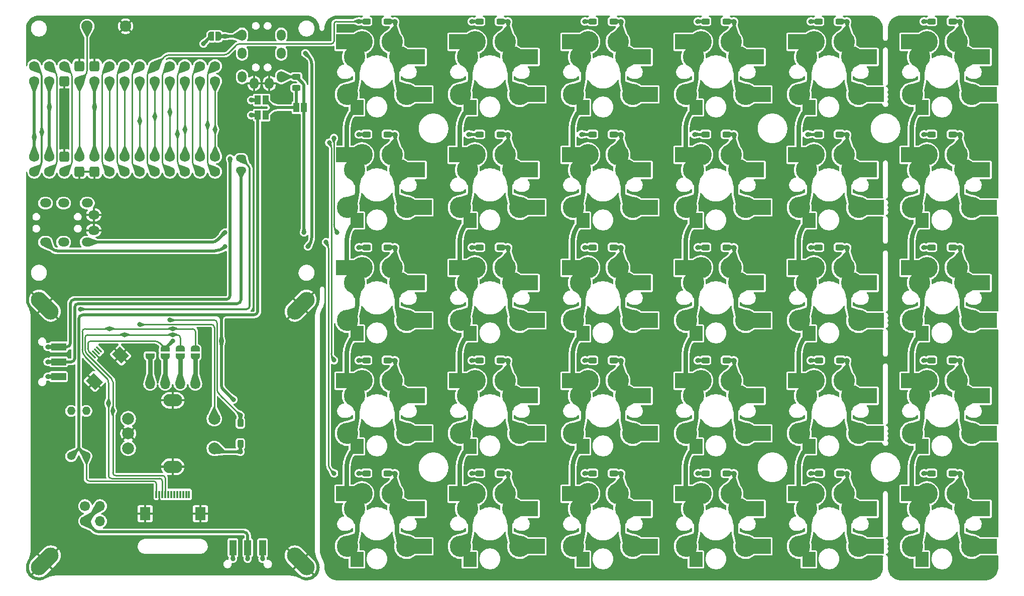
<source format=gbr>
%TF.GenerationSoftware,KiCad,Pcbnew,9.0.5-9.0.5~ubuntu24.04.1*%
%TF.CreationDate,2025-11-20T23:24:54+08:00*%
%TF.ProjectId,TPS,5450532e-6b69-4636-9164-5f7063625858,rev?*%
%TF.SameCoordinates,Original*%
%TF.FileFunction,Copper,L1,Top*%
%TF.FilePolarity,Positive*%
%FSLAX46Y46*%
G04 Gerber Fmt 4.6, Leading zero omitted, Abs format (unit mm)*
G04 Created by KiCad (PCBNEW 9.0.5-9.0.5~ubuntu24.04.1) date 2025-11-20 23:24:54*
%MOMM*%
%LPD*%
G01*
G04 APERTURE LIST*
G04 Aperture macros list*
%AMRoundRect*
0 Rectangle with rounded corners*
0 $1 Rounding radius*
0 $2 $3 $4 $5 $6 $7 $8 $9 X,Y pos of 4 corners*
0 Add a 4 corners polygon primitive as box body*
4,1,4,$2,$3,$4,$5,$6,$7,$8,$9,$2,$3,0*
0 Add four circle primitives for the rounded corners*
1,1,$1+$1,$2,$3*
1,1,$1+$1,$4,$5*
1,1,$1+$1,$6,$7*
1,1,$1+$1,$8,$9*
0 Add four rect primitives between the rounded corners*
20,1,$1+$1,$2,$3,$4,$5,0*
20,1,$1+$1,$4,$5,$6,$7,0*
20,1,$1+$1,$6,$7,$8,$9,0*
20,1,$1+$1,$8,$9,$2,$3,0*%
%AMHorizOval*
0 Thick line with rounded ends*
0 $1 width*
0 $2 $3 position (X,Y) of the first rounded end (center of the circle)*
0 $4 $5 position (X,Y) of the second rounded end (center of the circle)*
0 Add line between two ends*
20,1,$1,$2,$3,$4,$5,0*
0 Add two circle primitives to create the rounded ends*
1,1,$1,$2,$3*
1,1,$1,$4,$5*%
%AMRotRect*
0 Rectangle, with rotation*
0 The origin of the aperture is its center*
0 $1 length*
0 $2 width*
0 $3 Rotation angle, in degrees counterclockwise*
0 Add horizontal line*
21,1,$1,$2,0,0,$3*%
%AMOutline4P*
0 Free polygon, 4 corners , with rotation*
0 The origin of the aperture is its center*
0 number of corners: always 4*
0 $1 to $8 corner X, Y*
0 $9 Rotation angle, in degrees counterclockwise*
0 create outline with 4 corners*
4,1,4,$1,$2,$3,$4,$5,$6,$7,$8,$1,$2,$9*%
%AMFreePoly0*
4,1,23,0.500000,-0.750000,0.000000,-0.750000,0.000000,-0.745722,-0.065263,-0.745722,-0.191342,-0.711940,-0.304381,-0.646677,-0.396677,-0.554381,-0.461940,-0.441342,-0.495722,-0.315263,-0.495722,-0.250000,-0.500000,-0.250000,-0.500000,0.250000,-0.495722,0.250000,-0.495722,0.315263,-0.461940,0.441342,-0.396677,0.554381,-0.304381,0.646677,-0.191342,0.711940,-0.065263,0.745722,0.000000,0.745722,
0.000000,0.750000,0.500000,0.750000,0.500000,-0.750000,0.500000,-0.750000,$1*%
%AMFreePoly1*
4,1,23,0.000000,0.745722,0.065263,0.745722,0.191342,0.711940,0.304381,0.646677,0.396677,0.554381,0.461940,0.441342,0.495722,0.315263,0.495722,0.250000,0.500000,0.250000,0.500000,-0.250000,0.495722,-0.250000,0.495722,-0.315263,0.461940,-0.441342,0.396677,-0.554381,0.304381,-0.646677,0.191342,-0.711940,0.065263,-0.745722,0.000000,-0.745722,0.000000,-0.750000,-0.500000,-0.750000,
-0.500000,0.750000,0.000000,0.750000,0.000000,0.745722,0.000000,0.745722,$1*%
G04 Aperture macros list end*
%TA.AperFunction,ComponentPad*%
%ADD10O,1.900000X1.500000*%
%TD*%
%TA.AperFunction,ComponentPad*%
%ADD11O,1.500000X1.900000*%
%TD*%
%TA.AperFunction,SMDPad,CuDef*%
%ADD12RoundRect,0.250000X-0.450000X-0.250000X0.450000X-0.250000X0.450000X0.250000X-0.450000X0.250000X0*%
%TD*%
%TA.AperFunction,ComponentPad*%
%ADD13HorizOval,2.700000X0.989949X0.989949X-0.989949X-0.989949X0*%
%TD*%
%TA.AperFunction,SMDPad,CuDef*%
%ADD14Outline4P,-1.079500X-1.250000X1.079500X-1.250000X1.079500X1.250000X-1.079500X1.250000X180.000000*%
%TD*%
%TA.AperFunction,SMDPad,CuDef*%
%ADD15Outline4P,-1.775000X-1.250000X1.775000X-1.250000X1.775000X1.250000X-1.775000X1.250000X0.000000*%
%TD*%
%TA.AperFunction,ComponentPad*%
%ADD16C,3.600000*%
%TD*%
%TA.AperFunction,SMDPad,CuDef*%
%ADD17Outline4P,-1.925000X-1.250000X1.925000X-1.250000X1.925000X1.250000X-1.925000X1.250000X180.000000*%
%TD*%
%TA.AperFunction,SMDPad,CuDef*%
%ADD18R,1.000000X1.500000*%
%TD*%
%TA.AperFunction,SMDPad,CuDef*%
%ADD19FreePoly0,90.000000*%
%TD*%
%TA.AperFunction,SMDPad,CuDef*%
%ADD20FreePoly1,90.000000*%
%TD*%
%TA.AperFunction,SMDPad,CuDef*%
%ADD21RoundRect,0.250000X-0.250000X0.450000X-0.250000X-0.450000X0.250000X-0.450000X0.250000X0.450000X0*%
%TD*%
%TA.AperFunction,ComponentPad*%
%ADD22C,2.000000*%
%TD*%
%TA.AperFunction,ComponentPad*%
%ADD23O,3.200000X2.100000*%
%TD*%
%TA.AperFunction,ComponentPad*%
%ADD24C,1.400000*%
%TD*%
%TA.AperFunction,ComponentPad*%
%ADD25O,1.400000X1.400000*%
%TD*%
%TA.AperFunction,SMDPad,CuDef*%
%ADD26RotRect,0.300000X1.300000X45.000000*%
%TD*%
%TA.AperFunction,SMDPad,CuDef*%
%ADD27RotRect,1.800000X2.200000X45.000000*%
%TD*%
%TA.AperFunction,ComponentPad*%
%ADD28HorizOval,2.700000X-0.989949X-0.989949X0.989949X0.989949X0*%
%TD*%
%TA.AperFunction,SMDPad,CuDef*%
%ADD29FreePoly0,0.000000*%
%TD*%
%TA.AperFunction,SMDPad,CuDef*%
%ADD30FreePoly1,0.000000*%
%TD*%
%TA.AperFunction,SMDPad,CuDef*%
%ADD31RoundRect,0.243750X0.456250X-0.243750X0.456250X0.243750X-0.456250X0.243750X-0.456250X-0.243750X0*%
%TD*%
%TA.AperFunction,SMDPad,CuDef*%
%ADD32Outline4P,-0.600000X-1.250000X0.600000X-1.250000X0.600000X1.250000X-0.600000X1.250000X270.000000*%
%TD*%
%TA.AperFunction,ComponentPad*%
%ADD33C,1.900000*%
%TD*%
%TA.AperFunction,ComponentPad*%
%ADD34C,1.700000*%
%TD*%
%TA.AperFunction,ComponentPad*%
%ADD35O,1.700000X1.700000*%
%TD*%
%TA.AperFunction,ComponentPad*%
%ADD36HorizOval,2.700000X-0.989949X0.989949X0.989949X-0.989949X0*%
%TD*%
%TA.AperFunction,ComponentPad*%
%ADD37O,1.750000X1.200000*%
%TD*%
%TA.AperFunction,SMDPad,CuDef*%
%ADD38R,0.300000X1.300000*%
%TD*%
%TA.AperFunction,SMDPad,CuDef*%
%ADD39R,1.800000X2.200000*%
%TD*%
%TA.AperFunction,SMDPad,CuDef*%
%ADD40Outline4P,-0.600000X-1.250000X0.600000X-1.250000X0.600000X1.250000X-0.600000X1.250000X0.000000*%
%TD*%
%TA.AperFunction,ComponentPad*%
%ADD41C,1.752600*%
%TD*%
%TA.AperFunction,ComponentPad*%
%ADD42RoundRect,0.438150X-0.438150X-0.438150X0.438150X-0.438150X0.438150X0.438150X-0.438150X0.438150X0*%
%TD*%
%TA.AperFunction,ComponentPad*%
%ADD43RoundRect,0.438150X0.438150X0.438150X-0.438150X0.438150X-0.438150X-0.438150X0.438150X-0.438150X0*%
%TD*%
%TA.AperFunction,ViaPad*%
%ADD44C,0.800000*%
%TD*%
%TA.AperFunction,Conductor*%
%ADD45C,0.500000*%
%TD*%
%TA.AperFunction,Conductor*%
%ADD46C,0.250000*%
%TD*%
%TA.AperFunction,Conductor*%
%ADD47C,0.750000*%
%TD*%
%TA.AperFunction,Conductor*%
%ADD48C,0.350000*%
%TD*%
G04 APERTURE END LIST*
D10*
%TO.P,J9,R1*%
%TO.N,TX*%
X44811000Y-67238000D03*
X44811000Y-60638000D03*
%TO.P,J9,R2*%
%TO.N,Net-(JP13-B)*%
X41763000Y-67238000D03*
X41763000Y-60638000D03*
%TO.P,J9,S*%
%TO.N,GND*%
X49911000Y-65238000D03*
X49911000Y-62638000D03*
%TO.P,J9,T*%
%TO.N,Net-(JP15-B)*%
X48811000Y-67238000D03*
X48811000Y-60638000D03*
%TD*%
D11*
%TO.P,J10,R1*%
%TO.N,TX*%
X74914000Y-35350000D03*
X81514000Y-35350000D03*
%TO.P,J10,R2*%
%TO.N,Net-(JP13-B)*%
X74914000Y-32302000D03*
X81514000Y-32302000D03*
%TO.P,J10,S*%
%TO.N,GND*%
X76914000Y-40450000D03*
X79514000Y-40450000D03*
%TO.P,J10,T*%
%TO.N,Net-(JP15-B)*%
X74914000Y-39350000D03*
X81514000Y-39350000D03*
%TD*%
D12*
%TO.P,D17,1*%
%TO.N,row1*%
X153025000Y-49050000D03*
%TO.P,D17,2*%
%TO.N,Net-(D17-Pad2)*%
X156575000Y-49050000D03*
%TD*%
D13*
%TO.P,H10,*%
%TO.N,GND*%
X84775000Y-77936000D03*
%TD*%
D12*
%TO.P,D26,1*%
%TO.N,row4*%
X172205000Y-106200000D03*
%TO.P,D26,2*%
%TO.N,Net-(D26-Pad2)*%
X175755000Y-106200000D03*
%TD*%
D14*
%TO.P,K20,1,1*%
%TO.N,col2*%
X149004000Y-109645000D03*
D15*
X149700000Y-109645000D03*
D16*
X149800000Y-118525000D03*
X150990000Y-112185000D03*
D14*
X151419000Y-120725000D03*
D16*
X152260000Y-109645000D03*
%TO.P,K20,2,2*%
%TO.N,Net-(D20-Pad2)*%
X157340000Y-109645000D03*
X158610000Y-112185000D03*
X159800000Y-118525000D03*
D15*
X161101000Y-112185000D03*
D14*
X161797000Y-112185000D03*
D17*
X162125000Y-118525000D03*
D14*
X162971000Y-118525000D03*
%TD*%
D18*
%TO.P,JP15,1,A*%
%TO.N,VCC*%
X84060000Y-44533000D03*
%TO.P,JP15,2,B*%
%TO.N,Net-(JP15-B)*%
X85360000Y-44533000D03*
%TD*%
D14*
%TO.P,K21,1,1*%
%TO.N,col1*%
X168054000Y-33445000D03*
D15*
X168750000Y-33445000D03*
D16*
X168850000Y-42325000D03*
X170040000Y-35985000D03*
D14*
X170469000Y-44525000D03*
D16*
X171310000Y-33445000D03*
%TO.P,K21,2,2*%
%TO.N,Net-(D21-Pad2)*%
X176390000Y-33445000D03*
X177660000Y-35985000D03*
X178850000Y-42325000D03*
D15*
X180151000Y-35985000D03*
D14*
X180847000Y-35985000D03*
D17*
X181175000Y-42325000D03*
D14*
X182021000Y-42325000D03*
%TD*%
D12*
%TO.P,D2,1*%
%TO.N,row1*%
X95875000Y-49050000D03*
%TO.P,D2,2*%
%TO.N,Net-(D2-Pad2)*%
X99425000Y-49050000D03*
%TD*%
%TO.P,D16,1*%
%TO.N,row0*%
X153025000Y-30000000D03*
%TO.P,D16,2*%
%TO.N,Net-(D16-Pad2)*%
X156575000Y-30000000D03*
%TD*%
%TO.P,D23,1*%
%TO.N,row2*%
X172075000Y-68100000D03*
%TO.P,D23,2*%
%TO.N,Net-(D23-Pad2)*%
X175625000Y-68100000D03*
%TD*%
D14*
%TO.P,K4,1,1*%
%TO.N,col5*%
X91854000Y-90595000D03*
D15*
X92550000Y-90595000D03*
D16*
X92650000Y-99475000D03*
X93840000Y-93135000D03*
D14*
X94269000Y-101675000D03*
D16*
X95110000Y-90595000D03*
%TO.P,K4,2,2*%
%TO.N,Net-(D4-Pad2)*%
X100190000Y-90595000D03*
X101460000Y-93135000D03*
X102650000Y-99475000D03*
D15*
X103951000Y-93135000D03*
D14*
X104647000Y-93135000D03*
D17*
X104975000Y-99475000D03*
D14*
X105821000Y-99475000D03*
%TD*%
%TO.P,K5,1,1*%
%TO.N,col5*%
X91854000Y-109645000D03*
D15*
X92550000Y-109645000D03*
D16*
X92650000Y-118525000D03*
X93840000Y-112185000D03*
D14*
X94269000Y-120725000D03*
D16*
X95110000Y-109645000D03*
%TO.P,K5,2,2*%
%TO.N,Net-(D5-Pad2)*%
X100190000Y-109645000D03*
X101460000Y-112185000D03*
X102650000Y-118525000D03*
D15*
X103951000Y-112185000D03*
D14*
X104647000Y-112185000D03*
D17*
X104975000Y-118525000D03*
D14*
X105821000Y-118525000D03*
%TD*%
D12*
%TO.P,D29,1*%
%TO.N,row2*%
X191125000Y-68100000D03*
%TO.P,D29,2*%
%TO.N,Net-(D29-Pad2)*%
X194675000Y-68100000D03*
%TD*%
D14*
%TO.P,K2,1,1*%
%TO.N,col5*%
X91854000Y-52495000D03*
D15*
X92550000Y-52495000D03*
D16*
X92650000Y-61375000D03*
X93840000Y-55035000D03*
D14*
X94269000Y-63575000D03*
D16*
X95110000Y-52495000D03*
%TO.P,K2,2,2*%
%TO.N,Net-(D2-Pad2)*%
X100190000Y-52495000D03*
X101460000Y-55035000D03*
X102650000Y-61375000D03*
D15*
X103951000Y-55035000D03*
D14*
X104647000Y-55035000D03*
D17*
X104975000Y-61375000D03*
D14*
X105821000Y-61375000D03*
%TD*%
D12*
%TO.P,D8,1*%
%TO.N,row2*%
X114925000Y-68100000D03*
%TO.P,D8,2*%
%TO.N,Net-(D8-Pad2)*%
X118475000Y-68100000D03*
%TD*%
D14*
%TO.P,K9,1,1*%
%TO.N,col4*%
X110904000Y-90595000D03*
D15*
X111600000Y-90595000D03*
D16*
X111700000Y-99475000D03*
X112890000Y-93135000D03*
D14*
X113319000Y-101675000D03*
D16*
X114160000Y-90595000D03*
%TO.P,K9,2,2*%
%TO.N,Net-(D9-Pad2)*%
X119240000Y-90595000D03*
X120510000Y-93135000D03*
X121700000Y-99475000D03*
D15*
X123001000Y-93135000D03*
D14*
X123697000Y-93135000D03*
D17*
X124025000Y-99475000D03*
D14*
X124871000Y-99475000D03*
%TD*%
%TO.P,K12,1,1*%
%TO.N,col3*%
X129954000Y-52495000D03*
D15*
X130650000Y-52495000D03*
D16*
X130750000Y-61375000D03*
X131940000Y-55035000D03*
D14*
X132369000Y-63575000D03*
D16*
X133210000Y-52495000D03*
%TO.P,K12,2,2*%
%TO.N,Net-(D12-Pad2)*%
X138290000Y-52495000D03*
X139560000Y-55035000D03*
X140750000Y-61375000D03*
D15*
X142051000Y-55035000D03*
D14*
X142747000Y-55035000D03*
D17*
X143075000Y-61375000D03*
D14*
X143921000Y-61375000D03*
%TD*%
D12*
%TO.P,D3,1*%
%TO.N,row2*%
X95875000Y-68100000D03*
%TO.P,D3,2*%
%TO.N,Net-(D3-Pad2)*%
X99425000Y-68100000D03*
%TD*%
D14*
%TO.P,K27,1,1*%
%TO.N,col0*%
X187104000Y-33445000D03*
D15*
X187800000Y-33445000D03*
D16*
X187900000Y-42325000D03*
X189090000Y-35985000D03*
D14*
X189519000Y-44525000D03*
D16*
X190360000Y-33445000D03*
%TO.P,K27,2,2*%
%TO.N,Net-(D27-Pad2)*%
X195440000Y-33445000D03*
X196710000Y-35985000D03*
X197900000Y-42325000D03*
D15*
X199201000Y-35985000D03*
D14*
X199897000Y-35985000D03*
D17*
X200225000Y-42325000D03*
D14*
X201071000Y-42325000D03*
%TD*%
D12*
%TO.P,D1,1*%
%TO.N,row0*%
X95875000Y-30000000D03*
%TO.P,D1,2*%
%TO.N,Net-(D1-Pad2)*%
X99425000Y-30000000D03*
%TD*%
%TO.P,D9,1*%
%TO.N,row3*%
X114925000Y-87150000D03*
%TO.P,D9,2*%
%TO.N,Net-(D9-Pad2)*%
X118475000Y-87150000D03*
%TD*%
D14*
%TO.P,K1,1,1*%
%TO.N,col5*%
X91854000Y-33445000D03*
D15*
X92550000Y-33445000D03*
D16*
X92650000Y-42325000D03*
X93840000Y-35985000D03*
D14*
X94269000Y-44525000D03*
D16*
X95110000Y-33445000D03*
%TO.P,K1,2,2*%
%TO.N,Net-(D1-Pad2)*%
X100190000Y-33445000D03*
X101460000Y-35985000D03*
X102650000Y-42325000D03*
D15*
X103951000Y-35985000D03*
D14*
X104647000Y-35985000D03*
D17*
X104975000Y-42325000D03*
D14*
X105821000Y-42325000D03*
%TD*%
%TO.P,K22,1,1*%
%TO.N,col1*%
X168054000Y-52495000D03*
D15*
X168750000Y-52495000D03*
D16*
X168850000Y-61375000D03*
X170040000Y-55035000D03*
D14*
X170469000Y-63575000D03*
D16*
X171310000Y-52495000D03*
%TO.P,K22,2,2*%
%TO.N,Net-(D22-Pad2)*%
X176390000Y-52495000D03*
X177660000Y-55035000D03*
X178850000Y-61375000D03*
D15*
X180151000Y-55035000D03*
D14*
X180847000Y-55035000D03*
D17*
X181175000Y-61375000D03*
D14*
X182021000Y-61375000D03*
%TD*%
%TO.P,K11,1,1*%
%TO.N,col3*%
X129954000Y-33445000D03*
D15*
X130650000Y-33445000D03*
D16*
X130750000Y-42325000D03*
X131940000Y-35985000D03*
D14*
X132369000Y-44525000D03*
D16*
X133210000Y-33445000D03*
%TO.P,K11,2,2*%
%TO.N,Net-(D11-Pad2)*%
X138290000Y-33445000D03*
X139560000Y-35985000D03*
X140750000Y-42325000D03*
D15*
X142051000Y-35985000D03*
D14*
X142747000Y-35985000D03*
D17*
X143075000Y-42325000D03*
D14*
X143921000Y-42325000D03*
%TD*%
%TO.P,K29,1,1*%
%TO.N,col0*%
X187104000Y-71545000D03*
D15*
X187800000Y-71545000D03*
D16*
X187900000Y-80425000D03*
X189090000Y-74085000D03*
D14*
X189519000Y-82625000D03*
D16*
X190360000Y-71545000D03*
%TO.P,K29,2,2*%
%TO.N,Net-(D29-Pad2)*%
X195440000Y-71545000D03*
X196710000Y-74085000D03*
X197900000Y-80425000D03*
D15*
X199201000Y-74085000D03*
D14*
X199897000Y-74085000D03*
D17*
X200225000Y-80425000D03*
D14*
X201071000Y-80425000D03*
%TD*%
%TO.P,K28,1,1*%
%TO.N,col0*%
X187104000Y-52495000D03*
D15*
X187800000Y-52495000D03*
D16*
X187900000Y-61375000D03*
X189090000Y-55035000D03*
D14*
X189519000Y-63575000D03*
D16*
X190360000Y-52495000D03*
%TO.P,K28,2,2*%
%TO.N,Net-(D28-Pad2)*%
X195440000Y-52495000D03*
X196710000Y-55035000D03*
X197900000Y-61375000D03*
D15*
X199201000Y-55035000D03*
D14*
X199897000Y-55035000D03*
D17*
X200225000Y-61375000D03*
D14*
X201071000Y-61375000D03*
%TD*%
D12*
%TO.P,D24,1*%
%TO.N,row3*%
X172205000Y-87150000D03*
%TO.P,D24,2*%
%TO.N,Net-(D24-Pad2)*%
X175755000Y-87150000D03*
%TD*%
D19*
%TO.P,JP5,1,A*%
%TO.N,Net-(J1-Pin_1)*%
X67027500Y-86493000D03*
D20*
%TO.P,JP5,2,B*%
%TO.N,SDA*%
X67027500Y-85193000D03*
%TD*%
D14*
%TO.P,K30,1,1*%
%TO.N,col0*%
X187104000Y-90595000D03*
D15*
X187800000Y-90595000D03*
D16*
X187900000Y-99475000D03*
X189090000Y-93135000D03*
D14*
X189519000Y-101675000D03*
D16*
X190360000Y-90595000D03*
%TO.P,K30,2,2*%
%TO.N,Net-(D30-Pad2)*%
X195440000Y-90595000D03*
X196710000Y-93135000D03*
X197900000Y-99475000D03*
D15*
X199201000Y-93135000D03*
D14*
X199897000Y-93135000D03*
D17*
X200225000Y-99475000D03*
D14*
X201071000Y-99475000D03*
%TD*%
D12*
%TO.P,D15,1*%
%TO.N,row4*%
X133975000Y-106200000D03*
%TO.P,D15,2*%
%TO.N,Net-(D15-Pad2)*%
X137525000Y-106200000D03*
%TD*%
%TO.P,D11,1*%
%TO.N,row0*%
X133975000Y-30000000D03*
%TO.P,D11,2*%
%TO.N,Net-(D11-Pad2)*%
X137525000Y-30000000D03*
%TD*%
D21*
%TO.P,D25,1*%
%TO.N,row4*%
X74638000Y-97718000D03*
%TO.P,D25,2*%
%TO.N,Net-(D25-Pad2)*%
X74638000Y-101268000D03*
%TD*%
D14*
%TO.P,K23,1,1*%
%TO.N,col1*%
X168054000Y-71545000D03*
D15*
X168750000Y-71545000D03*
D16*
X168850000Y-80425000D03*
X170040000Y-74085000D03*
D14*
X170469000Y-82625000D03*
D16*
X171310000Y-71545000D03*
%TO.P,K23,2,2*%
%TO.N,Net-(D23-Pad2)*%
X176390000Y-71545000D03*
X177660000Y-74085000D03*
X178850000Y-80425000D03*
D15*
X180151000Y-74085000D03*
D14*
X180847000Y-74085000D03*
D17*
X181175000Y-80425000D03*
D14*
X182021000Y-80425000D03*
%TD*%
D12*
%TO.P,D5,1*%
%TO.N,row4*%
X95875000Y-106200000D03*
%TO.P,D5,2*%
%TO.N,Net-(D5-Pad2)*%
X99425000Y-106200000D03*
%TD*%
D14*
%TO.P,K6,1,1*%
%TO.N,col4*%
X110904000Y-33445000D03*
D15*
X111600000Y-33445000D03*
D16*
X111700000Y-42325000D03*
X112890000Y-35985000D03*
D14*
X113319000Y-44525000D03*
D16*
X114160000Y-33445000D03*
%TO.P,K6,2,2*%
%TO.N,Net-(D6-Pad2)*%
X119240000Y-33445000D03*
X120510000Y-35985000D03*
X121700000Y-42325000D03*
D15*
X123001000Y-35985000D03*
D14*
X123697000Y-35985000D03*
D17*
X124025000Y-42325000D03*
D14*
X124871000Y-42325000D03*
%TD*%
D12*
%TO.P,D18,1*%
%TO.N,row2*%
X153025000Y-68100000D03*
%TO.P,D18,2*%
%TO.N,Net-(D18-Pad2)*%
X156575000Y-68100000D03*
%TD*%
%TO.P,D14,1*%
%TO.N,row3*%
X133975000Y-87150000D03*
%TO.P,D14,2*%
%TO.N,Net-(D14-Pad2)*%
X137525000Y-87150000D03*
%TD*%
%TO.P,D13,1*%
%TO.N,row2*%
X133975000Y-68100000D03*
%TO.P,D13,2*%
%TO.N,Net-(D13-Pad2)*%
X137525000Y-68100000D03*
%TD*%
%TO.P,D27,1*%
%TO.N,row0*%
X191125000Y-30000000D03*
%TO.P,D27,2*%
%TO.N,Net-(D27-Pad2)*%
X194675000Y-30000000D03*
%TD*%
D22*
%TO.P,K25,A,CLK*%
%TO.N,X{slash}A*%
X55718000Y-96993000D03*
%TO.P,K25,B,DT*%
%TO.N,Y{slash}B*%
X55718000Y-101993000D03*
%TO.P,K25,C,GND*%
%TO.N,GND*%
X55718000Y-99493000D03*
D23*
X63218000Y-93893000D03*
X63218000Y-105093000D03*
D22*
%TO.P,K25,S1,SW*%
%TO.N,col6*%
X70218000Y-96993000D03*
%TO.P,K25,S2,GND*%
%TO.N,Net-(D25-Pad2)*%
X70218000Y-101993000D03*
%TD*%
D14*
%TO.P,K17,1,1*%
%TO.N,col2*%
X149004000Y-52495000D03*
D15*
X149700000Y-52495000D03*
D16*
X149800000Y-61375000D03*
X150990000Y-55035000D03*
D14*
X151419000Y-63575000D03*
D16*
X152260000Y-52495000D03*
%TO.P,K17,2,2*%
%TO.N,Net-(D17-Pad2)*%
X157340000Y-52495000D03*
X158610000Y-55035000D03*
X159800000Y-61375000D03*
D15*
X161101000Y-55035000D03*
D14*
X161797000Y-55035000D03*
D17*
X162125000Y-61375000D03*
D14*
X162971000Y-61375000D03*
%TD*%
D24*
%TO.P,R1,1*%
%TO.N,+3V3*%
X46110000Y-103303000D03*
D25*
%TO.P,R1,2*%
%TO.N,SDA*%
X46110000Y-95683000D03*
%TD*%
D26*
%TO.P,J5,1,Pin_1*%
%TO.N,SDA*%
X49025969Y-87068736D03*
%TO.P,J5,2,Pin_2*%
%TO.N,SCL*%
X49379522Y-86715183D03*
%TO.P,J5,3,Pin_3*%
%TO.N,+3V3*%
X49733076Y-86361629D03*
%TO.P,J5,4,Pin_4*%
%TO.N,GND*%
X50086629Y-86008076D03*
%TO.P,J5,5,Pin_5*%
%TO.N,unconnected-(J5-Pin_5-Pad5)*%
X50440183Y-85654522D03*
%TO.P,J5,6,Pin_6*%
%TO.N,unconnected-(J5-Pin_6-Pad6)*%
X50793736Y-85300969D03*
D27*
%TO.P,J5,7,Pin_7*%
%TO.N,GND*%
X49980563Y-90710336D03*
X54435336Y-86255563D03*
%TD*%
D12*
%TO.P,D6,1*%
%TO.N,row0*%
X114925000Y-30000000D03*
%TO.P,D6,2*%
%TO.N,Net-(D6-Pad2)*%
X118475000Y-30000000D03*
%TD*%
D28*
%TO.P,H9,*%
%TO.N,GND*%
X41661000Y-121050000D03*
%TD*%
D14*
%TO.P,K15,1,1*%
%TO.N,col3*%
X129954000Y-109645000D03*
D15*
X130650000Y-109645000D03*
D16*
X130750000Y-118525000D03*
X131940000Y-112185000D03*
D14*
X132369000Y-120725000D03*
D16*
X133210000Y-109645000D03*
%TO.P,K15,2,2*%
%TO.N,Net-(D15-Pad2)*%
X138290000Y-109645000D03*
X139560000Y-112185000D03*
X140750000Y-118525000D03*
D15*
X142051000Y-112185000D03*
D14*
X142747000Y-112185000D03*
D17*
X143075000Y-118525000D03*
D14*
X143921000Y-118525000D03*
%TD*%
D29*
%TO.P,JP13,1,A*%
%TO.N,RX*%
X69666000Y-32501000D03*
D30*
%TO.P,JP13,2,B*%
%TO.N,Net-(JP13-B)*%
X70966000Y-32501000D03*
%TD*%
D31*
%TO.P,F2,1*%
%TO.N,VCC*%
X84060000Y-41217500D03*
%TO.P,F2,2*%
%TO.N,Net-(JP15-B)*%
X84060000Y-39342500D03*
%TD*%
D12*
%TO.P,D20,1*%
%TO.N,row4*%
X153025000Y-106200000D03*
%TO.P,D20,2*%
%TO.N,Net-(D20-Pad2)*%
X156575000Y-106200000D03*
%TD*%
%TO.P,D22,1*%
%TO.N,row1*%
X172075000Y-49050000D03*
%TO.P,D22,2*%
%TO.N,Net-(D22-Pad2)*%
X175625000Y-49050000D03*
%TD*%
D19*
%TO.P,JP7,1,A*%
%TO.N,Net-(J1-Pin_3)*%
X61947500Y-86493000D03*
D20*
%TO.P,JP7,2,B*%
%TO.N,+3V3*%
X61947500Y-85193000D03*
%TD*%
D18*
%TO.P,JP1,1,A*%
%TO.N,VCC*%
X78864000Y-45803000D03*
%TO.P,JP1,2,B*%
%TO.N,+3V3*%
X77564000Y-45803000D03*
%TD*%
D32*
%TO.P,SW2,1,A*%
%TO.N,BAT+*%
X43964000Y-84900000D03*
%TO.P,SW2,2,B*%
%TO.N,Net-(J4-Pin_1)*%
X43964000Y-87400000D03*
%TO.P,SW2,3,C*%
%TO.N,unconnected-(SW2-C-Pad3)_1*%
X43964000Y-89900000D03*
%TD*%
D18*
%TO.P,JP2,1,A*%
%TO.N,VCC*%
X78864000Y-43263000D03*
%TO.P,JP2,2,B*%
%TO.N,RAW*%
X77564000Y-43263000D03*
%TD*%
D33*
%TO.P,SW1,1,1*%
%TO.N,GND*%
X55271000Y-30823000D03*
%TO.P,SW1,2,2*%
%TO.N,Net-(U1-RST)*%
X48771000Y-30823000D03*
%TD*%
D14*
%TO.P,K18,1,1*%
%TO.N,col2*%
X149004000Y-71545000D03*
D15*
X149700000Y-71545000D03*
D16*
X149800000Y-80425000D03*
X150990000Y-74085000D03*
D14*
X151419000Y-82625000D03*
D16*
X152260000Y-71545000D03*
%TO.P,K18,2,2*%
%TO.N,Net-(D18-Pad2)*%
X157340000Y-71545000D03*
X158610000Y-74085000D03*
X159800000Y-80425000D03*
D15*
X161101000Y-74085000D03*
D14*
X161797000Y-74085000D03*
D17*
X162125000Y-80425000D03*
D14*
X162971000Y-80425000D03*
%TD*%
D34*
%TO.P,J7,1,Pin_1*%
%TO.N,Net-(J7-Pin_1)*%
X48439000Y-114272000D03*
D35*
%TO.P,J7,2,Pin_2*%
%TO.N,BAT-*%
X50979000Y-114272000D03*
%TD*%
D12*
%TO.P,D4,1*%
%TO.N,row3*%
X95875000Y-87150000D03*
%TO.P,D4,2*%
%TO.N,Net-(D4-Pad2)*%
X99425000Y-87150000D03*
%TD*%
D14*
%TO.P,K7,1,1*%
%TO.N,col4*%
X110904000Y-52495000D03*
D15*
X111600000Y-52495000D03*
D16*
X111700000Y-61375000D03*
X112890000Y-55035000D03*
D14*
X113319000Y-63575000D03*
D16*
X114160000Y-52495000D03*
%TO.P,K7,2,2*%
%TO.N,Net-(D7-Pad2)*%
X119240000Y-52495000D03*
X120510000Y-55035000D03*
X121700000Y-61375000D03*
D15*
X123001000Y-55035000D03*
D14*
X123697000Y-55035000D03*
D17*
X124025000Y-61375000D03*
D14*
X124871000Y-61375000D03*
%TD*%
%TO.P,K14,1,1*%
%TO.N,col3*%
X129954000Y-90595000D03*
D15*
X130650000Y-90595000D03*
D16*
X130750000Y-99475000D03*
X131940000Y-93135000D03*
D14*
X132369000Y-101675000D03*
D16*
X133210000Y-90595000D03*
%TO.P,K14,2,2*%
%TO.N,Net-(D14-Pad2)*%
X138290000Y-90595000D03*
X139560000Y-93135000D03*
X140750000Y-99475000D03*
D15*
X142051000Y-93135000D03*
D14*
X142747000Y-93135000D03*
D17*
X143075000Y-99475000D03*
D14*
X143921000Y-99475000D03*
%TD*%
D12*
%TO.P,D19,1*%
%TO.N,row3*%
X153025000Y-87150000D03*
%TO.P,D19,2*%
%TO.N,Net-(D19-Pad2)*%
X156575000Y-87150000D03*
%TD*%
D14*
%TO.P,K26,1,1*%
%TO.N,col1*%
X168054000Y-109645000D03*
D15*
X168750000Y-109645000D03*
D16*
X168850000Y-118525000D03*
X170040000Y-112185000D03*
D14*
X170469000Y-120725000D03*
D16*
X171310000Y-109645000D03*
%TO.P,K26,2,2*%
%TO.N,Net-(D26-Pad2)*%
X176390000Y-109645000D03*
X177660000Y-112185000D03*
X178850000Y-118525000D03*
D15*
X180151000Y-112185000D03*
D14*
X180847000Y-112185000D03*
D17*
X181175000Y-118525000D03*
D14*
X182021000Y-118525000D03*
%TD*%
%TO.P,K19,1,1*%
%TO.N,col2*%
X149004000Y-90595000D03*
D15*
X149700000Y-90595000D03*
D16*
X149800000Y-99475000D03*
X150990000Y-93135000D03*
D14*
X151419000Y-101675000D03*
D16*
X152260000Y-90595000D03*
%TO.P,K19,2,2*%
%TO.N,Net-(D19-Pad2)*%
X157340000Y-90595000D03*
X158610000Y-93135000D03*
X159800000Y-99475000D03*
D15*
X161101000Y-93135000D03*
D14*
X161797000Y-93135000D03*
D17*
X162125000Y-99475000D03*
D14*
X162971000Y-99475000D03*
%TD*%
D36*
%TO.P,H8,*%
%TO.N,GND*%
X41661000Y-77936000D03*
%TD*%
D12*
%TO.P,D10,1*%
%TO.N,row4*%
X114925000Y-106200000D03*
%TO.P,D10,2*%
%TO.N,Net-(D10-Pad2)*%
X118475000Y-106200000D03*
%TD*%
D14*
%TO.P,K13,1,1*%
%TO.N,col3*%
X129954000Y-71545000D03*
D15*
X130650000Y-71545000D03*
D16*
X130750000Y-80425000D03*
X131940000Y-74085000D03*
D14*
X132369000Y-82625000D03*
D16*
X133210000Y-71545000D03*
%TO.P,K13,2,2*%
%TO.N,Net-(D13-Pad2)*%
X138290000Y-71545000D03*
X139560000Y-74085000D03*
X140750000Y-80425000D03*
D15*
X142051000Y-74085000D03*
D14*
X142747000Y-74085000D03*
D17*
X143075000Y-80425000D03*
D14*
X143921000Y-80425000D03*
%TD*%
D12*
%TO.P,D12,1*%
%TO.N,row1*%
X133975000Y-49050000D03*
%TO.P,D12,2*%
%TO.N,Net-(D12-Pad2)*%
X137525000Y-49050000D03*
%TD*%
D37*
%TO.P,J4,1,Pin_1*%
%TO.N,Net-(J4-Pin_1)*%
X74731000Y-55105000D03*
%TO.P,J4,2,Pin_2*%
%TO.N,BAT-*%
X74731000Y-53105000D03*
%TD*%
D12*
%TO.P,D31,1*%
%TO.N,row4*%
X191125000Y-106200000D03*
%TO.P,D31,2*%
%TO.N,Net-(D31-Pad2)*%
X194675000Y-106200000D03*
%TD*%
D34*
%TO.P,J1,1,Pin_1*%
%TO.N,Net-(J1-Pin_1)*%
X67027500Y-91123000D03*
D35*
%TO.P,J1,2,Pin_2*%
%TO.N,Net-(J1-Pin_2)*%
X64487500Y-91123000D03*
%TO.P,J1,3,Pin_3*%
%TO.N,Net-(J1-Pin_3)*%
X61947500Y-91123000D03*
%TO.P,J1,4,Pin_4*%
%TO.N,Net-(J1-Pin_4)*%
X59407500Y-91123000D03*
%TD*%
D14*
%TO.P,K8,1,1*%
%TO.N,col4*%
X110904000Y-71545000D03*
D15*
X111600000Y-71545000D03*
D16*
X111700000Y-80425000D03*
X112890000Y-74085000D03*
D14*
X113319000Y-82625000D03*
D16*
X114160000Y-71545000D03*
%TO.P,K8,2,2*%
%TO.N,Net-(D8-Pad2)*%
X119240000Y-71545000D03*
X120510000Y-74085000D03*
X121700000Y-80425000D03*
D15*
X123001000Y-74085000D03*
D14*
X123697000Y-74085000D03*
D17*
X124025000Y-80425000D03*
D14*
X124871000Y-80425000D03*
%TD*%
D38*
%TO.P,J2,1,Pin_1*%
%TO.N,+3V3*%
X60471000Y-109752000D03*
%TO.P,J2,2,Pin_2*%
%TO.N,GND*%
X60971000Y-109752000D03*
%TO.P,J2,3,Pin_3*%
%TO.N,SDA*%
X61471000Y-109752000D03*
%TO.P,J2,4,Pin_4*%
%TO.N,SCL*%
X61971000Y-109752000D03*
%TO.P,J2,5,Pin_5*%
%TO.N,unconnected-(J2-Pin_5-Pad5)*%
X62471000Y-109752000D03*
%TO.P,J2,6,Pin_6*%
%TO.N,unconnected-(J2-Pin_6-Pad6)*%
X62971000Y-109752000D03*
%TO.P,J2,7,Pin_7*%
%TO.N,unconnected-(J2-Pin_7-Pad7)*%
X63471000Y-109752000D03*
%TO.P,J2,8,Pin_8*%
%TO.N,unconnected-(J2-Pin_8-Pad8)*%
X63971000Y-109752000D03*
%TO.P,J2,9,Pin_9*%
%TO.N,unconnected-(J2-Pin_9-Pad9)*%
X64471000Y-109752000D03*
%TO.P,J2,10,Pin_10*%
%TO.N,unconnected-(J2-Pin_10-Pad10)*%
X64971000Y-109752000D03*
%TO.P,J2,11,Pin_11*%
%TO.N,unconnected-(J2-Pin_11-Pad11)*%
X65471000Y-109752000D03*
%TO.P,J2,12,Pin_12*%
%TO.N,unconnected-(J2-Pin_12-Pad12)*%
X65971000Y-109752000D03*
D39*
%TO.P,J2,13,Pin_13*%
%TO.N,GND*%
X58571000Y-113002000D03*
X67871000Y-113002000D03*
%TD*%
D34*
%TO.P,J8,1,Pin_1*%
%TO.N,BAT-*%
X48439000Y-111732000D03*
D35*
%TO.P,J8,2,Pin_2*%
%TO.N,Net-(J7-Pin_1)*%
X50979000Y-111732000D03*
%TD*%
D36*
%TO.P,H11,*%
%TO.N,GND*%
X84775000Y-121050000D03*
%TD*%
D24*
%TO.P,R2,1*%
%TO.N,+3V3*%
X48650000Y-103303000D03*
D25*
%TO.P,R2,2*%
%TO.N,SCL*%
X48650000Y-95683000D03*
%TD*%
D12*
%TO.P,D28,1*%
%TO.N,row1*%
X191125000Y-49050000D03*
%TO.P,D28,2*%
%TO.N,Net-(D28-Pad2)*%
X194675000Y-49050000D03*
%TD*%
%TO.P,D7,1*%
%TO.N,row1*%
X114925000Y-49050000D03*
%TO.P,D7,2*%
%TO.N,Net-(D7-Pad2)*%
X118475000Y-49050000D03*
%TD*%
D14*
%TO.P,K3,1,1*%
%TO.N,col5*%
X91854000Y-71545000D03*
D15*
X92550000Y-71545000D03*
D16*
X92650000Y-80425000D03*
X93840000Y-74085000D03*
D14*
X94269000Y-82625000D03*
D16*
X95110000Y-71545000D03*
%TO.P,K3,2,2*%
%TO.N,Net-(D3-Pad2)*%
X100190000Y-71545000D03*
X101460000Y-74085000D03*
X102650000Y-80425000D03*
D15*
X103951000Y-74085000D03*
D14*
X104647000Y-74085000D03*
D17*
X104975000Y-80425000D03*
D14*
X105821000Y-80425000D03*
%TD*%
D40*
%TO.P,SW3,1,A*%
%TO.N,BAT+*%
X73352000Y-118747000D03*
%TO.P,SW3,2,B*%
%TO.N,Net-(J7-Pin_1)*%
X75852000Y-118747000D03*
%TO.P,SW3,3,C*%
%TO.N,unconnected-(SW3-C-Pad3)*%
X78352000Y-118747000D03*
%TD*%
D14*
%TO.P,K16,1,1*%
%TO.N,col2*%
X149004000Y-33445000D03*
D15*
X149700000Y-33445000D03*
D16*
X149800000Y-42325000D03*
X150990000Y-35985000D03*
D14*
X151419000Y-44525000D03*
D16*
X152260000Y-33445000D03*
%TO.P,K16,2,2*%
%TO.N,Net-(D16-Pad2)*%
X157340000Y-33445000D03*
X158610000Y-35985000D03*
X159800000Y-42325000D03*
D15*
X161101000Y-35985000D03*
D14*
X161797000Y-35985000D03*
D17*
X162125000Y-42325000D03*
D14*
X162971000Y-42325000D03*
%TD*%
D12*
%TO.P,D30,1*%
%TO.N,row3*%
X191125000Y-87150000D03*
%TO.P,D30,2*%
%TO.N,Net-(D30-Pad2)*%
X194675000Y-87150000D03*
%TD*%
D14*
%TO.P,K31,1,1*%
%TO.N,col0*%
X187104000Y-109645000D03*
D15*
X187800000Y-109645000D03*
D16*
X187900000Y-118525000D03*
X189090000Y-112185000D03*
D14*
X189519000Y-120725000D03*
D16*
X190360000Y-109645000D03*
%TO.P,K31,2,2*%
%TO.N,Net-(D31-Pad2)*%
X195440000Y-109645000D03*
X196710000Y-112185000D03*
X197900000Y-118525000D03*
D15*
X199201000Y-112185000D03*
D14*
X199897000Y-112185000D03*
D17*
X200225000Y-118525000D03*
D14*
X201071000Y-118525000D03*
%TD*%
%TO.P,K10,1,1*%
%TO.N,col4*%
X110904000Y-109645000D03*
D15*
X111600000Y-109645000D03*
D16*
X111700000Y-118525000D03*
X112890000Y-112185000D03*
D14*
X113319000Y-120725000D03*
D16*
X114160000Y-109645000D03*
%TO.P,K10,2,2*%
%TO.N,Net-(D10-Pad2)*%
X119240000Y-109645000D03*
X120510000Y-112185000D03*
X121700000Y-118525000D03*
D15*
X123001000Y-112185000D03*
D14*
X123697000Y-112185000D03*
D17*
X124025000Y-118525000D03*
D14*
X124871000Y-118525000D03*
%TD*%
D19*
%TO.P,JP6,1,A*%
%TO.N,Net-(J1-Pin_2)*%
X64487500Y-86493000D03*
D20*
%TO.P,JP6,2,B*%
%TO.N,SCL*%
X64487500Y-85193000D03*
%TD*%
D19*
%TO.P,JP8,1,A*%
%TO.N,Net-(J1-Pin_4)*%
X59407500Y-86493000D03*
D20*
%TO.P,JP8,2,B*%
%TO.N,GND*%
X59407500Y-85193000D03*
%TD*%
D14*
%TO.P,K24,1,1*%
%TO.N,col1*%
X168054000Y-90595000D03*
D15*
X168750000Y-90595000D03*
D16*
X168850000Y-99475000D03*
X170040000Y-93135000D03*
D14*
X170469000Y-101675000D03*
D16*
X171310000Y-90595000D03*
%TO.P,K24,2,2*%
%TO.N,Net-(D24-Pad2)*%
X176390000Y-90595000D03*
X177660000Y-93135000D03*
X178850000Y-99475000D03*
D15*
X180151000Y-93135000D03*
D14*
X180847000Y-93135000D03*
D17*
X181175000Y-99475000D03*
D14*
X182021000Y-99475000D03*
%TD*%
D12*
%TO.P,D21,1*%
%TO.N,row0*%
X172075000Y-30000000D03*
%TO.P,D21,2*%
%TO.N,Net-(D21-Pad2)*%
X175625000Y-30000000D03*
%TD*%
D41*
%TO.P,U1,1,?*%
%TO.N,BAT-*%
X39881000Y-37550000D03*
X39881000Y-55330000D03*
%TO.P,U1,2,0/PD3*%
%TO.N,TX*%
X42421000Y-37550000D03*
X42421000Y-55330000D03*
%TO.P,U1,3,1/PD2*%
%TO.N,RX*%
X44961000Y-37550000D03*
X44961000Y-55330000D03*
D42*
%TO.P,U1,4,GND*%
%TO.N,GND*%
X47501000Y-37550000D03*
D43*
X47501000Y-55330000D03*
D42*
%TO.P,U1,5,GND*%
X50041000Y-37550000D03*
D43*
X50041000Y-55330000D03*
D41*
%TO.P,U1,6,2/PD1*%
%TO.N,SDA*%
X52581000Y-37550000D03*
X52581000Y-55330000D03*
%TO.P,U1,7,3/PD0*%
%TO.N,SCL*%
X55121000Y-37550000D03*
X55121000Y-55330000D03*
%TO.P,U1,8,4/PD4*%
%TO.N,col6*%
X57661000Y-37550000D03*
X57661000Y-55330000D03*
%TO.P,U1,9,5/PC6*%
%TO.N,row0*%
X60201000Y-37550000D03*
X60201000Y-55330000D03*
%TO.P,U1,10,6/PD7*%
%TO.N,row4*%
X62741000Y-37550000D03*
X62741000Y-55330000D03*
%TO.P,U1,11,7/PE6*%
%TO.N,row3*%
X65281000Y-37550000D03*
X65281000Y-55330000D03*
%TO.P,U1,12,8/PB4*%
%TO.N,row2*%
X67821000Y-37550000D03*
X67821000Y-55330000D03*
%TO.P,U1,13,9/PB5*%
%TO.N,row1*%
X70361000Y-37550000D03*
X70361000Y-55330000D03*
%TO.P,U1,14,21/PB6*%
%TO.N,col5*%
X70361000Y-40090000D03*
X70361000Y-52790000D03*
%TO.P,U1,15,23/PB2*%
%TO.N,col4*%
X67821000Y-40090000D03*
X67821000Y-52790000D03*
%TO.P,U1,16,20/PB3*%
%TO.N,col3*%
X65281000Y-40090000D03*
X65281000Y-52790000D03*
%TO.P,U1,17,22/PB1*%
%TO.N,col2*%
X62741000Y-40090000D03*
X62741000Y-52790000D03*
%TO.P,U1,18,26/PF7*%
%TO.N,col1*%
X60201000Y-40090000D03*
X60201000Y-52790000D03*
%TO.P,U1,19,27/PF6*%
%TO.N,col0*%
X57661000Y-40090000D03*
X57661000Y-52790000D03*
%TO.P,U1,20,28/PF5*%
%TO.N,X{slash}A*%
X55121000Y-40090000D03*
X55121000Y-52790000D03*
%TO.P,U1,21,29/PF4*%
%TO.N,Y{slash}B*%
X52581000Y-40090000D03*
X52581000Y-52790000D03*
%TO.P,U1,22,VCC*%
%TO.N,+3V3*%
X50041000Y-40090000D03*
X50041000Y-52790000D03*
%TO.P,U1,23,RST*%
%TO.N,Net-(U1-RST)*%
X47501000Y-40090000D03*
X47501000Y-52790000D03*
D43*
%TO.P,U1,24,GND*%
%TO.N,GND*%
X44961000Y-40090000D03*
D42*
X44961000Y-52790000D03*
D41*
%TO.P,U1,25,B0*%
%TO.N,RAW*%
X42421000Y-40090000D03*
X42421000Y-52790000D03*
%TO.P,U1,26,?*%
%TO.N,BAT+*%
X39881000Y-40090000D03*
X39881000Y-52790000D03*
%TD*%
D44*
%TO.N,Net-(JP13-B)*%
X85560000Y-35360000D03*
%TO.N,row0*%
X132660000Y-30000000D03*
X94560000Y-30000000D03*
X189810000Y-30000000D03*
X113610000Y-30000000D03*
X151710000Y-30000000D03*
X170760000Y-30000000D03*
%TO.N,Net-(D1-Pad2)*%
X100730000Y-30000000D03*
%TO.N,row1*%
X94560000Y-49050000D03*
X113070000Y-49050000D03*
X189810000Y-49050000D03*
X170220000Y-49050000D03*
X69090000Y-47510000D03*
X132120000Y-49050000D03*
X151170000Y-49050000D03*
%TO.N,Net-(D2-Pad2)*%
X100730000Y-49050000D03*
%TO.N,row2*%
X113610000Y-68100000D03*
X189810000Y-68100000D03*
X132660000Y-68100000D03*
X94560000Y-68100000D03*
X170760000Y-68100000D03*
X151710000Y-68100000D03*
%TO.N,Net-(D3-Pad2)*%
X100730000Y-68100000D03*
%TO.N,row3*%
X94560000Y-87150000D03*
X132660000Y-87150000D03*
X89610000Y-50430000D03*
X90410000Y-87140000D03*
X113610000Y-87150000D03*
X189810000Y-87150000D03*
X64020000Y-48980000D03*
X170760000Y-87150000D03*
X151710000Y-87150000D03*
%TO.N,Net-(D4-Pad2)*%
X100730000Y-87150000D03*
%TO.N,Net-(D5-Pad2)*%
X100730000Y-106200000D03*
%TO.N,Net-(D6-Pad2)*%
X119780000Y-30000000D03*
%TO.N,Net-(D7-Pad2)*%
X119780000Y-49050000D03*
%TO.N,Net-(D8-Pad2)*%
X119780000Y-68100000D03*
%TO.N,Net-(D9-Pad2)*%
X119780000Y-87150000D03*
%TO.N,Net-(D10-Pad2)*%
X119780000Y-106200000D03*
%TO.N,Net-(D11-Pad2)*%
X138830000Y-30000000D03*
%TO.N,Net-(D12-Pad2)*%
X138830000Y-49050000D03*
%TO.N,Net-(D13-Pad2)*%
X138830000Y-68100000D03*
%TO.N,Net-(D14-Pad2)*%
X138830000Y-87150000D03*
%TO.N,Net-(D15-Pad2)*%
X138830000Y-106200000D03*
%TO.N,Net-(D16-Pad2)*%
X157880000Y-30000000D03*
%TO.N,Net-(D17-Pad2)*%
X157880000Y-49050000D03*
%TO.N,Net-(D18-Pad2)*%
X157880000Y-68100000D03*
%TO.N,Net-(D19-Pad2)*%
X157880000Y-87150000D03*
%TO.N,Net-(D20-Pad2)*%
X157880000Y-106200000D03*
%TO.N,Net-(D21-Pad2)*%
X176930000Y-30000000D03*
%TO.N,Net-(D22-Pad2)*%
X176930000Y-49050000D03*
%TO.N,Net-(D23-Pad2)*%
X176930000Y-68100000D03*
%TO.N,Net-(D24-Pad2)*%
X176930000Y-87150000D03*
%TO.N,col0*%
X57661000Y-46773000D03*
%TO.N,col1*%
X60201000Y-46043000D03*
%TO.N,col2*%
X62741000Y-45313000D03*
%TO.N,col3*%
X90400000Y-49640000D03*
X90950000Y-65600000D03*
X65281000Y-48250000D03*
%TO.N,col5*%
X70361000Y-48240000D03*
%TO.N,GND*%
X181780000Y-76620000D03*
X145290000Y-38510000D03*
X44961000Y-46029000D03*
X200530000Y-86140000D03*
X181780000Y-95670000D03*
X200530000Y-105190000D03*
X181780000Y-114720000D03*
X46690000Y-31770000D03*
X200530000Y-67090000D03*
X65468000Y-111240000D03*
X51139276Y-87060724D03*
X200340000Y-31150000D03*
X181780000Y-38520000D03*
X91540000Y-31130000D03*
X200530000Y-48040000D03*
X60971000Y-111240000D03*
X164340000Y-38510000D03*
X50520000Y-105660000D03*
X75283724Y-87073723D03*
X126240000Y-38510000D03*
X107190000Y-38510000D03*
%TO.N,SDA*%
X63220000Y-81830000D03*
X52390000Y-94400000D03*
X52580000Y-81830000D03*
%TO.N,SCL*%
X53120000Y-95683000D03*
X55120000Y-82860000D03*
X63220000Y-82860000D03*
%TO.N,Net-(JP15-B)*%
X85359999Y-65590000D03*
X72020000Y-65590000D03*
%TO.N,col6*%
X57661000Y-81100000D03*
%TO.N,+3V3*%
X76454000Y-45803000D03*
X71430000Y-83920250D03*
X50041000Y-44443000D03*
X73450000Y-93770000D03*
X63220250Y-83920250D03*
%TO.N,BAT-*%
X47630000Y-78540000D03*
X41150000Y-48639000D03*
%TO.N,VCC*%
X80134000Y-44533000D03*
%TO.N,Net-(D25-Pad2)*%
X74638000Y-102583000D03*
%TO.N,BAT+*%
X42110000Y-84900000D03*
X39881000Y-49489000D03*
X72880000Y-53110000D03*
X73352000Y-120600000D03*
%TO.N,Net-(JP13-B)*%
X72065000Y-32501000D03*
X86000000Y-67980000D03*
X72020000Y-67980000D03*
%TO.N,RX*%
X68408501Y-33758501D03*
%TO.N,row4*%
X113610000Y-106200000D03*
X94560000Y-106200000D03*
X89060000Y-67238000D03*
X151710000Y-106200000D03*
X62741000Y-80360000D03*
X170760000Y-106200000D03*
X74638000Y-96413000D03*
X132660000Y-106200000D03*
X90420000Y-106200000D03*
X189810000Y-106200000D03*
%TO.N,RAW*%
X76440000Y-43263000D03*
X42421000Y-44443000D03*
%TO.N,unconnected-(SW2-C-Pad3)_1*%
X42110000Y-89900000D03*
%TO.N,Net-(J4-Pin_1)*%
X42110000Y-87400000D03*
%TO.N,Net-(J7-Pin_1)*%
X75852000Y-120600000D03*
%TO.N,Net-(D26-Pad2)*%
X176930000Y-106200000D03*
%TO.N,Net-(D27-Pad2)*%
X195980000Y-30000000D03*
%TO.N,Net-(D28-Pad2)*%
X195980000Y-49050000D03*
%TO.N,Net-(D29-Pad2)*%
X195980000Y-68100000D03*
%TO.N,Net-(D30-Pad2)*%
X195980000Y-87150000D03*
%TO.N,Net-(D31-Pad2)*%
X195980000Y-106200000D03*
%TO.N,unconnected-(SW3-C-Pad3)*%
X78352000Y-120600000D03*
%TD*%
D45*
%TO.N,Net-(JP13-B)*%
X86133812Y-35933812D02*
G75*
G02*
X86649993Y-37180000I-1246212J-1246188D01*
G01*
X86650000Y-66410761D02*
G75*
G02*
X86000011Y-67980011I-2219200J-39D01*
G01*
X85560000Y-35360000D02*
X86133812Y-35933812D01*
X86650000Y-37180000D02*
X86650000Y-66410761D01*
X72065000Y-32501000D02*
X72090802Y-32501480D01*
X72090802Y-32501480D02*
X74432413Y-32501480D01*
X74432413Y-32501480D02*
G75*
G03*
X74913996Y-32301996I-13J681080D01*
G01*
%TO.N,row0*%
X172075000Y-30000000D02*
X170760000Y-30000000D01*
X114925000Y-30000000D02*
X113610000Y-30000000D01*
D46*
X74570000Y-33790000D02*
X89930000Y-33790000D01*
D45*
X191125000Y-30000000D02*
X189810000Y-30000000D01*
D46*
X59239713Y-38511287D02*
X60201000Y-37550000D01*
X60201000Y-37550000D02*
X61683301Y-36067699D01*
X90870000Y-30000000D02*
X94560000Y-30000000D01*
X60201000Y-55330000D02*
X59219914Y-54348914D01*
X58930000Y-53649000D02*
X58930000Y-39259000D01*
X90400000Y-33320000D02*
X90400000Y-30470000D01*
X73803509Y-34107491D02*
X72529196Y-35381804D01*
X72529196Y-35381804D02*
X72529195Y-35381806D01*
D45*
X133975000Y-30000000D02*
X132660000Y-30000000D01*
X153025000Y-30000000D02*
X151710000Y-30000000D01*
D46*
X62740000Y-35630000D02*
X71930000Y-35630000D01*
D45*
X95875000Y-30000000D02*
X94560000Y-30000000D01*
D46*
X90400000Y-30470000D02*
G75*
G02*
X90870000Y-30000000I470000J0D01*
G01*
X74570000Y-33790000D02*
G75*
G03*
X73803505Y-34107487I0J-1084000D01*
G01*
X71930000Y-35630000D02*
G75*
G03*
X72529197Y-35381808I0J847400D01*
G01*
X59219914Y-54348914D02*
G75*
G02*
X58929992Y-53649000I699886J699914D01*
G01*
X58930000Y-39259000D02*
G75*
G02*
X59239718Y-38511292I1057400J0D01*
G01*
X89930000Y-33790000D02*
G75*
G03*
X90400000Y-33320000I0J470000D01*
G01*
X61683301Y-36067699D02*
G75*
G02*
X62740000Y-35630001I1056699J-1056701D01*
G01*
D47*
%TO.N,Net-(D1-Pad2)*%
X100980000Y-37143823D02*
X100980000Y-39770000D01*
D45*
X100730000Y-30000000D02*
X100730000Y-32141325D01*
X99425000Y-30000000D02*
X100730000Y-30000000D01*
D47*
X102650000Y-42325000D02*
X101605789Y-41280789D01*
X101605789Y-41280789D02*
G75*
G02*
X100980006Y-39770000I1510811J1510789D01*
G01*
X101460000Y-35985000D02*
G75*
G03*
X100980009Y-37143823I1158800J-1158800D01*
G01*
D45*
X100730000Y-32141325D02*
G75*
G02*
X100189993Y-33444993I-1843700J25D01*
G01*
D46*
%TO.N,row1*%
X69090000Y-53629000D02*
X69090000Y-47510000D01*
X69090000Y-39249830D02*
X69090415Y-39249415D01*
D45*
X114385000Y-49050000D02*
X113070000Y-49050000D01*
D46*
X70361000Y-55330000D02*
X69394056Y-54363056D01*
X69392642Y-38518359D02*
X70361000Y-37550000D01*
D45*
X152485000Y-49050000D02*
X151170000Y-49050000D01*
X133435000Y-49050000D02*
X132120000Y-49050000D01*
X191125000Y-49050000D02*
X189810000Y-49050000D01*
D46*
X69090415Y-39249415D02*
X69090000Y-39249000D01*
D45*
X95875000Y-49050000D02*
X94560000Y-49050000D01*
D46*
X69090000Y-47510000D02*
X69090000Y-39249830D01*
D45*
X171535000Y-49050000D02*
X170220000Y-49050000D01*
D46*
X69090000Y-39249000D02*
G75*
G02*
X69392638Y-38518355I1033300J0D01*
G01*
X69394056Y-54363056D02*
G75*
G02*
X69089997Y-53629000I734044J734056D01*
G01*
D45*
%TO.N,Net-(D2-Pad2)*%
X100730000Y-49050000D02*
X100730000Y-51191325D01*
D47*
X102650000Y-61375000D02*
X101605789Y-60330789D01*
D45*
X99425000Y-49050000D02*
X100730000Y-49050000D01*
D47*
X100980000Y-56193823D02*
X100980000Y-58820000D01*
X101605789Y-60330789D02*
G75*
G02*
X100980006Y-58820000I1510811J1510789D01*
G01*
D45*
X100730000Y-51191325D02*
G75*
G02*
X100189993Y-52494993I-1843700J25D01*
G01*
D47*
X101460000Y-55035000D02*
G75*
G03*
X100980009Y-56193823I1158800J-1158800D01*
G01*
D46*
%TO.N,row2*%
X66560000Y-53668188D02*
X66560406Y-53668594D01*
X66560000Y-39379000D02*
X66560000Y-53668188D01*
D45*
X153025000Y-68100000D02*
X151710000Y-68100000D01*
X172075000Y-68100000D02*
X170760000Y-68100000D01*
D46*
X67821000Y-37550000D02*
X66961637Y-38409364D01*
X66560406Y-53668594D02*
X66560000Y-53669000D01*
D45*
X114925000Y-68100000D02*
X113610000Y-68100000D01*
X191125000Y-68100000D02*
X189810000Y-68100000D01*
X95875000Y-68100000D02*
X94560000Y-68100000D01*
D46*
X66842843Y-54351842D02*
X67821000Y-55330000D01*
D45*
X133975000Y-68100000D02*
X132660000Y-68100000D01*
D46*
X66961637Y-38409364D02*
G75*
G03*
X66560009Y-39379000I969663J-969636D01*
G01*
X66560000Y-53669000D02*
G75*
G03*
X66842839Y-54351846I965700J0D01*
G01*
D45*
%TO.N,Net-(D3-Pad2)*%
X100730000Y-68100000D02*
X100730000Y-70241325D01*
D47*
X102650000Y-80425000D02*
X101605789Y-79380789D01*
X100980000Y-75243823D02*
X100980000Y-77870000D01*
D45*
X99425000Y-68100000D02*
X100730000Y-68100000D01*
D47*
X101460000Y-74085000D02*
G75*
G03*
X100980009Y-75243823I1158800J-1158800D01*
G01*
X101605789Y-79380789D02*
G75*
G02*
X100980006Y-77870000I1510811J1510789D01*
G01*
D45*
X100730000Y-70241325D02*
G75*
G02*
X100189993Y-71544993I-1843700J25D01*
G01*
%TO.N,row3*%
X153025000Y-87150000D02*
X151710000Y-87150000D01*
D46*
X65281000Y-37550000D02*
X64421637Y-38409364D01*
D45*
X133975000Y-87150000D02*
X132660000Y-87150000D01*
X172075000Y-87150000D02*
X170760000Y-87150000D01*
D46*
X89950000Y-51250833D02*
X89950000Y-86029462D01*
D45*
X191125000Y-87150000D02*
X189810000Y-87150000D01*
X114925000Y-87150000D02*
X113610000Y-87150000D01*
D46*
X64020000Y-39379000D02*
X64020000Y-48980000D01*
X65281000Y-55330000D02*
X64415980Y-54464980D01*
D45*
X95875000Y-87150000D02*
X94560000Y-87150000D01*
D46*
X64020000Y-53509000D02*
X64020000Y-48980000D01*
X89610000Y-50430000D02*
G75*
G02*
X89949986Y-51250833I-820800J-820800D01*
G01*
X89950000Y-86029462D02*
G75*
G03*
X90409989Y-87140011I1570500J-38D01*
G01*
X64421637Y-38409364D02*
G75*
G03*
X64020009Y-39379000I969663J-969636D01*
G01*
X64415980Y-54464980D02*
G75*
G02*
X64020012Y-53509000I956020J955980D01*
G01*
D45*
%TO.N,Net-(D4-Pad2)*%
X99425000Y-87150000D02*
X100730000Y-87150000D01*
D47*
X100980000Y-94293823D02*
X100980000Y-96920000D01*
D45*
X100730000Y-87150000D02*
X100730000Y-89291325D01*
D47*
X102650000Y-99475000D02*
X101605789Y-98430789D01*
D45*
X100730000Y-89291325D02*
G75*
G02*
X100189993Y-90594993I-1843700J25D01*
G01*
D47*
X101605789Y-98430789D02*
G75*
G02*
X100980006Y-96920000I1510811J1510789D01*
G01*
X101460000Y-93135000D02*
G75*
G03*
X100980009Y-94293823I1158800J-1158800D01*
G01*
D45*
%TO.N,Net-(D5-Pad2)*%
X100730000Y-106200000D02*
X100730000Y-108341325D01*
X99425000Y-106200000D02*
X100730000Y-106200000D01*
D47*
X100980000Y-113343823D02*
X100980000Y-115970000D01*
X102650000Y-118525000D02*
X101605789Y-117480789D01*
X101605789Y-117480789D02*
G75*
G02*
X100980006Y-115970000I1510811J1510789D01*
G01*
X101460000Y-112185000D02*
G75*
G03*
X100980009Y-113343823I1158800J-1158800D01*
G01*
D45*
X100730000Y-108341325D02*
G75*
G02*
X100189993Y-109644993I-1843700J25D01*
G01*
D47*
%TO.N,Net-(D6-Pad2)*%
X121700000Y-42325000D02*
X120655789Y-41280789D01*
X120030000Y-37143823D02*
X120030000Y-39770000D01*
D45*
X119780000Y-30000000D02*
X119780000Y-32141325D01*
X118475000Y-30000000D02*
X119780000Y-30000000D01*
D47*
X120655789Y-41280789D02*
G75*
G02*
X120030006Y-39770000I1510811J1510789D01*
G01*
X120510000Y-35985000D02*
G75*
G03*
X120030009Y-37143823I1158800J-1158800D01*
G01*
D45*
X119780000Y-32141325D02*
G75*
G02*
X119239993Y-33444993I-1843700J25D01*
G01*
%TO.N,Net-(D7-Pad2)*%
X118475000Y-49050000D02*
X119780000Y-49050000D01*
X119780000Y-49050000D02*
X119780000Y-51191325D01*
D47*
X120030000Y-56193823D02*
X120030000Y-58820000D01*
X121700000Y-61375000D02*
X120655789Y-60330789D01*
D45*
X119780000Y-51191325D02*
G75*
G02*
X119239993Y-52494993I-1843700J25D01*
G01*
D47*
X120510000Y-55035000D02*
G75*
G03*
X120030009Y-56193823I1158800J-1158800D01*
G01*
X120655789Y-60330789D02*
G75*
G02*
X120030006Y-58820000I1510811J1510789D01*
G01*
D45*
%TO.N,Net-(D8-Pad2)*%
X119780000Y-68100000D02*
X119780000Y-70241325D01*
D47*
X121700000Y-80425000D02*
X120655789Y-79380789D01*
D45*
X118475000Y-68100000D02*
X119780000Y-68100000D01*
D47*
X120030000Y-75243823D02*
X120030000Y-77870000D01*
D45*
X119780000Y-70241325D02*
G75*
G02*
X119239993Y-71544993I-1843700J25D01*
G01*
D47*
X120655789Y-79380789D02*
G75*
G02*
X120030006Y-77870000I1510811J1510789D01*
G01*
X120510000Y-74085000D02*
G75*
G03*
X120030009Y-75243823I1158800J-1158800D01*
G01*
D45*
%TO.N,Net-(D9-Pad2)*%
X118475000Y-87150000D02*
X119780000Y-87150000D01*
D47*
X121700000Y-99475000D02*
X120655789Y-98430789D01*
D45*
X119780000Y-87150000D02*
X119780000Y-89291325D01*
D47*
X120030000Y-94293823D02*
X120030000Y-96920000D01*
X120510000Y-93135000D02*
G75*
G03*
X120030009Y-94293823I1158800J-1158800D01*
G01*
X120655789Y-98430789D02*
G75*
G02*
X120030006Y-96920000I1510811J1510789D01*
G01*
D45*
X119780000Y-89291325D02*
G75*
G02*
X119239993Y-90594993I-1843700J25D01*
G01*
%TO.N,Net-(D10-Pad2)*%
X118475000Y-106200000D02*
X119780000Y-106200000D01*
X119780000Y-106200000D02*
X119780000Y-108341325D01*
D47*
X120030000Y-113343823D02*
X120030000Y-115970000D01*
X121700000Y-118525000D02*
X120655789Y-117480789D01*
X120510000Y-112185000D02*
G75*
G03*
X120030009Y-113343823I1158800J-1158800D01*
G01*
X120655789Y-117480789D02*
G75*
G02*
X120030006Y-115970000I1510811J1510789D01*
G01*
D45*
X119780000Y-108341325D02*
G75*
G02*
X119239993Y-109644993I-1843700J25D01*
G01*
%TO.N,Net-(D11-Pad2)*%
X138830000Y-30000000D02*
X138830000Y-32141325D01*
X137525000Y-30000000D02*
X138830000Y-30000000D01*
D47*
X139080000Y-37143823D02*
X139080000Y-39770000D01*
X140750000Y-42325000D02*
X139705789Y-41280789D01*
D45*
X138830000Y-32141325D02*
G75*
G02*
X138289993Y-33444993I-1843700J25D01*
G01*
D47*
X139560000Y-35985000D02*
G75*
G03*
X139080009Y-37143823I1158800J-1158800D01*
G01*
X139705789Y-41280789D02*
G75*
G02*
X139080006Y-39770000I1510811J1510789D01*
G01*
D45*
%TO.N,Net-(D12-Pad2)*%
X138830000Y-49050000D02*
X138830000Y-51191325D01*
D47*
X139080000Y-56193823D02*
X139080000Y-58820000D01*
X140750000Y-61375000D02*
X139705789Y-60330789D01*
D45*
X137525000Y-49050000D02*
X138830000Y-49050000D01*
D47*
X139560000Y-55035000D02*
G75*
G03*
X139080009Y-56193823I1158800J-1158800D01*
G01*
D45*
X138830000Y-51191325D02*
G75*
G02*
X138289993Y-52494993I-1843700J25D01*
G01*
D47*
X139705789Y-60330789D02*
G75*
G02*
X139080006Y-58820000I1510811J1510789D01*
G01*
%TO.N,Net-(D13-Pad2)*%
X140750000Y-80425000D02*
X139705789Y-79380789D01*
X139080000Y-75243823D02*
X139080000Y-77870000D01*
D45*
X138830000Y-68100000D02*
X138830000Y-70241325D01*
X137525000Y-68100000D02*
X138830000Y-68100000D01*
X138830000Y-70241325D02*
G75*
G02*
X138289993Y-71544993I-1843700J25D01*
G01*
D47*
X139560000Y-74085000D02*
G75*
G03*
X139080009Y-75243823I1158800J-1158800D01*
G01*
X139705789Y-79380789D02*
G75*
G02*
X139080006Y-77870000I1510811J1510789D01*
G01*
D45*
%TO.N,Net-(D14-Pad2)*%
X138830000Y-87150000D02*
X138830000Y-89291325D01*
D47*
X139080000Y-94293823D02*
X139080000Y-96920000D01*
X140750000Y-99475000D02*
X139705789Y-98430789D01*
D45*
X137525000Y-87150000D02*
X138830000Y-87150000D01*
D47*
X139705789Y-98430789D02*
G75*
G02*
X139080006Y-96920000I1510811J1510789D01*
G01*
D45*
X138830000Y-89291325D02*
G75*
G02*
X138289993Y-90594993I-1843700J25D01*
G01*
D47*
X139560000Y-93135000D02*
G75*
G03*
X139080009Y-94293823I1158800J-1158800D01*
G01*
%TO.N,Net-(D15-Pad2)*%
X139080000Y-113343823D02*
X139080000Y-115970000D01*
D45*
X138830000Y-106200000D02*
X138830000Y-108341325D01*
X137525000Y-106200000D02*
X138830000Y-106200000D01*
D47*
X140750000Y-118525000D02*
X139705789Y-117480789D01*
X139705789Y-117480789D02*
G75*
G02*
X139080006Y-115970000I1510811J1510789D01*
G01*
X139560000Y-112185000D02*
G75*
G03*
X139080009Y-113343823I1158800J-1158800D01*
G01*
D45*
X138830000Y-108341325D02*
G75*
G02*
X138289993Y-109644993I-1843700J25D01*
G01*
D47*
%TO.N,Net-(D16-Pad2)*%
X158130000Y-37143823D02*
X158130000Y-39770000D01*
D45*
X157880000Y-30000000D02*
X157880000Y-32141325D01*
D47*
X159800000Y-42325000D02*
X158755789Y-41280789D01*
D45*
X156575000Y-30000000D02*
X157880000Y-30000000D01*
D47*
X158610000Y-35985000D02*
G75*
G03*
X158130009Y-37143823I1158800J-1158800D01*
G01*
X158755789Y-41280789D02*
G75*
G02*
X158130006Y-39770000I1510811J1510789D01*
G01*
D45*
X157880000Y-32141325D02*
G75*
G02*
X157339993Y-33444993I-1843700J25D01*
G01*
D47*
%TO.N,Net-(D17-Pad2)*%
X158130000Y-56193823D02*
X158130000Y-58820000D01*
D45*
X157880000Y-49050000D02*
X157880000Y-51191325D01*
D47*
X159800000Y-61375000D02*
X158755789Y-60330789D01*
D45*
X156575000Y-49050000D02*
X157880000Y-49050000D01*
D47*
X158755789Y-60330789D02*
G75*
G02*
X158130006Y-58820000I1510811J1510789D01*
G01*
D45*
X157880000Y-51191325D02*
G75*
G02*
X157339993Y-52494993I-1843700J25D01*
G01*
D47*
X158610000Y-55035000D02*
G75*
G03*
X158130009Y-56193823I1158800J-1158800D01*
G01*
%TO.N,Net-(D18-Pad2)*%
X159800000Y-80425000D02*
X158755789Y-79380789D01*
D45*
X156575000Y-68100000D02*
X157880000Y-68100000D01*
X157880000Y-68100000D02*
X157880000Y-70241325D01*
D47*
X158130000Y-75243823D02*
X158130000Y-77870000D01*
X158755789Y-79380789D02*
G75*
G02*
X158130006Y-77870000I1510811J1510789D01*
G01*
D45*
X157880000Y-70241325D02*
G75*
G02*
X157339993Y-71544993I-1843700J25D01*
G01*
D47*
X158610000Y-74085000D02*
G75*
G03*
X158130009Y-75243823I1158800J-1158800D01*
G01*
%TO.N,Net-(D19-Pad2)*%
X158130000Y-94293823D02*
X158130000Y-96920000D01*
D45*
X157880000Y-87150000D02*
X157880000Y-89291325D01*
X156575000Y-87150000D02*
X157880000Y-87150000D01*
D47*
X159800000Y-99475000D02*
X158755789Y-98430789D01*
D45*
X157880000Y-89291325D02*
G75*
G02*
X157339993Y-90594993I-1843700J25D01*
G01*
D47*
X158610000Y-93135000D02*
G75*
G03*
X158130009Y-94293823I1158800J-1158800D01*
G01*
X158755789Y-98430789D02*
G75*
G02*
X158130006Y-96920000I1510811J1510789D01*
G01*
D45*
%TO.N,Net-(D20-Pad2)*%
X156575000Y-106200000D02*
X157880000Y-106200000D01*
X157880000Y-106200000D02*
X157880000Y-108341325D01*
D47*
X159800000Y-118525000D02*
X158755789Y-117480789D01*
X158130000Y-113343823D02*
X158130000Y-115970000D01*
X158755789Y-117480789D02*
G75*
G02*
X158130006Y-115970000I1510811J1510789D01*
G01*
D45*
X157880000Y-108341325D02*
G75*
G02*
X157339993Y-109644993I-1843700J25D01*
G01*
D47*
X158610000Y-112185000D02*
G75*
G03*
X158130009Y-113343823I1158800J-1158800D01*
G01*
D45*
%TO.N,Net-(D21-Pad2)*%
X176930000Y-30000000D02*
X176930000Y-32141325D01*
D47*
X178850000Y-42325000D02*
X177805789Y-41280789D01*
D45*
X175625000Y-30000000D02*
X176930000Y-30000000D01*
D47*
X177180000Y-37143823D02*
X177180000Y-39770000D01*
X177805789Y-41280789D02*
G75*
G02*
X177180006Y-39770000I1510811J1510789D01*
G01*
X177660000Y-35985000D02*
G75*
G03*
X177180009Y-37143823I1158800J-1158800D01*
G01*
D45*
X176930000Y-32141325D02*
G75*
G02*
X176389993Y-33444993I-1843700J25D01*
G01*
%TO.N,Net-(D22-Pad2)*%
X175625000Y-49050000D02*
X176930000Y-49050000D01*
D47*
X177180000Y-56193823D02*
X177180000Y-58820000D01*
X178850000Y-61375000D02*
X177805789Y-60330789D01*
D45*
X176930000Y-49050000D02*
X176930000Y-51191325D01*
D47*
X177660000Y-55035000D02*
G75*
G03*
X177180009Y-56193823I1158800J-1158800D01*
G01*
D45*
X176930000Y-51191325D02*
G75*
G02*
X176389993Y-52494993I-1843700J25D01*
G01*
D47*
X177805789Y-60330789D02*
G75*
G02*
X177180006Y-58820000I1510811J1510789D01*
G01*
%TO.N,Net-(D23-Pad2)*%
X178850000Y-80425000D02*
X177805789Y-79380789D01*
X177180000Y-75243823D02*
X177180000Y-77870000D01*
D45*
X176930000Y-68100000D02*
X176930000Y-70241325D01*
X175625000Y-68100000D02*
X176930000Y-68100000D01*
X176930000Y-70241325D02*
G75*
G02*
X176389993Y-71544993I-1843700J25D01*
G01*
D47*
X177660000Y-74085000D02*
G75*
G03*
X177180009Y-75243823I1158800J-1158800D01*
G01*
X177805789Y-79380789D02*
G75*
G02*
X177180006Y-77870000I1510811J1510789D01*
G01*
%TO.N,Net-(D24-Pad2)*%
X177180000Y-94293823D02*
X177180000Y-96920000D01*
X178850000Y-99475000D02*
X177805789Y-98430789D01*
D45*
X175625000Y-87150000D02*
X176930000Y-87150000D01*
X176930000Y-87150000D02*
X176930000Y-89291325D01*
D47*
X177660000Y-93135000D02*
G75*
G03*
X177180009Y-94293823I1158800J-1158800D01*
G01*
X177805789Y-98430789D02*
G75*
G02*
X177180006Y-96920000I1510811J1510789D01*
G01*
D45*
X176930000Y-89291325D02*
G75*
G02*
X176389993Y-90594993I-1843700J25D01*
G01*
D47*
%TO.N,col0*%
X189519000Y-82625000D02*
X189069964Y-83074036D01*
X187800000Y-48040000D02*
X187800000Y-52495000D01*
X187800000Y-105190000D02*
X187800000Y-109645000D01*
X187900000Y-42325000D02*
X188958353Y-41266647D01*
X189570000Y-75243823D02*
X189570000Y-77890000D01*
X189519000Y-44525000D02*
X189069964Y-44974036D01*
X187800000Y-86140000D02*
X187800000Y-90595000D01*
X187900000Y-118525000D02*
X188958353Y-117466647D01*
D46*
X57661000Y-46773000D02*
X57661000Y-52790000D01*
D47*
X187800000Y-67090000D02*
X187800000Y-71545000D01*
X187900000Y-80425000D02*
X188958353Y-79366647D01*
X187900000Y-99475000D02*
X188958353Y-98416647D01*
D46*
X57661000Y-40090000D02*
X57661000Y-46773000D01*
D47*
X189570000Y-56193823D02*
X189570000Y-58840000D01*
X189570000Y-113343823D02*
X189570000Y-115990000D01*
X189519000Y-101675000D02*
X189069964Y-102124036D01*
X189570000Y-94293823D02*
X189570000Y-96940000D01*
X189570000Y-37143823D02*
X189570000Y-39790000D01*
X187900000Y-61375000D02*
X188958353Y-60316647D01*
X189069964Y-83074036D02*
G75*
G03*
X187799992Y-86140000I3065936J-3065964D01*
G01*
X189090000Y-93135000D02*
G75*
G02*
X189569991Y-94293823I-1158800J-1158800D01*
G01*
X188958353Y-98416647D02*
G75*
G03*
X189569998Y-96940000I-1476653J1476647D01*
G01*
X188958353Y-60316647D02*
G75*
G03*
X189569998Y-58840000I-1476653J1476647D01*
G01*
X188958353Y-79366647D02*
G75*
G03*
X189569998Y-77890000I-1476653J1476647D01*
G01*
X189069964Y-64024036D02*
G75*
G03*
X187799992Y-67090000I3065936J-3065964D01*
G01*
X189090000Y-35985000D02*
G75*
G02*
X189569991Y-37143823I-1158800J-1158800D01*
G01*
X188958353Y-117466647D02*
G75*
G03*
X189569998Y-115990000I-1476653J1476647D01*
G01*
X189090000Y-74085000D02*
G75*
G02*
X189569991Y-75243823I-1158800J-1158800D01*
G01*
X189069964Y-102124036D02*
G75*
G03*
X187799992Y-105190000I3065936J-3065964D01*
G01*
X189090000Y-112185000D02*
G75*
G02*
X189569991Y-113343823I-1158800J-1158800D01*
G01*
X189090000Y-55035000D02*
G75*
G02*
X189569991Y-56193823I-1158800J-1158800D01*
G01*
X188958353Y-41266647D02*
G75*
G03*
X189569998Y-39790000I-1476653J1476647D01*
G01*
X189069964Y-44974036D02*
G75*
G03*
X187799992Y-48040000I3065936J-3065964D01*
G01*
%TO.N,col1*%
X168750000Y-86140000D02*
X168750000Y-90595000D01*
X170520000Y-56193823D02*
X170520000Y-58840000D01*
X168850000Y-99475000D02*
X169908353Y-98416647D01*
X168850000Y-61375000D02*
X169908353Y-60316647D01*
X170469000Y-44525000D02*
X170019964Y-44974036D01*
X170520000Y-75243823D02*
X170520000Y-77890000D01*
X170469000Y-82625000D02*
X170019964Y-83074036D01*
X168850000Y-118525000D02*
X169908353Y-117466647D01*
X168850000Y-80425000D02*
X169908353Y-79366647D01*
D46*
X60201000Y-40090000D02*
X60201000Y-46043000D01*
D47*
X168850000Y-42325000D02*
X169908353Y-41266647D01*
X170520000Y-113343823D02*
X170520000Y-115990000D01*
X168750000Y-105190000D02*
X168750000Y-109645000D01*
X170520000Y-37143823D02*
X170520000Y-39790000D01*
X168750000Y-67090000D02*
X168750000Y-71545000D01*
D46*
X60201000Y-46043000D02*
X60201000Y-52790000D01*
D47*
X168750000Y-48040000D02*
X168750000Y-52495000D01*
X170520000Y-94293823D02*
X170520000Y-96940000D01*
X170469000Y-101675000D02*
X170019964Y-102124036D01*
X170019964Y-102124036D02*
G75*
G03*
X168749992Y-105190000I3065936J-3065964D01*
G01*
X170019964Y-44974036D02*
G75*
G03*
X168749992Y-48040000I3065936J-3065964D01*
G01*
X170040000Y-74085000D02*
G75*
G02*
X170519991Y-75243823I-1158800J-1158800D01*
G01*
X169908353Y-60316647D02*
G75*
G03*
X170519998Y-58840000I-1476653J1476647D01*
G01*
X169908353Y-79366647D02*
G75*
G03*
X170519998Y-77890000I-1476653J1476647D01*
G01*
X170019964Y-83074036D02*
G75*
G03*
X168749992Y-86140000I3065936J-3065964D01*
G01*
X169908353Y-117466647D02*
G75*
G03*
X170519998Y-115990000I-1476653J1476647D01*
G01*
X170040000Y-93135000D02*
G75*
G02*
X170519991Y-94293823I-1158800J-1158800D01*
G01*
X170040000Y-112185000D02*
G75*
G02*
X170519991Y-113343823I-1158800J-1158800D01*
G01*
X169908353Y-98416647D02*
G75*
G03*
X170519998Y-96940000I-1476653J1476647D01*
G01*
X170019964Y-64024036D02*
G75*
G03*
X168749992Y-67090000I3065936J-3065964D01*
G01*
X170040000Y-55035000D02*
G75*
G02*
X170519991Y-56193823I-1158800J-1158800D01*
G01*
X169908353Y-41266647D02*
G75*
G03*
X170519998Y-39790000I-1476653J1476647D01*
G01*
X170040000Y-35985000D02*
G75*
G02*
X170519991Y-37143823I-1158800J-1158800D01*
G01*
%TO.N,col2*%
X149800000Y-61375000D02*
X150858353Y-60316647D01*
D46*
X62741000Y-45313000D02*
X62741000Y-52790000D01*
D47*
X149700000Y-105190000D02*
X149700000Y-109645000D01*
X149800000Y-118525000D02*
X150858353Y-117466647D01*
X149700000Y-86140000D02*
X149700000Y-90595000D01*
X151419000Y-101675000D02*
X150969964Y-102124036D01*
X149800000Y-42325000D02*
X150858353Y-41266647D01*
X151470000Y-94293823D02*
X151470000Y-96940000D01*
X151419000Y-44525000D02*
X150969964Y-44974036D01*
X151470000Y-113343823D02*
X151470000Y-115990000D01*
X151419000Y-82625000D02*
X150969964Y-83074036D01*
D46*
X62741000Y-40090000D02*
X62741000Y-45313000D01*
D47*
X149700000Y-48040000D02*
X149700000Y-52495000D01*
X151470000Y-56193823D02*
X151470000Y-58840000D01*
X149800000Y-99475000D02*
X150858353Y-98416647D01*
X151470000Y-37143823D02*
X151470000Y-39790000D01*
X149800000Y-80425000D02*
X150858353Y-79366647D01*
X149700000Y-67090000D02*
X149700000Y-71545000D01*
X151470000Y-75243823D02*
X151470000Y-77890000D01*
X150990000Y-35985000D02*
G75*
G02*
X151469991Y-37143823I-1158800J-1158800D01*
G01*
X150858353Y-117466647D02*
G75*
G03*
X151469998Y-115990000I-1476653J1476647D01*
G01*
X150990000Y-74085000D02*
G75*
G02*
X151469991Y-75243823I-1158800J-1158800D01*
G01*
X150858353Y-60316647D02*
G75*
G03*
X151469998Y-58840000I-1476653J1476647D01*
G01*
X150858353Y-79366647D02*
G75*
G03*
X151469998Y-77890000I-1476653J1476647D01*
G01*
X150990000Y-112185000D02*
G75*
G02*
X151469991Y-113343823I-1158800J-1158800D01*
G01*
X150990000Y-55035000D02*
G75*
G02*
X151469991Y-56193823I-1158800J-1158800D01*
G01*
X150969964Y-64024036D02*
G75*
G03*
X149699992Y-67090000I3065936J-3065964D01*
G01*
X150969964Y-83074036D02*
G75*
G03*
X149699992Y-86140000I3065936J-3065964D01*
G01*
X150969964Y-102124036D02*
G75*
G03*
X149699992Y-105190000I3065936J-3065964D01*
G01*
X150858353Y-98416647D02*
G75*
G03*
X151469998Y-96940000I-1476653J1476647D01*
G01*
X150858353Y-41266647D02*
G75*
G03*
X151469998Y-39790000I-1476653J1476647D01*
G01*
X150990000Y-93135000D02*
G75*
G02*
X151469991Y-94293823I-1158800J-1158800D01*
G01*
X150969964Y-44974036D02*
G75*
G03*
X149699992Y-48040000I3065936J-3065964D01*
G01*
D46*
%TO.N,col3*%
X65281000Y-52790000D02*
X65281000Y-48250000D01*
X65281000Y-48250000D02*
X65281000Y-40090000D01*
D47*
X130650000Y-105190000D02*
X130650000Y-109645000D01*
X130750000Y-42325000D02*
X131808353Y-41266647D01*
X132420000Y-113343823D02*
X132420000Y-115990000D01*
X132369000Y-44525000D02*
X131919964Y-44974036D01*
X130750000Y-99475000D02*
X131808353Y-98416647D01*
X132420000Y-37143823D02*
X132420000Y-39790000D01*
X130650000Y-86140000D02*
X130650000Y-90595000D01*
X132369000Y-101675000D02*
X131919964Y-102124036D01*
X130750000Y-118525000D02*
X131808353Y-117466647D01*
X130650000Y-67090000D02*
X130650000Y-71545000D01*
X132420000Y-56193823D02*
X132420000Y-58840000D01*
X132369000Y-82625000D02*
X131919964Y-83074036D01*
X132420000Y-94293823D02*
X132420000Y-96940000D01*
X130650000Y-48040000D02*
X130650000Y-52495000D01*
X132420000Y-75243823D02*
X132420000Y-77890000D01*
X130750000Y-61375000D02*
X131808353Y-60316647D01*
D46*
X90400000Y-49640000D02*
X90400000Y-64272183D01*
D47*
X130750000Y-80425000D02*
X131808353Y-79366647D01*
X131808353Y-41266647D02*
G75*
G03*
X132419998Y-39790000I-1476653J1476647D01*
G01*
X131919964Y-102124036D02*
G75*
G03*
X130649992Y-105190000I3065936J-3065964D01*
G01*
X131940000Y-55035000D02*
G75*
G02*
X132419991Y-56193823I-1158800J-1158800D01*
G01*
X131919964Y-83074036D02*
G75*
G03*
X130649992Y-86140000I3065936J-3065964D01*
G01*
X131808353Y-117466647D02*
G75*
G03*
X132419998Y-115990000I-1476653J1476647D01*
G01*
X131919964Y-64024036D02*
G75*
G03*
X130649992Y-67090000I3065936J-3065964D01*
G01*
X131808353Y-60316647D02*
G75*
G03*
X132419998Y-58840000I-1476653J1476647D01*
G01*
X131940000Y-35985000D02*
G75*
G02*
X132419991Y-37143823I-1158800J-1158800D01*
G01*
X131808353Y-79366647D02*
G75*
G03*
X132419998Y-77890000I-1476653J1476647D01*
G01*
D46*
X90950000Y-65600000D02*
G75*
G02*
X90400007Y-64272183I1327800J1327800D01*
G01*
D47*
X131940000Y-74085000D02*
G75*
G02*
X132419991Y-75243823I-1158800J-1158800D01*
G01*
X131919964Y-44974036D02*
G75*
G03*
X130649992Y-48040000I3065936J-3065964D01*
G01*
X131808353Y-98416647D02*
G75*
G03*
X132419998Y-96940000I-1476653J1476647D01*
G01*
X131940000Y-112185000D02*
G75*
G02*
X132419991Y-113343823I-1158800J-1158800D01*
G01*
X131940000Y-93135000D02*
G75*
G02*
X132419991Y-94293823I-1158800J-1158800D01*
G01*
%TO.N,col4*%
X111700000Y-61375000D02*
X112758353Y-60316647D01*
D46*
X67821000Y-40090000D02*
X67821000Y-52790000D01*
D47*
X113370000Y-75243823D02*
X113370000Y-77890000D01*
X111700000Y-80425000D02*
X112758353Y-79366647D01*
X113370000Y-113343823D02*
X113370000Y-115990000D01*
X113370000Y-94293823D02*
X113370000Y-96940000D01*
X113319000Y-101675000D02*
X112869964Y-102124036D01*
X111600000Y-105190000D02*
X111600000Y-109645000D01*
X111700000Y-42325000D02*
X112758353Y-41266647D01*
X113370000Y-56193823D02*
X113370000Y-58840000D01*
X111600000Y-67090000D02*
X111600000Y-71545000D01*
X113370000Y-37143823D02*
X113370000Y-39790000D01*
X113319000Y-82625000D02*
X112869964Y-83074036D01*
X111600000Y-48040000D02*
X111600000Y-52495000D01*
X111600000Y-86140000D02*
X111600000Y-90595000D01*
X111700000Y-118525000D02*
X112758353Y-117466647D01*
X111700000Y-99475000D02*
X112758353Y-98416647D01*
X113319000Y-44525000D02*
X112869964Y-44974036D01*
X112869964Y-64024036D02*
G75*
G03*
X111599992Y-67090000I3065936J-3065964D01*
G01*
X112869964Y-44974036D02*
G75*
G03*
X111599992Y-48040000I3065936J-3065964D01*
G01*
X112890000Y-93135000D02*
G75*
G02*
X113369991Y-94293823I-1158800J-1158800D01*
G01*
X112890000Y-74085000D02*
G75*
G02*
X113369991Y-75243823I-1158800J-1158800D01*
G01*
X112758353Y-41266647D02*
G75*
G03*
X113369998Y-39790000I-1476653J1476647D01*
G01*
X112890000Y-55035000D02*
G75*
G02*
X113369991Y-56193823I-1158800J-1158800D01*
G01*
X112869964Y-102124036D02*
G75*
G03*
X111599992Y-105190000I3065936J-3065964D01*
G01*
X112890000Y-35985000D02*
G75*
G02*
X113369991Y-37143823I-1158800J-1158800D01*
G01*
X112758353Y-79366647D02*
G75*
G03*
X113369998Y-77890000I-1476653J1476647D01*
G01*
X112758353Y-98416647D02*
G75*
G03*
X113369998Y-96940000I-1476653J1476647D01*
G01*
X112758353Y-60316647D02*
G75*
G03*
X113369998Y-58840000I-1476653J1476647D01*
G01*
X112758353Y-117466647D02*
G75*
G03*
X113369998Y-115990000I-1476653J1476647D01*
G01*
X112890000Y-112185000D02*
G75*
G02*
X113369991Y-113343823I-1158800J-1158800D01*
G01*
X112869964Y-83074036D02*
G75*
G03*
X111599992Y-86140000I3065936J-3065964D01*
G01*
%TO.N,col5*%
X92650000Y-80425000D02*
X93708353Y-79366647D01*
D46*
X70361001Y-40090000D02*
X70361000Y-40090000D01*
D47*
X94269000Y-101675000D02*
X93819964Y-102124036D01*
X92550000Y-86140000D02*
X92550000Y-90595000D01*
X94320000Y-37143823D02*
X94320000Y-39790000D01*
X94320000Y-113343823D02*
X94320000Y-115990000D01*
X92550000Y-105190000D02*
X92550000Y-109645000D01*
X94269000Y-82625000D02*
X93819964Y-83074036D01*
X92550000Y-67090000D02*
X92550000Y-71545000D01*
X94320000Y-94293823D02*
X94320000Y-96940000D01*
X92650000Y-99475000D02*
X93708353Y-98416647D01*
X92650000Y-61375000D02*
X93708353Y-60316647D01*
X92650000Y-42325000D02*
X93708353Y-41266647D01*
D46*
X70361000Y-48240000D02*
X70361000Y-52790000D01*
X70361000Y-40090000D02*
X70361000Y-48240000D01*
D47*
X94269000Y-63575000D02*
X93819964Y-64024036D01*
X94320000Y-56193823D02*
X94320000Y-58840000D01*
X94320000Y-75243823D02*
X94320000Y-77890000D01*
X92650000Y-118525000D02*
X93708353Y-117466647D01*
X92550000Y-48040000D02*
X92550000Y-52495000D01*
X93708353Y-117466647D02*
G75*
G03*
X94319998Y-115990000I-1476653J1476647D01*
G01*
X93840000Y-93135000D02*
G75*
G02*
X94319991Y-94293823I-1158800J-1158800D01*
G01*
X93819964Y-64024036D02*
G75*
G03*
X92549992Y-67090000I3065936J-3065964D01*
G01*
X93819964Y-44974036D02*
G75*
G03*
X92549992Y-48040000I3065936J-3065964D01*
G01*
X93840000Y-35985000D02*
G75*
G02*
X94319991Y-37143823I-1158800J-1158800D01*
G01*
X93708353Y-60316647D02*
G75*
G03*
X94319998Y-58840000I-1476653J1476647D01*
G01*
X93819964Y-83074036D02*
G75*
G03*
X92549992Y-86140000I3065936J-3065964D01*
G01*
X93708353Y-98416647D02*
G75*
G03*
X94319998Y-96940000I-1476653J1476647D01*
G01*
X93840000Y-55035000D02*
G75*
G02*
X94319991Y-56193823I-1158800J-1158800D01*
G01*
X93840000Y-112185000D02*
G75*
G02*
X94319991Y-113343823I-1158800J-1158800D01*
G01*
X93708353Y-79366647D02*
G75*
G03*
X94319998Y-77890000I-1476653J1476647D01*
G01*
X93708353Y-41266647D02*
G75*
G03*
X94319998Y-39790000I-1476653J1476647D01*
G01*
X93840000Y-74085000D02*
G75*
G02*
X94319991Y-75243823I-1158800J-1158800D01*
G01*
X93819964Y-102124036D02*
G75*
G03*
X92549992Y-105190000I3065936J-3065964D01*
G01*
D48*
%TO.N,GND*%
X50041000Y-37550000D02*
X50041000Y-36053000D01*
D46*
X50086629Y-86008076D02*
X51139276Y-87060723D01*
D48*
X44961000Y-40090000D02*
X44961000Y-46029000D01*
X46690000Y-31770000D02*
X47501000Y-32581000D01*
D46*
X51139276Y-87060723D02*
X51139276Y-87060724D01*
D48*
X47501000Y-32581000D02*
X47501000Y-37550000D01*
X44961000Y-46029000D02*
X44961000Y-52790000D01*
X50041000Y-36053000D02*
X55271000Y-30823000D01*
D46*
X60971000Y-109752000D02*
X60971000Y-111240000D01*
%TO.N,SDA*%
X61471000Y-107521000D02*
X61471000Y-109752000D01*
X52390000Y-94400000D02*
X52390000Y-90890000D01*
X48423617Y-86466383D02*
X49025969Y-87068736D01*
X51320000Y-53509000D02*
X51320000Y-39229000D01*
X47970000Y-82320000D02*
X47970000Y-85371255D01*
X52390000Y-94400000D02*
X52390000Y-106590000D01*
X52860000Y-107060000D02*
X61010000Y-107060000D01*
X51615571Y-38515430D02*
X52581000Y-37550000D01*
X52580000Y-81830000D02*
X48460000Y-81830000D01*
X49025969Y-87068736D02*
X52066687Y-90109452D01*
X52581000Y-55330000D02*
X51715980Y-54464980D01*
X63220000Y-81830000D02*
X52580000Y-81830000D01*
X67027500Y-85193000D02*
X67027500Y-82297500D01*
X66560000Y-81830000D02*
X63220000Y-81830000D01*
X51715980Y-54464980D02*
G75*
G02*
X51320012Y-53509000I956020J955980D01*
G01*
X61010000Y-107060000D02*
G75*
G02*
X61471000Y-107521000I0J-461000D01*
G01*
X52860000Y-107060000D02*
G75*
G02*
X52390000Y-106590000I0J470000D01*
G01*
X66560000Y-81830000D02*
G75*
G02*
X67027500Y-82297500I0J-467500D01*
G01*
X52390000Y-90890000D02*
G75*
G03*
X52066695Y-90109444I-1103900J0D01*
G01*
X48460000Y-81830000D02*
G75*
G03*
X47970000Y-82320000I0J-490000D01*
G01*
X48423617Y-86466383D02*
G75*
G02*
X47970019Y-85371255I1095083J1095083D01*
G01*
X51320000Y-39229000D02*
G75*
G02*
X51615579Y-38515438I1009100J0D01*
G01*
%TO.N,SCL*%
X54166784Y-38504216D02*
X55121000Y-37550000D01*
X53850000Y-53499000D02*
X53850000Y-39269000D01*
X48777169Y-86112831D02*
X49379522Y-86715183D01*
X64487500Y-85193000D02*
X64487500Y-83337500D01*
X61971000Y-107061000D02*
X61971000Y-109752000D01*
X53600000Y-106590000D02*
X61500000Y-106590000D01*
X55120000Y-82860000D02*
X48900000Y-82860000D01*
X55121000Y-55330000D02*
X54245980Y-54454980D01*
X49379522Y-86715183D02*
X52876515Y-90212175D01*
X64010000Y-82860000D02*
X63220000Y-82860000D01*
X53120000Y-95683000D02*
X53120000Y-106110000D01*
X63220000Y-82860000D02*
X48890000Y-82860000D01*
X53120000Y-95683000D02*
X53120000Y-90800000D01*
X63220000Y-82860000D02*
X55120000Y-82860000D01*
X48430000Y-83330000D02*
X48430000Y-85274691D01*
X61500000Y-106590000D02*
G75*
G02*
X61971000Y-107061000I0J-471000D01*
G01*
X48777169Y-86112831D02*
G75*
G02*
X48430004Y-85274691I838131J838131D01*
G01*
X53120000Y-90800000D02*
G75*
G03*
X52876513Y-90212177I-831300J0D01*
G01*
X53600000Y-106590000D02*
G75*
G02*
X53120000Y-106110000I0J480000D01*
G01*
X48900000Y-82860000D02*
G75*
G03*
X48430000Y-83330000I0J-470000D01*
G01*
X54245980Y-54454980D02*
G75*
G02*
X53850012Y-53499000I956020J955980D01*
G01*
X53850000Y-39269000D02*
G75*
G02*
X54166777Y-38504209I1081600J0D01*
G01*
X64010000Y-82860000D02*
G75*
G02*
X64487500Y-83337500I0J-477500D01*
G01*
%TO.N,X{slash}A*%
X55121000Y-52790000D02*
X55121000Y-40090000D01*
D45*
%TO.N,Net-(JP15-B)*%
X85360000Y-44533000D02*
X85360000Y-40997821D01*
X81514000Y-39350000D02*
X84052500Y-39350000D01*
X48811000Y-67238000D02*
X69760000Y-67238000D01*
X84052500Y-39350000D02*
X84060000Y-39342500D01*
X85360000Y-44533000D02*
X85359999Y-65590000D01*
X85108750Y-40391250D02*
X84060000Y-39342500D01*
X70804750Y-66805251D02*
X72020000Y-65590000D01*
X85360000Y-40997821D02*
G75*
G03*
X85108756Y-40391244I-857800J21D01*
G01*
X69760000Y-67238000D02*
G75*
G03*
X70804750Y-66805251I0J1477500D01*
G01*
D46*
%TO.N,Net-(U1-RST)*%
X48374313Y-39216687D02*
X47501000Y-40090000D01*
X47501000Y-40090000D02*
X47501000Y-52790000D01*
X48771000Y-30823000D02*
X48771000Y-38259000D01*
X48771000Y-38259000D02*
G75*
G02*
X48374318Y-39216692I-1354400J0D01*
G01*
%TO.N,Y{slash}B*%
X52581000Y-40090000D02*
X52581000Y-52790000D01*
%TO.N,col6*%
X70218000Y-96993000D02*
X70218000Y-81568000D01*
X69750000Y-81100000D02*
X57661000Y-81100000D01*
X57661000Y-55330000D02*
X56676985Y-54345985D01*
X57661000Y-81100000D02*
X57661000Y-80970000D01*
X56380000Y-53629000D02*
X56380000Y-39229000D01*
X56661428Y-38549571D02*
X57661000Y-37550000D01*
X56380000Y-39229000D02*
G75*
G02*
X56661420Y-38549563I960900J0D01*
G01*
X56676985Y-54345985D02*
G75*
G02*
X56380009Y-53629000I717015J716985D01*
G01*
X69750000Y-81100000D02*
G75*
G02*
X70218000Y-81568000I0J-468000D01*
G01*
D45*
%TO.N,+3V3*%
X71430000Y-80250000D02*
X71430000Y-83920250D01*
X47380000Y-80140000D02*
X47380000Y-102033000D01*
X70670000Y-79490000D02*
X48030000Y-79490000D01*
X47380000Y-102033000D02*
X46110000Y-103303000D01*
D46*
X48900000Y-85195191D02*
X48900000Y-84390000D01*
D45*
X76454000Y-45803000D02*
X77564000Y-45803000D01*
X61947500Y-85193000D02*
X63220250Y-83920250D01*
X71430000Y-79490000D02*
X72190000Y-79490000D01*
X71430000Y-83920250D02*
X71430000Y-91370000D01*
D46*
X49733076Y-86361629D02*
X49135723Y-85764277D01*
X60996307Y-84241807D02*
X61947500Y-85193000D01*
D45*
X50041000Y-44443000D02*
X50041000Y-40090000D01*
X72190000Y-79490000D02*
X76920000Y-79490000D01*
X71430000Y-79490000D02*
X71430000Y-80250000D01*
D46*
X60471000Y-109752000D02*
X60471000Y-107991000D01*
D45*
X71698701Y-92018700D02*
X73450000Y-93770000D01*
X50041000Y-44443000D02*
X50041000Y-52790000D01*
D46*
X60000000Y-107520000D02*
X49140000Y-107520000D01*
D45*
X70670000Y-79490000D02*
X71430000Y-79490000D01*
D46*
X49369750Y-83920250D02*
X60220000Y-83920250D01*
X48670000Y-107050000D02*
X48670000Y-103303000D01*
D45*
X47380000Y-102033000D02*
X48650000Y-103303000D01*
X77564000Y-45803000D02*
X77564000Y-78846000D01*
D46*
X49369750Y-83920250D02*
G75*
G03*
X48900050Y-84390000I50J-469750D01*
G01*
D45*
X71430000Y-80250000D02*
G75*
G03*
X70670000Y-79490000I-760000J0D01*
G01*
X72190000Y-79490000D02*
G75*
G03*
X71430000Y-80250000I0J-760000D01*
G01*
D46*
X49135723Y-85764277D02*
G75*
G02*
X48900004Y-85195191I569077J569077D01*
G01*
X60471000Y-107991000D02*
G75*
G03*
X60000000Y-107520000I-471000J0D01*
G01*
D45*
X71430000Y-91370000D02*
G75*
G03*
X71698701Y-92018700I917400J0D01*
G01*
D46*
X49140000Y-107520000D02*
G75*
G02*
X48670000Y-107050000I0J470000D01*
G01*
D45*
X48030000Y-79490000D02*
G75*
G03*
X47380000Y-80140000I0J-650000D01*
G01*
X76920000Y-79490000D02*
G75*
G03*
X77564000Y-78846000I0J644000D01*
G01*
D46*
X60220000Y-83920250D02*
G75*
G02*
X60996304Y-84241810I0J-1097850D01*
G01*
D48*
%TO.N,BAT-*%
X75848000Y-54222000D02*
X74731000Y-53105000D01*
X39881000Y-55330000D02*
X40752606Y-54458394D01*
X41150000Y-53499000D02*
X41150000Y-48639000D01*
X47630000Y-78540000D02*
X75620000Y-78540000D01*
X41150000Y-39389000D02*
X41150000Y-48639000D01*
X39881000Y-37550000D02*
X40746949Y-38415949D01*
X76220000Y-55120087D02*
X76220000Y-77940000D01*
X40746949Y-38415949D02*
G75*
G02*
X41150001Y-39389000I-973049J-973051D01*
G01*
X75620000Y-78540000D02*
G75*
G03*
X76220000Y-77940000I0J600000D01*
G01*
X40752606Y-54458394D02*
G75*
G03*
X41149996Y-53499000I-959406J959394D01*
G01*
X76220000Y-55120087D02*
G75*
G03*
X75847996Y-54222004I-1270100J-13D01*
G01*
D45*
%TO.N,VCC*%
X80134000Y-44533000D02*
X78864000Y-45803000D01*
X80134000Y-44533000D02*
X78864000Y-43263000D01*
X80134000Y-44533000D02*
X84060000Y-44533000D01*
X84060000Y-44533000D02*
X84060000Y-41217500D01*
%TO.N,Net-(D25-Pad2)*%
X74638000Y-102583000D02*
X71642386Y-102583000D01*
X74638000Y-101268000D02*
X74638000Y-102583000D01*
X71642386Y-102583000D02*
G75*
G02*
X70218004Y-101992996I14J2014400D01*
G01*
D47*
%TO.N,Net-(J1-Pin_1)*%
X67027500Y-86493000D02*
X67027500Y-91123000D01*
%TO.N,Net-(J1-Pin_2)*%
X64487500Y-86493000D02*
X64487500Y-91123000D01*
%TO.N,Net-(J1-Pin_3)*%
X61947500Y-86493000D02*
X61947500Y-91123000D01*
%TO.N,Net-(J1-Pin_4)*%
X59407500Y-86493000D02*
X59407500Y-91123000D01*
D45*
%TO.N,BAT+*%
X42110000Y-84900000D02*
X43964000Y-84900000D01*
X43964000Y-84900000D02*
X45340000Y-84900000D01*
X72880000Y-76250000D02*
X72880000Y-53110000D01*
X45980000Y-84260000D02*
X45980000Y-77540000D01*
X46630000Y-76890000D02*
X72240000Y-76890000D01*
X73352000Y-120600000D02*
X73352000Y-118747000D01*
X39881000Y-40090000D02*
X39881000Y-49489000D01*
X39881000Y-49489000D02*
X39881000Y-52790000D01*
X45980000Y-77540000D02*
G75*
G02*
X46630000Y-76890000I650000J0D01*
G01*
X45340000Y-84900000D02*
G75*
G03*
X45980000Y-84260000I0J640000D01*
G01*
X72240000Y-76890000D02*
G75*
G03*
X72880000Y-76250000I0J640000D01*
G01*
%TO.N,Net-(JP13-B)*%
X70305908Y-68690000D02*
X43760000Y-68690000D01*
X72065000Y-32501000D02*
X70966000Y-32501000D01*
X42829627Y-68304627D02*
X41763000Y-67238000D01*
X72020000Y-67980000D02*
G75*
G02*
X70305908Y-68690003I-1714100J1714100D01*
G01*
X43760000Y-68690000D02*
G75*
G02*
X42829637Y-68304617I0J1315700D01*
G01*
D46*
%TO.N,RX*%
X45948672Y-54342328D02*
X44961000Y-55330000D01*
X46240000Y-39379000D02*
X46240000Y-53639000D01*
X45851091Y-38440092D02*
X44961000Y-37550000D01*
D45*
X69666000Y-32501000D02*
X68408501Y-33758501D01*
D46*
X46240000Y-53639000D02*
G75*
G02*
X45948681Y-54342337I-994700J0D01*
G01*
X46240000Y-39379000D02*
G75*
G03*
X45851088Y-38440095I-1327800J0D01*
G01*
%TO.N,TX*%
X43377459Y-54373541D02*
X42421000Y-55330000D01*
X43294020Y-38423020D02*
X42421000Y-37550000D01*
X43690000Y-39379000D02*
X43690000Y-53619000D01*
X43690000Y-39379000D02*
G75*
G03*
X43294028Y-38423012I-1352000J0D01*
G01*
X43690000Y-53619000D02*
G75*
G02*
X43377463Y-54373545I-1067100J0D01*
G01*
D45*
%TO.N,row4*%
X153025000Y-106200000D02*
X151710000Y-106200000D01*
X133975000Y-106200000D02*
X132660000Y-106200000D01*
D46*
X62741000Y-55330000D02*
X61784056Y-54373056D01*
X61480000Y-53639000D02*
X61480000Y-39249000D01*
X71387500Y-93162500D02*
X74638000Y-96413000D01*
X61789713Y-38501287D02*
X62741000Y-37550000D01*
D45*
X114925000Y-106200000D02*
X113610000Y-106200000D01*
X191125000Y-106200000D02*
X189810000Y-106200000D01*
X74638000Y-97718000D02*
X74638000Y-96413000D01*
X95875000Y-106200000D02*
X94560000Y-106200000D01*
D46*
X89490000Y-68276112D02*
X89490000Y-104680000D01*
X62741000Y-80360000D02*
X70220000Y-80360000D01*
D45*
X172075000Y-106200000D02*
X170760000Y-106200000D01*
D46*
X89907193Y-105687193D02*
X90420000Y-106200000D01*
X70690000Y-80830000D02*
X70690000Y-92000000D01*
X71018805Y-92793804D02*
X71387500Y-93162500D01*
X70690000Y-92000000D02*
G75*
G03*
X71018806Y-92793803I1122600J0D01*
G01*
X61784056Y-54373056D02*
G75*
G02*
X61479997Y-53639000I734044J734056D01*
G01*
X61480000Y-39249000D02*
G75*
G02*
X61789718Y-38501292I1057400J0D01*
G01*
X89060000Y-67238000D02*
G75*
G02*
X89489995Y-68276112I-1038100J-1038100D01*
G01*
X89490000Y-104680000D02*
G75*
G03*
X89907190Y-105687196I1424400J0D01*
G01*
X70220000Y-80360000D02*
G75*
G02*
X70690000Y-80830000I0J-470000D01*
G01*
D45*
%TO.N,RAW*%
X42421000Y-44443000D02*
X42421000Y-52790000D01*
X42421000Y-44443000D02*
X42421000Y-40090000D01*
X76440000Y-43263000D02*
X77564000Y-43263000D01*
%TO.N,unconnected-(SW2-C-Pad3)_1*%
X42110000Y-89900000D02*
X43964000Y-89900000D01*
%TO.N,Net-(J4-Pin_1)*%
X43964000Y-87400000D02*
X46130000Y-87400000D01*
X46680000Y-86850000D02*
X46680000Y-78230000D01*
X42110000Y-87400000D02*
X43964000Y-87400000D01*
X47320000Y-77590000D02*
X74070000Y-77590000D01*
X74731000Y-76929000D02*
X74731000Y-55105000D01*
X46680000Y-78230000D02*
G75*
G02*
X47320000Y-77590000I640000J0D01*
G01*
X74070000Y-77590000D02*
G75*
G03*
X74731000Y-76929000I0J661000D01*
G01*
X46130000Y-87400000D02*
G75*
G03*
X46680000Y-86850000I0J550000D01*
G01*
%TO.N,Net-(J7-Pin_1)*%
X75852000Y-120600000D02*
X75852000Y-118747000D01*
D47*
X48439000Y-114272000D02*
X50979000Y-111732000D01*
D45*
X75200000Y-116080000D02*
X50850000Y-116080000D01*
X48439000Y-114272001D02*
X48439000Y-114272000D01*
X49820614Y-115653615D02*
X48439000Y-114272001D01*
X75852000Y-118747000D02*
X75852000Y-116732000D01*
X75852000Y-116732000D02*
G75*
G03*
X75200000Y-116080000I-652000J0D01*
G01*
X50850000Y-116080000D02*
G75*
G02*
X49820608Y-115653621I0J1455800D01*
G01*
D47*
%TO.N,Net-(D26-Pad2)*%
X178850000Y-118525000D02*
X177805789Y-117480789D01*
D45*
X176930000Y-106200000D02*
X176930000Y-108341325D01*
D47*
X177180000Y-113343823D02*
X177180000Y-115970000D01*
D45*
X175625000Y-106200000D02*
X176930000Y-106200000D01*
D47*
X177805789Y-117480789D02*
G75*
G02*
X177180006Y-115970000I1510811J1510789D01*
G01*
D45*
X176930000Y-108341325D02*
G75*
G02*
X176389993Y-109644993I-1843700J25D01*
G01*
D47*
X177660000Y-112185000D02*
G75*
G03*
X177180009Y-113343823I1158800J-1158800D01*
G01*
D45*
%TO.N,Net-(D27-Pad2)*%
X194675000Y-30000000D02*
X195980000Y-30000000D01*
D47*
X197900000Y-42325000D02*
X196855789Y-41280789D01*
X196230000Y-37143823D02*
X196230000Y-39770000D01*
D45*
X195980000Y-30000000D02*
X195980000Y-32141325D01*
D47*
X196710000Y-35985000D02*
G75*
G03*
X196230009Y-37143823I1158800J-1158800D01*
G01*
X196855789Y-41280789D02*
G75*
G02*
X196230006Y-39770000I1510811J1510789D01*
G01*
D45*
X195980000Y-32141325D02*
G75*
G02*
X195439993Y-33444993I-1843700J25D01*
G01*
%TO.N,Net-(D28-Pad2)*%
X195980000Y-49050000D02*
X195980000Y-51191325D01*
D47*
X197900000Y-61375000D02*
X196855789Y-60330789D01*
X196230000Y-56193823D02*
X196230000Y-58820000D01*
D45*
X194675000Y-49050000D02*
X195980000Y-49050000D01*
D47*
X196855789Y-60330789D02*
G75*
G02*
X196230006Y-58820000I1510811J1510789D01*
G01*
D45*
X195980000Y-51191325D02*
G75*
G02*
X195439993Y-52494993I-1843700J25D01*
G01*
D47*
X196710000Y-55035000D02*
G75*
G03*
X196230009Y-56193823I1158800J-1158800D01*
G01*
D45*
%TO.N,Net-(D29-Pad2)*%
X194675000Y-68100000D02*
X195980000Y-68100000D01*
D47*
X197900000Y-80425000D02*
X196855789Y-79380789D01*
D45*
X195980000Y-68100000D02*
X195980000Y-70241325D01*
D47*
X196230000Y-75243823D02*
X196230000Y-77870000D01*
X196710000Y-74085000D02*
G75*
G03*
X196230009Y-75243823I1158800J-1158800D01*
G01*
X196855789Y-79380789D02*
G75*
G02*
X196230006Y-77870000I1510811J1510789D01*
G01*
D45*
X195980000Y-70241325D02*
G75*
G02*
X195439993Y-71544993I-1843700J25D01*
G01*
%TO.N,Net-(D30-Pad2)*%
X194675000Y-87150000D02*
X195980000Y-87150000D01*
D47*
X197900000Y-99475000D02*
X196855789Y-98430789D01*
X196230000Y-94293823D02*
X196230000Y-96920000D01*
D45*
X195980000Y-87150000D02*
X195980000Y-89291325D01*
D47*
X196710000Y-93135000D02*
G75*
G03*
X196230009Y-94293823I1158800J-1158800D01*
G01*
D45*
X195980000Y-89291325D02*
G75*
G02*
X195439993Y-90594993I-1843700J25D01*
G01*
D47*
X196855789Y-98430789D02*
G75*
G02*
X196230006Y-96920000I1510811J1510789D01*
G01*
%TO.N,Net-(D31-Pad2)*%
X197900000Y-118525000D02*
X196855789Y-117480789D01*
D45*
X195980000Y-106200000D02*
X195980000Y-108341325D01*
D47*
X196230000Y-113343823D02*
X196230000Y-115970000D01*
D45*
X194675000Y-106200000D02*
X195980000Y-106200000D01*
X195980000Y-108341325D02*
G75*
G02*
X195439993Y-109644993I-1843700J25D01*
G01*
D47*
X196855789Y-117480789D02*
G75*
G02*
X196230006Y-115970000I1510811J1510789D01*
G01*
X196710000Y-112185000D02*
G75*
G03*
X196230009Y-113343823I1158800J-1158800D01*
G01*
D45*
%TO.N,unconnected-(SW3-C-Pad3)*%
X78352000Y-120600000D02*
X78352000Y-118747000D01*
%TD*%
%TA.AperFunction,Conductor*%
%TO.N,GND*%
G36*
X48135703Y-86780663D02*
G01*
X48142181Y-86786695D01*
X48162119Y-86806633D01*
X48190064Y-86849519D01*
X48200367Y-86876115D01*
X48200368Y-86876116D01*
X48216068Y-86895937D01*
X48216078Y-86895948D01*
X49198752Y-87878622D01*
X49198756Y-87878625D01*
X49198761Y-87878630D01*
X49205996Y-87884361D01*
X49218589Y-87894337D01*
X49245182Y-87904639D01*
X49288070Y-87932585D01*
X49885926Y-88530441D01*
X50133843Y-88778357D01*
X50167328Y-88839680D01*
X50162344Y-88909371D01*
X50120472Y-88965305D01*
X50055008Y-88989722D01*
X50005899Y-88983319D01*
X49897549Y-88946122D01*
X49780736Y-88946122D01*
X49670255Y-88984051D01*
X49670254Y-88984051D01*
X49615143Y-89025145D01*
X49615138Y-89025150D01*
X49079002Y-89561287D01*
X49079002Y-89561288D01*
X50104307Y-90586592D01*
X51129609Y-91611896D01*
X51129610Y-91611896D01*
X51665745Y-91075762D01*
X51665753Y-91075752D01*
X51706848Y-91020642D01*
X51706849Y-91020642D01*
X51723219Y-90972959D01*
X51763605Y-90915943D01*
X51828404Y-90889813D01*
X51897044Y-90902865D01*
X51947732Y-90950954D01*
X51964500Y-91013222D01*
X51964500Y-93516585D01*
X51956634Y-93560047D01*
X51741535Y-94134798D01*
X51741481Y-94134943D01*
X51740624Y-94137236D01*
X51716420Y-94195672D01*
X51713293Y-94211388D01*
X51710326Y-94220398D01*
X51710320Y-94220415D01*
X51708747Y-94225192D01*
X51708231Y-94226997D01*
X51708230Y-94227002D01*
X51701185Y-94257511D01*
X51701198Y-94258825D01*
X51698820Y-94284150D01*
X51689500Y-94331003D01*
X51689500Y-94331007D01*
X51689500Y-94468993D01*
X51689500Y-94468995D01*
X51689499Y-94468995D01*
X51716419Y-94604326D01*
X51716420Y-94604328D01*
X51739811Y-94660802D01*
X51741380Y-94664782D01*
X51956634Y-95239952D01*
X51964500Y-95283412D01*
X51964500Y-106528822D01*
X51964500Y-106590000D01*
X51964500Y-106678199D01*
X51964500Y-106678201D01*
X51964499Y-106678201D01*
X51998912Y-106851202D01*
X51998914Y-106851208D01*
X52019331Y-106900500D01*
X52028671Y-106923047D01*
X52036140Y-106992516D01*
X52004865Y-107054996D01*
X51944776Y-107090648D01*
X51914110Y-107094500D01*
X49219500Y-107094500D01*
X49152461Y-107074815D01*
X49106706Y-107022011D01*
X49095500Y-106970500D01*
X49095500Y-104790912D01*
X49105920Y-104741157D01*
X49116694Y-104716563D01*
X49507930Y-103823446D01*
X49507930Y-103823444D01*
X49508087Y-103823087D01*
X49518560Y-103803959D01*
X49536632Y-103776914D01*
X49612051Y-103594835D01*
X49640041Y-103454121D01*
X49650500Y-103401543D01*
X49650500Y-103204456D01*
X49612052Y-103011170D01*
X49612051Y-103011169D01*
X49612051Y-103011165D01*
X49610762Y-103008053D01*
X49536635Y-102829092D01*
X49536628Y-102829079D01*
X49427139Y-102665218D01*
X49427136Y-102665214D01*
X49287782Y-102525860D01*
X49164613Y-102443562D01*
X49164613Y-102443561D01*
X49162267Y-102441994D01*
X49159509Y-102439965D01*
X49158507Y-102439482D01*
X49154247Y-102436636D01*
X49154245Y-102436634D01*
X49123916Y-102416369D01*
X49123909Y-102416365D01*
X49032760Y-102378611D01*
X49026344Y-102375738D01*
X48031004Y-101895673D01*
X48027660Y-101893298D01*
X48025445Y-101892817D01*
X47997191Y-101871666D01*
X47966819Y-101841294D01*
X47933334Y-101779971D01*
X47930500Y-101753613D01*
X47930500Y-96637524D01*
X47950185Y-96570485D01*
X48002989Y-96524730D01*
X48072147Y-96514786D01*
X48123392Y-96534423D01*
X48176077Y-96569627D01*
X48176092Y-96569635D01*
X48339993Y-96637524D01*
X48358165Y-96645051D01*
X48358169Y-96645051D01*
X48358170Y-96645052D01*
X48551456Y-96683500D01*
X48551459Y-96683500D01*
X48748543Y-96683500D01*
X48878582Y-96657632D01*
X48941835Y-96645051D01*
X49123914Y-96569632D01*
X49287782Y-96460139D01*
X49427139Y-96320782D01*
X49536632Y-96156914D01*
X49612051Y-95974835D01*
X49632584Y-95871611D01*
X49650500Y-95781543D01*
X49650500Y-95584456D01*
X49612052Y-95391170D01*
X49612051Y-95391169D01*
X49612051Y-95391165D01*
X49567419Y-95283412D01*
X49536635Y-95209092D01*
X49536628Y-95209079D01*
X49427139Y-95045218D01*
X49427136Y-95045214D01*
X49287785Y-94905863D01*
X49287781Y-94905860D01*
X49123920Y-94796371D01*
X49123907Y-94796364D01*
X48941839Y-94720950D01*
X48941829Y-94720947D01*
X48748543Y-94682500D01*
X48748541Y-94682500D01*
X48551459Y-94682500D01*
X48551457Y-94682500D01*
X48358170Y-94720947D01*
X48358160Y-94720950D01*
X48176092Y-94796364D01*
X48176079Y-94796371D01*
X48123391Y-94831577D01*
X48056713Y-94852455D01*
X47989333Y-94833970D01*
X47942643Y-94781992D01*
X47930500Y-94728475D01*
X47930500Y-91717962D01*
X49220422Y-91717962D01*
X49897979Y-92395519D01*
X49953099Y-92436621D01*
X49953101Y-92436622D01*
X50063578Y-92474550D01*
X50180390Y-92474550D01*
X50290870Y-92436620D01*
X50290871Y-92436620D01*
X50345982Y-92395526D01*
X50345987Y-92395521D01*
X50882123Y-91859383D01*
X50882123Y-91859382D01*
X49980562Y-90957823D01*
X49220422Y-91717962D01*
X47930500Y-91717962D01*
X47930500Y-90510507D01*
X48216349Y-90510507D01*
X48216349Y-90627321D01*
X48254276Y-90737795D01*
X48254279Y-90737801D01*
X48295371Y-90792911D01*
X48295373Y-90792913D01*
X48972936Y-91470475D01*
X48972937Y-91470475D01*
X49733075Y-90710336D01*
X49733075Y-90710335D01*
X48831516Y-89808775D01*
X48831514Y-89808775D01*
X48295380Y-90344909D01*
X48295372Y-90344919D01*
X48254277Y-90400029D01*
X48254276Y-90400029D01*
X48216349Y-90510507D01*
X47930500Y-90510507D01*
X47930500Y-86874376D01*
X47950185Y-86807337D01*
X48002989Y-86761582D01*
X48072147Y-86751638D01*
X48135703Y-86780663D01*
G37*
%TD.AperFunction*%
%TA.AperFunction,Conductor*%
G36*
X114224354Y-29001029D02*
G01*
X114226172Y-29000553D01*
X114257746Y-29010834D01*
X114289591Y-29020185D01*
X114290820Y-29021603D01*
X114292608Y-29022186D01*
X114313620Y-29047916D01*
X114335346Y-29072989D01*
X114335613Y-29074847D01*
X114336802Y-29076303D01*
X114340565Y-29109285D01*
X114345290Y-29142147D01*
X114344509Y-29143856D01*
X114344722Y-29145722D01*
X114330058Y-29175498D01*
X114316265Y-29205703D01*
X114314606Y-29206877D01*
X114313855Y-29208404D01*
X114286518Y-29230728D01*
X114277660Y-29236061D01*
X114202658Y-29265639D01*
X114102859Y-29341318D01*
X114097173Y-29344743D01*
X114069531Y-29351989D01*
X114042820Y-29362142D01*
X114036164Y-29360737D01*
X114029587Y-29362462D01*
X114008978Y-29360125D01*
X113759192Y-29310358D01*
X113756520Y-29309856D01*
X113752567Y-29309114D01*
X113752565Y-29309114D01*
X113741393Y-29309227D01*
X113715954Y-29306851D01*
X113678993Y-29299500D01*
X113541007Y-29299500D01*
X113541005Y-29299500D01*
X113405677Y-29326418D01*
X113405667Y-29326421D01*
X113278195Y-29379221D01*
X113278182Y-29379228D01*
X113163458Y-29455885D01*
X113163454Y-29455888D01*
X113065888Y-29553454D01*
X113065885Y-29553458D01*
X112989228Y-29668182D01*
X112989221Y-29668195D01*
X112936421Y-29795667D01*
X112936418Y-29795677D01*
X112909500Y-29931004D01*
X112909500Y-29931007D01*
X112909500Y-30068993D01*
X112909500Y-30068995D01*
X112909499Y-30068995D01*
X112936418Y-30204322D01*
X112936421Y-30204332D01*
X112989221Y-30331804D01*
X112989228Y-30331817D01*
X113065885Y-30446541D01*
X113065888Y-30446545D01*
X113163454Y-30544111D01*
X113163458Y-30544114D01*
X113278182Y-30620771D01*
X113278195Y-30620778D01*
X113405667Y-30673578D01*
X113405672Y-30673580D01*
X113405676Y-30673580D01*
X113405677Y-30673581D01*
X113541004Y-30700500D01*
X113541007Y-30700500D01*
X113678991Y-30700500D01*
X113678993Y-30700500D01*
X113720712Y-30692201D01*
X113743416Y-30689829D01*
X113759181Y-30689643D01*
X114008975Y-30639873D01*
X114078569Y-30646079D01*
X114108130Y-30662679D01*
X114202656Y-30734360D01*
X114202657Y-30734360D01*
X114202658Y-30734361D01*
X114343436Y-30789877D01*
X114431898Y-30800500D01*
X114431903Y-30800500D01*
X115418097Y-30800500D01*
X115418102Y-30800500D01*
X115506564Y-30789877D01*
X115647342Y-30734361D01*
X115767922Y-30642922D01*
X115859361Y-30522342D01*
X115914877Y-30381564D01*
X115925500Y-30293102D01*
X115925500Y-29706898D01*
X115914877Y-29618436D01*
X115859361Y-29477658D01*
X115859360Y-29477657D01*
X115859360Y-29477656D01*
X115767922Y-29357077D01*
X115647341Y-29265638D01*
X115647339Y-29265637D01*
X115581958Y-29239854D01*
X115526814Y-29196949D01*
X115503621Y-29131041D01*
X115519742Y-29063056D01*
X115570059Y-29014580D01*
X115627448Y-29000500D01*
X117772552Y-29000500D01*
X117839591Y-29020185D01*
X117885346Y-29072989D01*
X117895290Y-29142147D01*
X117866265Y-29205703D01*
X117818042Y-29239854D01*
X117752660Y-29265637D01*
X117752658Y-29265638D01*
X117632077Y-29357077D01*
X117540639Y-29477656D01*
X117485122Y-29618438D01*
X117482393Y-29641168D01*
X117474500Y-29706898D01*
X117474500Y-30293102D01*
X117479149Y-30331817D01*
X117485122Y-30381561D01*
X117485122Y-30381563D01*
X117485123Y-30381564D01*
X117489488Y-30392632D01*
X117540639Y-30522343D01*
X117632077Y-30642922D01*
X117752656Y-30734360D01*
X117752657Y-30734360D01*
X117752658Y-30734361D01*
X117893436Y-30789877D01*
X117981898Y-30800500D01*
X117981903Y-30800500D01*
X118769005Y-30800500D01*
X118836044Y-30820185D01*
X118881799Y-30872989D01*
X118891743Y-30942147D01*
X118862718Y-31005703D01*
X118859345Y-31009440D01*
X118385322Y-31513597D01*
X118342438Y-31543217D01*
X118308977Y-31557077D01*
X118308968Y-31557082D01*
X118070516Y-31694754D01*
X117852073Y-31862370D01*
X117852066Y-31862376D01*
X117657376Y-32057066D01*
X117657370Y-32057073D01*
X117489754Y-32275516D01*
X117352080Y-32513971D01*
X117352075Y-32513982D01*
X117246704Y-32768369D01*
X117216927Y-32879500D01*
X117184748Y-32999598D01*
X117175441Y-33034331D01*
X117175438Y-33034344D01*
X117139501Y-33307315D01*
X117139500Y-33307332D01*
X117139500Y-33582667D01*
X117139501Y-33582684D01*
X117175438Y-33855655D01*
X117175439Y-33855660D01*
X117175440Y-33855666D01*
X117204154Y-33962829D01*
X117246704Y-34121630D01*
X117352075Y-34376017D01*
X117352080Y-34376028D01*
X117428214Y-34507894D01*
X117489751Y-34614479D01*
X117489753Y-34614482D01*
X117489754Y-34614483D01*
X117657370Y-34832926D01*
X117657376Y-34832933D01*
X117852066Y-35027623D01*
X117852073Y-35027629D01*
X117881830Y-35050462D01*
X118070521Y-35195249D01*
X118223778Y-35283732D01*
X118308971Y-35332919D01*
X118308987Y-35332927D01*
X118389562Y-35366302D01*
X118443966Y-35410143D01*
X118466031Y-35476437D01*
X118461885Y-35512955D01*
X118445443Y-35574319D01*
X118445439Y-35574337D01*
X118409501Y-35847315D01*
X118409500Y-35847332D01*
X118409500Y-36067335D01*
X118389815Y-36134374D01*
X118337011Y-36180129D01*
X118267853Y-36190073D01*
X118219528Y-36172329D01*
X118056786Y-36070072D01*
X117773395Y-35933598D01*
X117476501Y-35829711D01*
X117476499Y-35829710D01*
X117169843Y-35759718D01*
X117169827Y-35759716D01*
X116857277Y-35724500D01*
X116857273Y-35724500D01*
X116542727Y-35724500D01*
X116542722Y-35724500D01*
X116230172Y-35759716D01*
X116230156Y-35759718D01*
X115923500Y-35829710D01*
X115923498Y-35829711D01*
X115626604Y-35933598D01*
X115343213Y-36070072D01*
X115180472Y-36172329D01*
X115113235Y-36191329D01*
X115046400Y-36170961D01*
X115001186Y-36117693D01*
X114990500Y-36067335D01*
X114990500Y-35847332D01*
X114990500Y-35847326D01*
X114954560Y-35574334D01*
X114938113Y-35512952D01*
X114939776Y-35443107D01*
X114978938Y-35385244D01*
X115010432Y-35366303D01*
X115091021Y-35332923D01*
X115329479Y-35195249D01*
X115547928Y-35027628D01*
X115742628Y-34832928D01*
X115910249Y-34614479D01*
X116047923Y-34376021D01*
X116153295Y-34121632D01*
X116224560Y-33855666D01*
X116260500Y-33582674D01*
X116260500Y-33307326D01*
X116224560Y-33034334D01*
X116153295Y-32768368D01*
X116047923Y-32513979D01*
X116047921Y-32513976D01*
X116047919Y-32513971D01*
X115998732Y-32428778D01*
X115910249Y-32275521D01*
X115742628Y-32057072D01*
X115742623Y-32057066D01*
X115547933Y-31862376D01*
X115547926Y-31862370D01*
X115329483Y-31694754D01*
X115329482Y-31694753D01*
X115329479Y-31694751D01*
X115234407Y-31639861D01*
X115091028Y-31557080D01*
X115091017Y-31557075D01*
X114836630Y-31451704D01*
X114679795Y-31409681D01*
X114570666Y-31380440D01*
X114570660Y-31380439D01*
X114570655Y-31380438D01*
X114297684Y-31344501D01*
X114297679Y-31344500D01*
X114297674Y-31344500D01*
X114022326Y-31344500D01*
X114022320Y-31344500D01*
X114022315Y-31344501D01*
X113749344Y-31380438D01*
X113749337Y-31380439D01*
X113749334Y-31380440D01*
X113693125Y-31395500D01*
X113483369Y-31451704D01*
X113228982Y-31557075D01*
X113228971Y-31557080D01*
X112990516Y-31694754D01*
X112772063Y-31862378D01*
X112770512Y-31863739D01*
X112769952Y-31863998D01*
X112768852Y-31864843D01*
X112768662Y-31864596D01*
X112707127Y-31893133D01*
X112688766Y-31894500D01*
X109779643Y-31894500D01*
X109779617Y-31894502D01*
X109754512Y-31897413D01*
X109754508Y-31897415D01*
X109651735Y-31942793D01*
X109572294Y-32022234D01*
X109526915Y-32125006D01*
X109526915Y-32125008D01*
X109524000Y-32150131D01*
X109524000Y-34739856D01*
X109524002Y-34739882D01*
X109526913Y-34764987D01*
X109526915Y-34764991D01*
X109572293Y-34867764D01*
X109572294Y-34867765D01*
X109651735Y-34947206D01*
X109754509Y-34992585D01*
X109779635Y-34995500D01*
X109780134Y-34995499D01*
X109780135Y-34995500D01*
X110840720Y-34995499D01*
X110907759Y-35015184D01*
X110953514Y-35067988D01*
X110963458Y-35137146D01*
X110955281Y-35166951D01*
X110896705Y-35308365D01*
X110896705Y-35308366D01*
X110864384Y-35428993D01*
X110827063Y-35568279D01*
X110825441Y-35574331D01*
X110825438Y-35574344D01*
X110789501Y-35847315D01*
X110789500Y-35847332D01*
X110789500Y-36122667D01*
X110789501Y-36122684D01*
X110825438Y-36395655D01*
X110825439Y-36395660D01*
X110825440Y-36395666D01*
X110851186Y-36491751D01*
X110896704Y-36661630D01*
X110950693Y-36791971D01*
X111002077Y-36916021D01*
X111136611Y-37149040D01*
X111153083Y-37216936D01*
X111130231Y-37282963D01*
X111075310Y-37326154D01*
X111048622Y-37333510D01*
X110918880Y-37354060D01*
X110739163Y-37412454D01*
X110570800Y-37498240D01*
X110506473Y-37544977D01*
X110417927Y-37609310D01*
X110417925Y-37609312D01*
X110417924Y-37609312D01*
X110284312Y-37742924D01*
X110284312Y-37742925D01*
X110284310Y-37742927D01*
X110271334Y-37760787D01*
X110173240Y-37895800D01*
X110087454Y-38064163D01*
X110029059Y-38243881D01*
X109999500Y-38430513D01*
X109999500Y-38619486D01*
X110029059Y-38806118D01*
X110087454Y-38985836D01*
X110164601Y-39137244D01*
X110173240Y-39154199D01*
X110284310Y-39307073D01*
X110417927Y-39440690D01*
X110570801Y-39551760D01*
X110628416Y-39581116D01*
X110739163Y-39637545D01*
X110739165Y-39637545D01*
X110739168Y-39637547D01*
X110835497Y-39668846D01*
X110918881Y-39695940D01*
X111105514Y-39725500D01*
X111105519Y-39725500D01*
X111294486Y-39725500D01*
X111481118Y-39695940D01*
X111487430Y-39693889D01*
X111602289Y-39656568D01*
X111640607Y-39650500D01*
X111708578Y-39650500D01*
X111708579Y-39650500D01*
X111883555Y-39622786D01*
X112052042Y-39568042D01*
X112209890Y-39487614D01*
X112353214Y-39383483D01*
X112478483Y-39258214D01*
X112478483Y-39258213D01*
X112481928Y-39254769D01*
X112483370Y-39256211D01*
X112534673Y-39222694D01*
X112604541Y-39222170D01*
X112663601Y-39259502D01*
X112693102Y-39322838D01*
X112694500Y-39341406D01*
X112694500Y-39776667D01*
X112674815Y-39843706D01*
X112622011Y-39889461D01*
X112615240Y-39892315D01*
X111778161Y-40216148D01*
X111733421Y-40224500D01*
X111562326Y-40224500D01*
X111562320Y-40224500D01*
X111562315Y-40224501D01*
X111289344Y-40260438D01*
X111289337Y-40260439D01*
X111289334Y-40260440D01*
X111274197Y-40264496D01*
X111023369Y-40331704D01*
X110768982Y-40437075D01*
X110768971Y-40437080D01*
X110530516Y-40574754D01*
X110312073Y-40742370D01*
X110312066Y-40742376D01*
X110117376Y-40937066D01*
X110117370Y-40937073D01*
X109949754Y-41155516D01*
X109812080Y-41393971D01*
X109812075Y-41393982D01*
X109706704Y-41648369D01*
X109661530Y-41816964D01*
X109637657Y-41906062D01*
X109635441Y-41914331D01*
X109635438Y-41914344D01*
X109599501Y-42187315D01*
X109599500Y-42187332D01*
X109599500Y-42462667D01*
X109599501Y-42462684D01*
X109635438Y-42735655D01*
X109635439Y-42735660D01*
X109635440Y-42735666D01*
X109639645Y-42751358D01*
X109706704Y-43001630D01*
X109812075Y-43256017D01*
X109812080Y-43256028D01*
X109892900Y-43396010D01*
X109949751Y-43494479D01*
X109949753Y-43494482D01*
X109949754Y-43494483D01*
X110117370Y-43712926D01*
X110117376Y-43712933D01*
X110312066Y-43907623D01*
X110312073Y-43907629D01*
X110410701Y-43983308D01*
X110530521Y-44075249D01*
X110683778Y-44163732D01*
X110768971Y-44212919D01*
X110768976Y-44212921D01*
X110768979Y-44212923D01*
X111023368Y-44318295D01*
X111289334Y-44389560D01*
X111562326Y-44425500D01*
X111562333Y-44425500D01*
X111815000Y-44425500D01*
X111882039Y-44445185D01*
X111927794Y-44497989D01*
X111939000Y-44549500D01*
X111939000Y-44975066D01*
X111919315Y-45042105D01*
X111915318Y-45047951D01*
X111765868Y-45253651D01*
X111765860Y-45253662D01*
X111560116Y-45589404D01*
X111560109Y-45589415D01*
X111381325Y-45940298D01*
X111381319Y-45940311D01*
X111230628Y-46304109D01*
X111230626Y-46304114D01*
X111108932Y-46678646D01*
X111017000Y-47061566D01*
X110955397Y-47450513D01*
X110955397Y-47450514D01*
X110924500Y-47843094D01*
X110924500Y-50820500D01*
X110904815Y-50887539D01*
X110852011Y-50933294D01*
X110800500Y-50944500D01*
X109779643Y-50944500D01*
X109779617Y-50944502D01*
X109754512Y-50947413D01*
X109754508Y-50947415D01*
X109651735Y-50992793D01*
X109572294Y-51072234D01*
X109526915Y-51175006D01*
X109526915Y-51175008D01*
X109524000Y-51200131D01*
X109524000Y-53789856D01*
X109524002Y-53789882D01*
X109526913Y-53814987D01*
X109526915Y-53814991D01*
X109572293Y-53917764D01*
X109572294Y-53917765D01*
X109651735Y-53997206D01*
X109754509Y-54042585D01*
X109779635Y-54045500D01*
X109780134Y-54045499D01*
X109780135Y-54045500D01*
X110840720Y-54045499D01*
X110907759Y-54065184D01*
X110953514Y-54117988D01*
X110963458Y-54187146D01*
X110955281Y-54216951D01*
X110896705Y-54358365D01*
X110896705Y-54358366D01*
X110857091Y-54506211D01*
X110830590Y-54605116D01*
X110825441Y-54624331D01*
X110825438Y-54624344D01*
X110789501Y-54897315D01*
X110789500Y-54897332D01*
X110789500Y-55172667D01*
X110789501Y-55172684D01*
X110825438Y-55445655D01*
X110825439Y-55445660D01*
X110825440Y-55445666D01*
X110851870Y-55544306D01*
X110896704Y-55711630D01*
X110994104Y-55946774D01*
X111002077Y-55966021D01*
X111136611Y-56199040D01*
X111153083Y-56266936D01*
X111130231Y-56332963D01*
X111075310Y-56376154D01*
X111048622Y-56383510D01*
X110918880Y-56404060D01*
X110739163Y-56462454D01*
X110570800Y-56548240D01*
X110493078Y-56604709D01*
X110417927Y-56659310D01*
X110417925Y-56659312D01*
X110417924Y-56659312D01*
X110284312Y-56792924D01*
X110284312Y-56792925D01*
X110284310Y-56792927D01*
X110236610Y-56858579D01*
X110173240Y-56945800D01*
X110087454Y-57114163D01*
X110029059Y-57293881D01*
X109999500Y-57480513D01*
X109999500Y-57669486D01*
X110029059Y-57856118D01*
X110087454Y-58035836D01*
X110138668Y-58136348D01*
X110173240Y-58204199D01*
X110284310Y-58357073D01*
X110417927Y-58490690D01*
X110570801Y-58601760D01*
X110650347Y-58642290D01*
X110739163Y-58687545D01*
X110739165Y-58687545D01*
X110739168Y-58687547D01*
X110835497Y-58718846D01*
X110918881Y-58745940D01*
X111105514Y-58775500D01*
X111105519Y-58775500D01*
X111294486Y-58775500D01*
X111481118Y-58745940D01*
X111487430Y-58743889D01*
X111602289Y-58706568D01*
X111640607Y-58700500D01*
X111708578Y-58700500D01*
X111708579Y-58700500D01*
X111883555Y-58672786D01*
X112052042Y-58618042D01*
X112209890Y-58537614D01*
X112353214Y-58433483D01*
X112478483Y-58308214D01*
X112478483Y-58308213D01*
X112481928Y-58304769D01*
X112483370Y-58306211D01*
X112534673Y-58272694D01*
X112604541Y-58272170D01*
X112663601Y-58309502D01*
X112693102Y-58372838D01*
X112694500Y-58391406D01*
X112694500Y-58826667D01*
X112674815Y-58893706D01*
X112622011Y-58939461D01*
X112615240Y-58942315D01*
X111778161Y-59266148D01*
X111733421Y-59274500D01*
X111562326Y-59274500D01*
X111562320Y-59274500D01*
X111562315Y-59274501D01*
X111289344Y-59310438D01*
X111289337Y-59310439D01*
X111289334Y-59310440D01*
X111233125Y-59325500D01*
X111023369Y-59381704D01*
X110768982Y-59487075D01*
X110768971Y-59487080D01*
X110530516Y-59624754D01*
X110312073Y-59792370D01*
X110312066Y-59792376D01*
X110117376Y-59987066D01*
X110117370Y-59987073D01*
X109949754Y-60205516D01*
X109812080Y-60443971D01*
X109812075Y-60443982D01*
X109706704Y-60698369D01*
X109661530Y-60866964D01*
X109637809Y-60955495D01*
X109635441Y-60964331D01*
X109635438Y-60964344D01*
X109599501Y-61237315D01*
X109599500Y-61237332D01*
X109599500Y-61512667D01*
X109599501Y-61512684D01*
X109635438Y-61785655D01*
X109635439Y-61785660D01*
X109635440Y-61785666D01*
X109639004Y-61798967D01*
X109706704Y-62051630D01*
X109812075Y-62306017D01*
X109812080Y-62306028D01*
X109885229Y-62432724D01*
X109949751Y-62544479D01*
X109949753Y-62544482D01*
X109949754Y-62544483D01*
X110117370Y-62762926D01*
X110117376Y-62762933D01*
X110312066Y-62957623D01*
X110312073Y-62957629D01*
X110434951Y-63051916D01*
X110530521Y-63125249D01*
X110683778Y-63213732D01*
X110768971Y-63262919D01*
X110768976Y-63262921D01*
X110768979Y-63262923D01*
X111023368Y-63368295D01*
X111289334Y-63439560D01*
X111562326Y-63475500D01*
X111562333Y-63475500D01*
X111815000Y-63475500D01*
X111882039Y-63495185D01*
X111927794Y-63547989D01*
X111939000Y-63599500D01*
X111939000Y-64025066D01*
X111919315Y-64092105D01*
X111915318Y-64097951D01*
X111765868Y-64303651D01*
X111765860Y-64303662D01*
X111560116Y-64639404D01*
X111560109Y-64639415D01*
X111381325Y-64990298D01*
X111381319Y-64990311D01*
X111230628Y-65354109D01*
X111230626Y-65354114D01*
X111108932Y-65728646D01*
X111017000Y-66111566D01*
X110955397Y-66500513D01*
X110955397Y-66500514D01*
X110924500Y-66893094D01*
X110924500Y-69870500D01*
X110904815Y-69937539D01*
X110852011Y-69983294D01*
X110800500Y-69994500D01*
X109779643Y-69994500D01*
X109779617Y-69994502D01*
X109754512Y-69997413D01*
X109754508Y-69997415D01*
X109651735Y-70042793D01*
X109572294Y-70122234D01*
X109526915Y-70225006D01*
X109526915Y-70225008D01*
X109524000Y-70250131D01*
X109524000Y-72839856D01*
X109524002Y-72839882D01*
X109526913Y-72864987D01*
X109526915Y-72864991D01*
X109572293Y-72967764D01*
X109572294Y-72967765D01*
X109651735Y-73047206D01*
X109754509Y-73092585D01*
X109779635Y-73095500D01*
X109780134Y-73095499D01*
X109780135Y-73095500D01*
X110840720Y-73095499D01*
X110907759Y-73115184D01*
X110953514Y-73167988D01*
X110963458Y-73237146D01*
X110955281Y-73266951D01*
X110896705Y-73408365D01*
X110896705Y-73408366D01*
X110825441Y-73674331D01*
X110825438Y-73674344D01*
X110789501Y-73947315D01*
X110789500Y-73947332D01*
X110789500Y-74222667D01*
X110789501Y-74222684D01*
X110825438Y-74495655D01*
X110825439Y-74495660D01*
X110825440Y-74495666D01*
X110825441Y-74495668D01*
X110896704Y-74761630D01*
X110939063Y-74863894D01*
X111002077Y-75016021D01*
X111136611Y-75249040D01*
X111153083Y-75316936D01*
X111130231Y-75382963D01*
X111075310Y-75426154D01*
X111048622Y-75433510D01*
X110918880Y-75454060D01*
X110739163Y-75512454D01*
X110570800Y-75598240D01*
X110493078Y-75654709D01*
X110417927Y-75709310D01*
X110417925Y-75709312D01*
X110417924Y-75709312D01*
X110284312Y-75842924D01*
X110284312Y-75842925D01*
X110284310Y-75842927D01*
X110236610Y-75908579D01*
X110173240Y-75995800D01*
X110087454Y-76164163D01*
X110029059Y-76343881D01*
X109999500Y-76530513D01*
X109999500Y-76719486D01*
X110029059Y-76906118D01*
X110087454Y-77085836D01*
X110135725Y-77180572D01*
X110173240Y-77254199D01*
X110284310Y-77407073D01*
X110417927Y-77540690D01*
X110570801Y-77651760D01*
X110626838Y-77680312D01*
X110739163Y-77737545D01*
X110739165Y-77737545D01*
X110739168Y-77737547D01*
X110821856Y-77764414D01*
X110918881Y-77795940D01*
X111105514Y-77825500D01*
X111105519Y-77825500D01*
X111294486Y-77825500D01*
X111481118Y-77795940D01*
X111503074Y-77788806D01*
X111602289Y-77756568D01*
X111640607Y-77750500D01*
X111708578Y-77750500D01*
X111708579Y-77750500D01*
X111883555Y-77722786D01*
X112052042Y-77668042D01*
X112209890Y-77587614D01*
X112353214Y-77483483D01*
X112478483Y-77358214D01*
X112478483Y-77358213D01*
X112481928Y-77354769D01*
X112483370Y-77356211D01*
X112534673Y-77322694D01*
X112604541Y-77322170D01*
X112663601Y-77359502D01*
X112693102Y-77422838D01*
X112694500Y-77441406D01*
X112694500Y-77876667D01*
X112674815Y-77943706D01*
X112622011Y-77989461D01*
X112615240Y-77992315D01*
X111778161Y-78316148D01*
X111733421Y-78324500D01*
X111562326Y-78324500D01*
X111562320Y-78324500D01*
X111562315Y-78324501D01*
X111289344Y-78360438D01*
X111289337Y-78360439D01*
X111289334Y-78360440D01*
X111233125Y-78375500D01*
X111023369Y-78431704D01*
X110768982Y-78537075D01*
X110768971Y-78537080D01*
X110530516Y-78674754D01*
X110312073Y-78842370D01*
X110312066Y-78842376D01*
X110117376Y-79037066D01*
X110117370Y-79037073D01*
X109949754Y-79255516D01*
X109812080Y-79493971D01*
X109812075Y-79493982D01*
X109706704Y-79748369D01*
X109661530Y-79916964D01*
X109637809Y-80005495D01*
X109635441Y-80014331D01*
X109635438Y-80014344D01*
X109599501Y-80287315D01*
X109599500Y-80287332D01*
X109599500Y-80562667D01*
X109599501Y-80562684D01*
X109635438Y-80835655D01*
X109635439Y-80835660D01*
X109635440Y-80835666D01*
X109651520Y-80895677D01*
X109706704Y-81101630D01*
X109812075Y-81356017D01*
X109812080Y-81356028D01*
X109865389Y-81448360D01*
X109949751Y-81594479D01*
X109949753Y-81594482D01*
X109949754Y-81594483D01*
X110117370Y-81812926D01*
X110117376Y-81812933D01*
X110312066Y-82007623D01*
X110312073Y-82007629D01*
X110434951Y-82101916D01*
X110530521Y-82175249D01*
X110645240Y-82241482D01*
X110768971Y-82312919D01*
X110768976Y-82312921D01*
X110768979Y-82312923D01*
X111023368Y-82418295D01*
X111289334Y-82489560D01*
X111562326Y-82525500D01*
X111562333Y-82525500D01*
X111815000Y-82525500D01*
X111882039Y-82545185D01*
X111927794Y-82597989D01*
X111939000Y-82649500D01*
X111939000Y-83075066D01*
X111919315Y-83142105D01*
X111915318Y-83147951D01*
X111765868Y-83353651D01*
X111765860Y-83353662D01*
X111560116Y-83689404D01*
X111560109Y-83689415D01*
X111381325Y-84040298D01*
X111381319Y-84040311D01*
X111230628Y-84404109D01*
X111230626Y-84404114D01*
X111108932Y-84778646D01*
X111017000Y-85161566D01*
X110955397Y-85550513D01*
X110955397Y-85550514D01*
X110924500Y-85943094D01*
X110924500Y-88920500D01*
X110904815Y-88987539D01*
X110852011Y-89033294D01*
X110800500Y-89044500D01*
X109779643Y-89044500D01*
X109779617Y-89044502D01*
X109754512Y-89047413D01*
X109754508Y-89047415D01*
X109651735Y-89092793D01*
X109572294Y-89172234D01*
X109526915Y-89275006D01*
X109526915Y-89275008D01*
X109524000Y-89300131D01*
X109524000Y-91889856D01*
X109524002Y-91889882D01*
X109526913Y-91914987D01*
X109526915Y-91914991D01*
X109572293Y-92017764D01*
X109572294Y-92017765D01*
X109651735Y-92097206D01*
X109754509Y-92142585D01*
X109779635Y-92145500D01*
X109780134Y-92145499D01*
X109780135Y-92145500D01*
X110840720Y-92145499D01*
X110907759Y-92165184D01*
X110953514Y-92217988D01*
X110963458Y-92287146D01*
X110955281Y-92316951D01*
X110896705Y-92458365D01*
X110896705Y-92458366D01*
X110825441Y-92724331D01*
X110825438Y-92724344D01*
X110789501Y-92997315D01*
X110789500Y-92997332D01*
X110789500Y-93272667D01*
X110789501Y-93272684D01*
X110825438Y-93545655D01*
X110825439Y-93545660D01*
X110825440Y-93545666D01*
X110830801Y-93565672D01*
X110896704Y-93811630D01*
X110961006Y-93966869D01*
X111002077Y-94066021D01*
X111136611Y-94299040D01*
X111153083Y-94366936D01*
X111130231Y-94432963D01*
X111075310Y-94476154D01*
X111048622Y-94483510D01*
X110918880Y-94504060D01*
X110739163Y-94562454D01*
X110570800Y-94648240D01*
X110493078Y-94704709D01*
X110417927Y-94759310D01*
X110417925Y-94759312D01*
X110417924Y-94759312D01*
X110284312Y-94892924D01*
X110284312Y-94892925D01*
X110284310Y-94892927D01*
X110256964Y-94930565D01*
X110173240Y-95045800D01*
X110087454Y-95214163D01*
X110029059Y-95393881D01*
X109999500Y-95580513D01*
X109999500Y-95769486D01*
X110029059Y-95956118D01*
X110087454Y-96135836D01*
X110124569Y-96208677D01*
X110173240Y-96304199D01*
X110284310Y-96457073D01*
X110417927Y-96590690D01*
X110570801Y-96701760D01*
X110650347Y-96742290D01*
X110739163Y-96787545D01*
X110739165Y-96787545D01*
X110739168Y-96787547D01*
X110835497Y-96818846D01*
X110918881Y-96845940D01*
X111105514Y-96875500D01*
X111105519Y-96875500D01*
X111294486Y-96875500D01*
X111481118Y-96845940D01*
X111505865Y-96837899D01*
X111602289Y-96806568D01*
X111640607Y-96800500D01*
X111708578Y-96800500D01*
X111708579Y-96800500D01*
X111883555Y-96772786D01*
X112052042Y-96718042D01*
X112209890Y-96637614D01*
X112353214Y-96533483D01*
X112478483Y-96408214D01*
X112478483Y-96408213D01*
X112481928Y-96404769D01*
X112483370Y-96406211D01*
X112534673Y-96372694D01*
X112604541Y-96372170D01*
X112663601Y-96409502D01*
X112693102Y-96472838D01*
X112694500Y-96491406D01*
X112694500Y-96926667D01*
X112674815Y-96993706D01*
X112622011Y-97039461D01*
X112615240Y-97042315D01*
X111778161Y-97366148D01*
X111733421Y-97374500D01*
X111562326Y-97374500D01*
X111562320Y-97374500D01*
X111562315Y-97374501D01*
X111289344Y-97410438D01*
X111289337Y-97410439D01*
X111289334Y-97410440D01*
X111233125Y-97425500D01*
X111023369Y-97481704D01*
X110768982Y-97587075D01*
X110768971Y-97587080D01*
X110530516Y-97724754D01*
X110312073Y-97892370D01*
X110312066Y-97892376D01*
X110117376Y-98087066D01*
X110117370Y-98087073D01*
X109949754Y-98305516D01*
X109812080Y-98543971D01*
X109812075Y-98543982D01*
X109706704Y-98798369D01*
X109661530Y-98966964D01*
X109637809Y-99055495D01*
X109635441Y-99064331D01*
X109635438Y-99064344D01*
X109599501Y-99337315D01*
X109599500Y-99337332D01*
X109599500Y-99612667D01*
X109599501Y-99612684D01*
X109635438Y-99885655D01*
X109635439Y-99885660D01*
X109635440Y-99885666D01*
X109639645Y-99901358D01*
X109706704Y-100151630D01*
X109812075Y-100406017D01*
X109812080Y-100406028D01*
X109892695Y-100545656D01*
X109949751Y-100644479D01*
X109949753Y-100644482D01*
X109949754Y-100644483D01*
X110117370Y-100862926D01*
X110117376Y-100862933D01*
X110312066Y-101057623D01*
X110312072Y-101057628D01*
X110530521Y-101225249D01*
X110679714Y-101311386D01*
X110768971Y-101362919D01*
X110768976Y-101362921D01*
X110768979Y-101362923D01*
X111023368Y-101468295D01*
X111289334Y-101539560D01*
X111562326Y-101575500D01*
X111562333Y-101575500D01*
X111815000Y-101575500D01*
X111882039Y-101595185D01*
X111927794Y-101647989D01*
X111939000Y-101699500D01*
X111939000Y-102125066D01*
X111919315Y-102192105D01*
X111915318Y-102197951D01*
X111765868Y-102403651D01*
X111765860Y-102403662D01*
X111560116Y-102739404D01*
X111560109Y-102739415D01*
X111381325Y-103090298D01*
X111381319Y-103090311D01*
X111230628Y-103454109D01*
X111230626Y-103454114D01*
X111108932Y-103828646D01*
X111017000Y-104211566D01*
X110955397Y-104600513D01*
X110955397Y-104600514D01*
X110924500Y-104993094D01*
X110924500Y-107970500D01*
X110904815Y-108037539D01*
X110852011Y-108083294D01*
X110800500Y-108094500D01*
X109779643Y-108094500D01*
X109779617Y-108094502D01*
X109754512Y-108097413D01*
X109754508Y-108097415D01*
X109651735Y-108142793D01*
X109572294Y-108222234D01*
X109526915Y-108325006D01*
X109526915Y-108325008D01*
X109524000Y-108350131D01*
X109524000Y-110939856D01*
X109524002Y-110939882D01*
X109526913Y-110964987D01*
X109526915Y-110964991D01*
X109572293Y-111067764D01*
X109572294Y-111067765D01*
X109651735Y-111147206D01*
X109754509Y-111192585D01*
X109779635Y-111195500D01*
X109780134Y-111195499D01*
X109780135Y-111195500D01*
X110840720Y-111195499D01*
X110907759Y-111215184D01*
X110953514Y-111267988D01*
X110963458Y-111337146D01*
X110955281Y-111366951D01*
X110896705Y-111508365D01*
X110896705Y-111508366D01*
X110825441Y-111774331D01*
X110825438Y-111774344D01*
X110789501Y-112047315D01*
X110789500Y-112047332D01*
X110789500Y-112322667D01*
X110789501Y-112322684D01*
X110825438Y-112595655D01*
X110825439Y-112595660D01*
X110825440Y-112595666D01*
X110855090Y-112706323D01*
X110896704Y-112861630D01*
X110989902Y-113086630D01*
X111002077Y-113116021D01*
X111136611Y-113349040D01*
X111153083Y-113416936D01*
X111130231Y-113482963D01*
X111075310Y-113526154D01*
X111048622Y-113533510D01*
X110918880Y-113554060D01*
X110739163Y-113612454D01*
X110570800Y-113698240D01*
X110493078Y-113754709D01*
X110417927Y-113809310D01*
X110417925Y-113809312D01*
X110417924Y-113809312D01*
X110284312Y-113942924D01*
X110284312Y-113942925D01*
X110284310Y-113942927D01*
X110240963Y-114002589D01*
X110173240Y-114095800D01*
X110087454Y-114264163D01*
X110029059Y-114443881D01*
X109999500Y-114630513D01*
X109999500Y-114819486D01*
X110029059Y-115006118D01*
X110087454Y-115185836D01*
X110143084Y-115295015D01*
X110173240Y-115354199D01*
X110284310Y-115507073D01*
X110417927Y-115640690D01*
X110570801Y-115751760D01*
X110650347Y-115792290D01*
X110739163Y-115837545D01*
X110739165Y-115837545D01*
X110739168Y-115837547D01*
X110835497Y-115868846D01*
X110918881Y-115895940D01*
X111105514Y-115925500D01*
X111105519Y-115925500D01*
X111294486Y-115925500D01*
X111481118Y-115895940D01*
X111494047Y-115891739D01*
X111602289Y-115856568D01*
X111640607Y-115850500D01*
X111708578Y-115850500D01*
X111708579Y-115850500D01*
X111883555Y-115822786D01*
X112052042Y-115768042D01*
X112209890Y-115687614D01*
X112353214Y-115583483D01*
X112478483Y-115458214D01*
X112478483Y-115458213D01*
X112481928Y-115454769D01*
X112483370Y-115456211D01*
X112534673Y-115422694D01*
X112604541Y-115422170D01*
X112663601Y-115459502D01*
X112693102Y-115522838D01*
X112694500Y-115541406D01*
X112694500Y-115976667D01*
X112674815Y-116043706D01*
X112622011Y-116089461D01*
X112615240Y-116092315D01*
X111778161Y-116416148D01*
X111733421Y-116424500D01*
X111562326Y-116424500D01*
X111562320Y-116424500D01*
X111562315Y-116424501D01*
X111289344Y-116460438D01*
X111289337Y-116460439D01*
X111289334Y-116460440D01*
X111233125Y-116475500D01*
X111023369Y-116531704D01*
X110768982Y-116637075D01*
X110768971Y-116637080D01*
X110530516Y-116774754D01*
X110312073Y-116942370D01*
X110312066Y-116942376D01*
X110117376Y-117137066D01*
X110117370Y-117137073D01*
X109949754Y-117355516D01*
X109812080Y-117593971D01*
X109812075Y-117593982D01*
X109706704Y-117848369D01*
X109656076Y-118037319D01*
X109637809Y-118105495D01*
X109635441Y-118114331D01*
X109635438Y-118114344D01*
X109599501Y-118387315D01*
X109599500Y-118387332D01*
X109599500Y-118662667D01*
X109599501Y-118662684D01*
X109635438Y-118935655D01*
X109635439Y-118935660D01*
X109635440Y-118935666D01*
X109666518Y-119051650D01*
X109706704Y-119201630D01*
X109812075Y-119456017D01*
X109812080Y-119456028D01*
X109868131Y-119553110D01*
X109949751Y-119694479D01*
X109949753Y-119694482D01*
X109949754Y-119694483D01*
X110117370Y-119912926D01*
X110117376Y-119912933D01*
X110312066Y-120107623D01*
X110312073Y-120107629D01*
X110434951Y-120201916D01*
X110530521Y-120275249D01*
X110638558Y-120337624D01*
X110768971Y-120412919D01*
X110768976Y-120412921D01*
X110768979Y-120412923D01*
X111023368Y-120518295D01*
X111289334Y-120589560D01*
X111562326Y-120625500D01*
X111562333Y-120625500D01*
X111815000Y-120625500D01*
X111882039Y-120645185D01*
X111927794Y-120697989D01*
X111939000Y-120749500D01*
X111939000Y-122019856D01*
X111939002Y-122019882D01*
X111941913Y-122044987D01*
X111941915Y-122044991D01*
X111987293Y-122147764D01*
X111987294Y-122147765D01*
X112066735Y-122227206D01*
X112169509Y-122272585D01*
X112194635Y-122275500D01*
X114443364Y-122275499D01*
X114443379Y-122275497D01*
X114443382Y-122275497D01*
X114468487Y-122272586D01*
X114468488Y-122272585D01*
X114468491Y-122272585D01*
X114571265Y-122227206D01*
X114650706Y-122147765D01*
X114696085Y-122044991D01*
X114699000Y-122019865D01*
X114698999Y-120510258D01*
X114949500Y-120510258D01*
X114949500Y-120739741D01*
X114972793Y-120916657D01*
X114979452Y-120967238D01*
X115030019Y-121155960D01*
X115038842Y-121188887D01*
X115126650Y-121400876D01*
X115126657Y-121400890D01*
X115241392Y-121599617D01*
X115381081Y-121781661D01*
X115381089Y-121781670D01*
X115543330Y-121943911D01*
X115543338Y-121943918D01*
X115725382Y-122083607D01*
X115725385Y-122083608D01*
X115725388Y-122083611D01*
X115924112Y-122198344D01*
X115924117Y-122198346D01*
X115924123Y-122198349D01*
X115993788Y-122227205D01*
X116136113Y-122286158D01*
X116357762Y-122345548D01*
X116585266Y-122375500D01*
X116585273Y-122375500D01*
X116814727Y-122375500D01*
X116814734Y-122375500D01*
X117042238Y-122345548D01*
X117263887Y-122286158D01*
X117475888Y-122198344D01*
X117674612Y-122083611D01*
X117856661Y-121943919D01*
X117856665Y-121943914D01*
X117856670Y-121943911D01*
X118018911Y-121781670D01*
X118018914Y-121781665D01*
X118018919Y-121781661D01*
X118158611Y-121599612D01*
X118273344Y-121400888D01*
X118361158Y-121188887D01*
X118420548Y-120967238D01*
X118450500Y-120739734D01*
X118450500Y-120510266D01*
X118420548Y-120282762D01*
X118361158Y-120061113D01*
X118299777Y-119912926D01*
X118273349Y-119849123D01*
X118273346Y-119849117D01*
X118273344Y-119849112D01*
X118158611Y-119650388D01*
X118158608Y-119650385D01*
X118158607Y-119650382D01*
X118018918Y-119468338D01*
X118018911Y-119468330D01*
X117856670Y-119306089D01*
X117856661Y-119306081D01*
X117674617Y-119166392D01*
X117631440Y-119141464D01*
X117496494Y-119063553D01*
X117475890Y-119051657D01*
X117475876Y-119051650D01*
X117263887Y-118963842D01*
X117249739Y-118960051D01*
X117042238Y-118904452D01*
X117004215Y-118899446D01*
X116814741Y-118874500D01*
X116814734Y-118874500D01*
X116585266Y-118874500D01*
X116585258Y-118874500D01*
X116368715Y-118903009D01*
X116357762Y-118904452D01*
X116281075Y-118925000D01*
X116136112Y-118963842D01*
X115924123Y-119051650D01*
X115924109Y-119051657D01*
X115725382Y-119166392D01*
X115543338Y-119306081D01*
X115381081Y-119468338D01*
X115241392Y-119650382D01*
X115126657Y-119849109D01*
X115126650Y-119849123D01*
X115038842Y-120061112D01*
X115009729Y-120169764D01*
X114981068Y-120276733D01*
X114979453Y-120282759D01*
X114979451Y-120282770D01*
X114949500Y-120510258D01*
X114698999Y-120510258D01*
X114698999Y-119430136D01*
X114698997Y-119430117D01*
X114696086Y-119405012D01*
X114696085Y-119405010D01*
X114696085Y-119405009D01*
X114650706Y-119302235D01*
X114571265Y-119222794D01*
X114560351Y-119217975D01*
X114468492Y-119177415D01*
X114443368Y-119174500D01*
X114443365Y-119174500D01*
X113862164Y-119174500D01*
X113795125Y-119154815D01*
X113749370Y-119102011D01*
X113739426Y-119032853D01*
X113742386Y-119018416D01*
X113764560Y-118935666D01*
X113800500Y-118662674D01*
X113800500Y-118387326D01*
X113764560Y-118114334D01*
X113716014Y-117933162D01*
X113714382Y-117875854D01*
X114009508Y-116455250D01*
X114011574Y-116444307D01*
X114011719Y-116443454D01*
X114014267Y-116425109D01*
X114014266Y-116425106D01*
X114014514Y-116423327D01*
X114014796Y-116419187D01*
X114015389Y-116413583D01*
X114018883Y-116396022D01*
X114040814Y-116173348D01*
X114040848Y-116173032D01*
X114053990Y-116141154D01*
X114066917Y-116109142D01*
X114067300Y-116108870D01*
X114067479Y-116108437D01*
X114095773Y-116088722D01*
X114123951Y-116068783D01*
X114124420Y-116068762D01*
X114124805Y-116068494D01*
X114159288Y-116067204D01*
X114193751Y-116065666D01*
X114194156Y-116065901D01*
X114194626Y-116065884D01*
X114224336Y-116083445D01*
X114254156Y-116100780D01*
X114254573Y-116101318D01*
X114254774Y-116101437D01*
X114254973Y-116101833D01*
X114269153Y-116120111D01*
X114286387Y-116147538D01*
X114412423Y-116348123D01*
X114608539Y-116594044D01*
X114830956Y-116816461D01*
X115076877Y-117012577D01*
X115329004Y-117170999D01*
X115343213Y-117179927D01*
X115359769Y-117187900D01*
X115626606Y-117316402D01*
X115923500Y-117420289D01*
X116230160Y-117490282D01*
X116542723Y-117525499D01*
X116542724Y-117525500D01*
X116542727Y-117525500D01*
X116857276Y-117525500D01*
X116857276Y-117525499D01*
X117169840Y-117490282D01*
X117476500Y-117420289D01*
X117773394Y-117316402D01*
X118056789Y-117179926D01*
X118323123Y-117012577D01*
X118569044Y-116816461D01*
X118791461Y-116594044D01*
X118987577Y-116348123D01*
X119132355Y-116117710D01*
X119184686Y-116071422D01*
X119253740Y-116060773D01*
X119317588Y-116089148D01*
X119355960Y-116147538D01*
X119360749Y-116171531D01*
X119381587Y-116383103D01*
X119381590Y-116383120D01*
X119389932Y-116425058D01*
X119392292Y-116446883D01*
X119392404Y-116452775D01*
X119392405Y-116452788D01*
X119686222Y-117873787D01*
X119684566Y-117930988D01*
X119635442Y-118114323D01*
X119635439Y-118114337D01*
X119599501Y-118387315D01*
X119599500Y-118387332D01*
X119599500Y-118662667D01*
X119599501Y-118662684D01*
X119635438Y-118935655D01*
X119635439Y-118935660D01*
X119635440Y-118935666D01*
X119666518Y-119051650D01*
X119706704Y-119201630D01*
X119812075Y-119456017D01*
X119812080Y-119456028D01*
X119868131Y-119553110D01*
X119949751Y-119694479D01*
X119949753Y-119694482D01*
X119949754Y-119694483D01*
X120117370Y-119912926D01*
X120117376Y-119912933D01*
X120312066Y-120107623D01*
X120312073Y-120107629D01*
X120434951Y-120201916D01*
X120530521Y-120275249D01*
X120638558Y-120337624D01*
X120768971Y-120412919D01*
X120768976Y-120412921D01*
X120768979Y-120412923D01*
X121023368Y-120518295D01*
X121289334Y-120589560D01*
X121562326Y-120625500D01*
X121562333Y-120625500D01*
X121837667Y-120625500D01*
X121837674Y-120625500D01*
X122110666Y-120589560D01*
X122376632Y-120518295D01*
X122631021Y-120412923D01*
X122869479Y-120275249D01*
X123087928Y-120107628D01*
X123087932Y-120107623D01*
X123087937Y-120107620D01*
X123089489Y-120106260D01*
X123090048Y-120106000D01*
X123091149Y-120105156D01*
X123091338Y-120105402D01*
X123152874Y-120076866D01*
X123171235Y-120075499D01*
X123746631Y-120075499D01*
X123746635Y-120075500D01*
X125995364Y-120075499D01*
X125995379Y-120075497D01*
X125995382Y-120075497D01*
X126020487Y-120072586D01*
X126020488Y-120072585D01*
X126020491Y-120072585D01*
X126123265Y-120027206D01*
X126202706Y-119947765D01*
X126248085Y-119844991D01*
X126251000Y-119819865D01*
X126250999Y-117230136D01*
X126250997Y-117230117D01*
X126248086Y-117205012D01*
X126248085Y-117205010D01*
X126248085Y-117205009D01*
X126202706Y-117102235D01*
X126123265Y-117022794D01*
X126071483Y-116999930D01*
X126020492Y-116977415D01*
X125995368Y-116974500D01*
X125995365Y-116974500D01*
X125994865Y-116974500D01*
X123171234Y-116974500D01*
X123104195Y-116954815D01*
X123089478Y-116943730D01*
X123087934Y-116942376D01*
X122869483Y-116774754D01*
X122869482Y-116774753D01*
X122869479Y-116774751D01*
X122745184Y-116702989D01*
X122631028Y-116637080D01*
X122631017Y-116637075D01*
X122376630Y-116531704D01*
X122243649Y-116496072D01*
X122110666Y-116460440D01*
X122110660Y-116460439D01*
X122110655Y-116460438D01*
X121837684Y-116424501D01*
X121837679Y-116424500D01*
X121837674Y-116424500D01*
X121837667Y-116424500D01*
X121669016Y-116424500D01*
X121624090Y-116416075D01*
X120785134Y-116089963D01*
X120771379Y-116079368D01*
X120755151Y-116073204D01*
X120744276Y-116058493D01*
X120729781Y-116047328D01*
X120723798Y-116030789D01*
X120713619Y-116017019D01*
X120706325Y-115982487D01*
X120705765Y-115973931D01*
X120705500Y-115965832D01*
X120705500Y-115541406D01*
X120725185Y-115474367D01*
X120777989Y-115428612D01*
X120847147Y-115418668D01*
X120910703Y-115447693D01*
X120917898Y-115454942D01*
X120918072Y-115454769D01*
X120921517Y-115458214D01*
X121046786Y-115583483D01*
X121190110Y-115687614D01*
X121221347Y-115703530D01*
X121347957Y-115768042D01*
X121347960Y-115768043D01*
X121432201Y-115795414D01*
X121516445Y-115822786D01*
X121691421Y-115850500D01*
X121759393Y-115850500D01*
X121797710Y-115856568D01*
X121846069Y-115872281D01*
X121918881Y-115895940D01*
X122105514Y-115925500D01*
X122105519Y-115925500D01*
X122294486Y-115925500D01*
X122481118Y-115895940D01*
X122494047Y-115891739D01*
X122660832Y-115837547D01*
X122829199Y-115751760D01*
X122982073Y-115640690D01*
X123115690Y-115507073D01*
X123226760Y-115354199D01*
X123312547Y-115185832D01*
X123370940Y-115006118D01*
X123400500Y-114819486D01*
X123400500Y-114630513D01*
X123370940Y-114443881D01*
X123312545Y-114264163D01*
X123226759Y-114095800D01*
X123222459Y-114089881D01*
X123115690Y-113942927D01*
X123115687Y-113942924D01*
X123113217Y-113940032D01*
X123084646Y-113876272D01*
X123095081Y-113807186D01*
X123141211Y-113754709D01*
X123207506Y-113735499D01*
X124821356Y-113735499D01*
X124821364Y-113735499D01*
X124821379Y-113735497D01*
X124821382Y-113735497D01*
X124846487Y-113732586D01*
X124846488Y-113732585D01*
X124846491Y-113732585D01*
X124949265Y-113687206D01*
X125028706Y-113607765D01*
X125074085Y-113504991D01*
X125077000Y-113479865D01*
X125076999Y-110890136D01*
X125076997Y-110890117D01*
X125074086Y-110865012D01*
X125074085Y-110865010D01*
X125074085Y-110865009D01*
X125028706Y-110762235D01*
X124949265Y-110682794D01*
X124939162Y-110678333D01*
X124846492Y-110637415D01*
X124821368Y-110634500D01*
X124821365Y-110634500D01*
X124820865Y-110634500D01*
X121981234Y-110634500D01*
X121914195Y-110614815D01*
X121899478Y-110603730D01*
X121897934Y-110602376D01*
X121679483Y-110434754D01*
X121679482Y-110434753D01*
X121679479Y-110434751D01*
X121567009Y-110369816D01*
X121441031Y-110297082D01*
X121441026Y-110297080D01*
X121441021Y-110297077D01*
X121360432Y-110263695D01*
X121306031Y-110219855D01*
X121283967Y-110153561D01*
X121288113Y-110117045D01*
X121304560Y-110055666D01*
X121340500Y-109782674D01*
X121340500Y-109507326D01*
X121304560Y-109234334D01*
X121233295Y-108968368D01*
X121127923Y-108713979D01*
X121127921Y-108713976D01*
X121127919Y-108713971D01*
X121078732Y-108628778D01*
X120990249Y-108475521D01*
X120946688Y-108418751D01*
X120822630Y-108257074D01*
X120822622Y-108257066D01*
X120790998Y-108225442D01*
X120760976Y-108176770D01*
X120361934Y-106972606D01*
X120358030Y-106909371D01*
X120469643Y-106349181D01*
X120470884Y-106342575D01*
X120470770Y-106331400D01*
X120473146Y-106305959D01*
X120480500Y-106268993D01*
X120480500Y-106131007D01*
X120480500Y-106131004D01*
X120453581Y-105995677D01*
X120453580Y-105995676D01*
X120453580Y-105995672D01*
X120428535Y-105935208D01*
X120400778Y-105868195D01*
X120400771Y-105868182D01*
X120324114Y-105753458D01*
X120324111Y-105753454D01*
X120226545Y-105655888D01*
X120226541Y-105655885D01*
X120111817Y-105579228D01*
X120111804Y-105579221D01*
X119984332Y-105526421D01*
X119984322Y-105526418D01*
X119848995Y-105499500D01*
X119848993Y-105499500D01*
X119711007Y-105499500D01*
X119669299Y-105507795D01*
X119646587Y-105510168D01*
X119630823Y-105510355D01*
X119630816Y-105510356D01*
X119388939Y-105558547D01*
X119319345Y-105552341D01*
X119289788Y-105535743D01*
X119219019Y-105482077D01*
X119197341Y-105465638D01*
X119056561Y-105410122D01*
X119010926Y-105404642D01*
X118968102Y-105399500D01*
X117981898Y-105399500D01*
X117942853Y-105404188D01*
X117893438Y-105410122D01*
X117752656Y-105465639D01*
X117632077Y-105557077D01*
X117540639Y-105677656D01*
X117485122Y-105818438D01*
X117484123Y-105826760D01*
X117474500Y-105906898D01*
X117474500Y-106493102D01*
X117479149Y-106531817D01*
X117485122Y-106581561D01*
X117540639Y-106722343D01*
X117632077Y-106842922D01*
X117752656Y-106934360D01*
X117752657Y-106934360D01*
X117752658Y-106934361D01*
X117893436Y-106989877D01*
X117981898Y-107000500D01*
X117981903Y-107000500D01*
X118769005Y-107000500D01*
X118836044Y-107020185D01*
X118881799Y-107072989D01*
X118891743Y-107142147D01*
X118862718Y-107205703D01*
X118859345Y-107209440D01*
X118385322Y-107713597D01*
X118342438Y-107743217D01*
X118308977Y-107757077D01*
X118308968Y-107757082D01*
X118070516Y-107894754D01*
X117852073Y-108062370D01*
X117852066Y-108062376D01*
X117657376Y-108257066D01*
X117657370Y-108257073D01*
X117489754Y-108475516D01*
X117352080Y-108713971D01*
X117352075Y-108713982D01*
X117246704Y-108968369D01*
X117222918Y-109057143D01*
X117181486Y-109211772D01*
X117175441Y-109234331D01*
X117175438Y-109234344D01*
X117139501Y-109507315D01*
X117139500Y-109507332D01*
X117139500Y-109782667D01*
X117139501Y-109782684D01*
X117175438Y-110055655D01*
X117175439Y-110055660D01*
X117175440Y-110055666D01*
X117201671Y-110153561D01*
X117246704Y-110321630D01*
X117352075Y-110576017D01*
X117352080Y-110576028D01*
X117415766Y-110686334D01*
X117489751Y-110814479D01*
X117489753Y-110814482D01*
X117489754Y-110814483D01*
X117657370Y-111032926D01*
X117657376Y-111032933D01*
X117852066Y-111227623D01*
X117852072Y-111227628D01*
X118070521Y-111395249D01*
X118187161Y-111462591D01*
X118308971Y-111532919D01*
X118308987Y-111532927D01*
X118389562Y-111566302D01*
X118443966Y-111610143D01*
X118466031Y-111676437D01*
X118461885Y-111712955D01*
X118445443Y-111774319D01*
X118445439Y-111774337D01*
X118409501Y-112047315D01*
X118409500Y-112047332D01*
X118409500Y-112267335D01*
X118389815Y-112334374D01*
X118337011Y-112380129D01*
X118267853Y-112390073D01*
X118219528Y-112372329D01*
X118056786Y-112270072D01*
X117773395Y-112133598D01*
X117476501Y-112029711D01*
X117476499Y-112029710D01*
X117169843Y-111959718D01*
X117169827Y-111959716D01*
X116857277Y-111924500D01*
X116857273Y-111924500D01*
X116542727Y-111924500D01*
X116542722Y-111924500D01*
X116230172Y-111959716D01*
X116230156Y-111959718D01*
X115923500Y-112029710D01*
X115923498Y-112029711D01*
X115626604Y-112133598D01*
X115343213Y-112270072D01*
X115180472Y-112372329D01*
X115113235Y-112391329D01*
X115046400Y-112370961D01*
X115001186Y-112317693D01*
X114990500Y-112267335D01*
X114990500Y-112047332D01*
X114990500Y-112047326D01*
X114954560Y-111774334D01*
X114938113Y-111712952D01*
X114939776Y-111643107D01*
X114978938Y-111585244D01*
X115010432Y-111566303D01*
X115091021Y-111532923D01*
X115329479Y-111395249D01*
X115547928Y-111227628D01*
X115742628Y-111032928D01*
X115910249Y-110814479D01*
X116047923Y-110576021D01*
X116153295Y-110321632D01*
X116224560Y-110055666D01*
X116260500Y-109782674D01*
X116260500Y-109507326D01*
X116224560Y-109234334D01*
X116153295Y-108968368D01*
X116047923Y-108713979D01*
X116047921Y-108713976D01*
X116047919Y-108713971D01*
X115998732Y-108628778D01*
X115910249Y-108475521D01*
X115742628Y-108257072D01*
X115742623Y-108257066D01*
X115547933Y-108062376D01*
X115547926Y-108062370D01*
X115329483Y-107894754D01*
X115329482Y-107894753D01*
X115329479Y-107894751D01*
X115234407Y-107839861D01*
X115091028Y-107757080D01*
X115091017Y-107757075D01*
X114836630Y-107651704D01*
X114703649Y-107616072D01*
X114570666Y-107580440D01*
X114570660Y-107580439D01*
X114570655Y-107580438D01*
X114297684Y-107544501D01*
X114297679Y-107544500D01*
X114297674Y-107544500D01*
X114022326Y-107544500D01*
X114022320Y-107544500D01*
X114022315Y-107544501D01*
X113749344Y-107580438D01*
X113749337Y-107580439D01*
X113749334Y-107580440D01*
X113693125Y-107595500D01*
X113483369Y-107651704D01*
X113228982Y-107757075D01*
X113228971Y-107757080D01*
X112990516Y-107894754D01*
X112772063Y-108062378D01*
X112770512Y-108063739D01*
X112769952Y-108063998D01*
X112768852Y-108064843D01*
X112768662Y-108064596D01*
X112707127Y-108093133D01*
X112688766Y-108094500D01*
X112399500Y-108094500D01*
X112332461Y-108074815D01*
X112286706Y-108022011D01*
X112275500Y-107970500D01*
X112275500Y-106268995D01*
X112909499Y-106268995D01*
X112936418Y-106404322D01*
X112936421Y-106404332D01*
X112989221Y-106531804D01*
X112989228Y-106531817D01*
X113065885Y-106646541D01*
X113065888Y-106646545D01*
X113163454Y-106744111D01*
X113163458Y-106744114D01*
X113278182Y-106820771D01*
X113278195Y-106820778D01*
X113394180Y-106868820D01*
X113405672Y-106873580D01*
X113405676Y-106873580D01*
X113405677Y-106873581D01*
X113541004Y-106900500D01*
X113541007Y-106900500D01*
X113678991Y-106900500D01*
X113678993Y-106900500D01*
X113720712Y-106892201D01*
X113743416Y-106889829D01*
X113759181Y-106889643D01*
X114008975Y-106839873D01*
X114078569Y-106846079D01*
X114108130Y-106862679D01*
X114202656Y-106934360D01*
X114202657Y-106934360D01*
X114202658Y-106934361D01*
X114343436Y-106989877D01*
X114431898Y-107000500D01*
X114431903Y-107000500D01*
X115418097Y-107000500D01*
X115418102Y-107000500D01*
X115506564Y-106989877D01*
X115647342Y-106934361D01*
X115767922Y-106842922D01*
X115859361Y-106722342D01*
X115914877Y-106581564D01*
X115925500Y-106493102D01*
X115925500Y-105906898D01*
X115914877Y-105818436D01*
X115859361Y-105677658D01*
X115859360Y-105677657D01*
X115859360Y-105677656D01*
X115767922Y-105557077D01*
X115647343Y-105465639D01*
X115533735Y-105420838D01*
X115506564Y-105410123D01*
X115506563Y-105410122D01*
X115506561Y-105410122D01*
X115460926Y-105404642D01*
X115418102Y-105399500D01*
X114431898Y-105399500D01*
X114392853Y-105404188D01*
X114343438Y-105410122D01*
X114202656Y-105465639D01*
X114108132Y-105537319D01*
X114042820Y-105562142D01*
X114008978Y-105560125D01*
X113759192Y-105510358D01*
X113756520Y-105509856D01*
X113752567Y-105509114D01*
X113752565Y-105509114D01*
X113741393Y-105509227D01*
X113715954Y-105506851D01*
X113678993Y-105499500D01*
X113541007Y-105499500D01*
X113541005Y-105499500D01*
X113405677Y-105526418D01*
X113405667Y-105526421D01*
X113278195Y-105579221D01*
X113278182Y-105579228D01*
X113163458Y-105655885D01*
X113163454Y-105655888D01*
X113065888Y-105753454D01*
X113065885Y-105753458D01*
X112989228Y-105868182D01*
X112989221Y-105868195D01*
X112936421Y-105995667D01*
X112936418Y-105995677D01*
X112909500Y-106131004D01*
X112909500Y-106131007D01*
X112909500Y-106268993D01*
X112909500Y-106268995D01*
X112909499Y-106268995D01*
X112275500Y-106268995D01*
X112275500Y-105192706D01*
X112275618Y-105187298D01*
X112281194Y-105059575D01*
X112289193Y-104876358D01*
X112290133Y-104865625D01*
X112330403Y-104559737D01*
X112332277Y-104549107D01*
X112399059Y-104247879D01*
X112401850Y-104237464D01*
X112494629Y-103943207D01*
X112498318Y-103933072D01*
X112616390Y-103648023D01*
X112620948Y-103638249D01*
X112763409Y-103364585D01*
X112768804Y-103355239D01*
X112814906Y-103282873D01*
X112867528Y-103236910D01*
X112919487Y-103225499D01*
X114443356Y-103225499D01*
X114443364Y-103225499D01*
X114443379Y-103225497D01*
X114443382Y-103225497D01*
X114468487Y-103222586D01*
X114468488Y-103222585D01*
X114468491Y-103222585D01*
X114571265Y-103177206D01*
X114650706Y-103097765D01*
X114696085Y-102994991D01*
X114699000Y-102969865D01*
X114698999Y-101460258D01*
X114949500Y-101460258D01*
X114949500Y-101689741D01*
X114970542Y-101849561D01*
X114979452Y-101917238D01*
X115010072Y-102031513D01*
X115038842Y-102138887D01*
X115126650Y-102350876D01*
X115126657Y-102350890D01*
X115241392Y-102549617D01*
X115381081Y-102731661D01*
X115381089Y-102731670D01*
X115543330Y-102893911D01*
X115543338Y-102893918D01*
X115725382Y-103033607D01*
X115725385Y-103033608D01*
X115725388Y-103033611D01*
X115924112Y-103148344D01*
X115924117Y-103148346D01*
X115924123Y-103148349D01*
X115993791Y-103177206D01*
X116136113Y-103236158D01*
X116357762Y-103295548D01*
X116585266Y-103325500D01*
X116585273Y-103325500D01*
X116814727Y-103325500D01*
X116814734Y-103325500D01*
X117042238Y-103295548D01*
X117263887Y-103236158D01*
X117475888Y-103148344D01*
X117674612Y-103033611D01*
X117856661Y-102893919D01*
X117856665Y-102893914D01*
X117856670Y-102893911D01*
X118018911Y-102731670D01*
X118018914Y-102731665D01*
X118018919Y-102731661D01*
X118158611Y-102549612D01*
X118273344Y-102350888D01*
X118361158Y-102138887D01*
X118420548Y-101917238D01*
X118450500Y-101689734D01*
X118450500Y-101460266D01*
X118420548Y-101232762D01*
X118361158Y-101011113D01*
X118299777Y-100862926D01*
X118273349Y-100799123D01*
X118273346Y-100799117D01*
X118273344Y-100799112D01*
X118158611Y-100600388D01*
X118158608Y-100600385D01*
X118158607Y-100600382D01*
X118018918Y-100418338D01*
X118018911Y-100418330D01*
X117856670Y-100256089D01*
X117856661Y-100256081D01*
X117674617Y-100116392D01*
X117631440Y-100091464D01*
X117475888Y-100001656D01*
X117475876Y-100001650D01*
X117263887Y-99913842D01*
X117042238Y-99854452D01*
X117004215Y-99849446D01*
X116814741Y-99824500D01*
X116814734Y-99824500D01*
X116585266Y-99824500D01*
X116585258Y-99824500D01*
X116368715Y-99853009D01*
X116357762Y-99854452D01*
X116281075Y-99875000D01*
X116136112Y-99913842D01*
X115924123Y-100001650D01*
X115924109Y-100001657D01*
X115725382Y-100116392D01*
X115543338Y-100256081D01*
X115381081Y-100418338D01*
X115241392Y-100600382D01*
X115126657Y-100799109D01*
X115126650Y-100799123D01*
X115038842Y-101011112D01*
X114979453Y-101232759D01*
X114979451Y-101232770D01*
X114949500Y-101460258D01*
X114698999Y-101460258D01*
X114698999Y-100380136D01*
X114698997Y-100380117D01*
X114696086Y-100355012D01*
X114696085Y-100355010D01*
X114696085Y-100355009D01*
X114650706Y-100252235D01*
X114571265Y-100172794D01*
X114468492Y-100127415D01*
X114443368Y-100124500D01*
X114443365Y-100124500D01*
X113862164Y-100124500D01*
X113795125Y-100104815D01*
X113749370Y-100052011D01*
X113739426Y-99982853D01*
X113742386Y-99968416D01*
X113764560Y-99885666D01*
X113800500Y-99612674D01*
X113800500Y-99337326D01*
X113764560Y-99064334D01*
X113716014Y-98883162D01*
X113714382Y-98825854D01*
X114009508Y-97405250D01*
X114011574Y-97394307D01*
X114011719Y-97393454D01*
X114014267Y-97375109D01*
X114014266Y-97375106D01*
X114014514Y-97373327D01*
X114014796Y-97369187D01*
X114015389Y-97363583D01*
X114018883Y-97346022D01*
X114040814Y-97123348D01*
X114040848Y-97123032D01*
X114053990Y-97091154D01*
X114066917Y-97059142D01*
X114067300Y-97058870D01*
X114067479Y-97058437D01*
X114095773Y-97038722D01*
X114123951Y-97018783D01*
X114124420Y-97018762D01*
X114124805Y-97018494D01*
X114159288Y-97017204D01*
X114193751Y-97015666D01*
X114194156Y-97015901D01*
X114194626Y-97015884D01*
X114224336Y-97033445D01*
X114254156Y-97050780D01*
X114254573Y-97051318D01*
X114254774Y-97051437D01*
X114254973Y-97051833D01*
X114269153Y-97070111D01*
X114285013Y-97095352D01*
X114412423Y-97298123D01*
X114608539Y-97544044D01*
X114830956Y-97766461D01*
X115076877Y-97962577D01*
X115343211Y-98129926D01*
X115343213Y-98129927D01*
X115360031Y-98138026D01*
X115626606Y-98266402D01*
X115923500Y-98370289D01*
X116230160Y-98440282D01*
X116542723Y-98475499D01*
X116542724Y-98475500D01*
X116542727Y-98475500D01*
X116857276Y-98475500D01*
X116857276Y-98475499D01*
X117169840Y-98440282D01*
X117476500Y-98370289D01*
X117773394Y-98266402D01*
X118056789Y-98129926D01*
X118323123Y-97962577D01*
X118569044Y-97766461D01*
X118791461Y-97544044D01*
X118987577Y-97298123D01*
X119132355Y-97067710D01*
X119184686Y-97021422D01*
X119253740Y-97010773D01*
X119317588Y-97039148D01*
X119355960Y-97097538D01*
X119360749Y-97121531D01*
X119381587Y-97333103D01*
X119381590Y-97333120D01*
X119389932Y-97375058D01*
X119392292Y-97396883D01*
X119392404Y-97402775D01*
X119392405Y-97402788D01*
X119686222Y-98823787D01*
X119684566Y-98880988D01*
X119635442Y-99064323D01*
X119635439Y-99064337D01*
X119599501Y-99337315D01*
X119599500Y-99337332D01*
X119599500Y-99612667D01*
X119599501Y-99612684D01*
X119635438Y-99885655D01*
X119635439Y-99885660D01*
X119635440Y-99885666D01*
X119639645Y-99901358D01*
X119706704Y-100151630D01*
X119812075Y-100406017D01*
X119812080Y-100406028D01*
X119892695Y-100545656D01*
X119949751Y-100644479D01*
X119949753Y-100644482D01*
X119949754Y-100644483D01*
X120117370Y-100862926D01*
X120117376Y-100862933D01*
X120312066Y-101057623D01*
X120312072Y-101057628D01*
X120530521Y-101225249D01*
X120679714Y-101311386D01*
X120768971Y-101362919D01*
X120768976Y-101362921D01*
X120768979Y-101362923D01*
X121023368Y-101468295D01*
X121289334Y-101539560D01*
X121562326Y-101575500D01*
X121562333Y-101575500D01*
X121837667Y-101575500D01*
X121837674Y-101575500D01*
X122110666Y-101539560D01*
X122376632Y-101468295D01*
X122631021Y-101362923D01*
X122869479Y-101225249D01*
X123087928Y-101057628D01*
X123087932Y-101057623D01*
X123087937Y-101057620D01*
X123089489Y-101056260D01*
X123090048Y-101056000D01*
X123091149Y-101055156D01*
X123091338Y-101055402D01*
X123152874Y-101026866D01*
X123171235Y-101025499D01*
X123746631Y-101025499D01*
X123746635Y-101025500D01*
X125995364Y-101025499D01*
X125995379Y-101025497D01*
X125995382Y-101025497D01*
X126020487Y-101022586D01*
X126020488Y-101022585D01*
X126020491Y-101022585D01*
X126123265Y-100977206D01*
X126202706Y-100897765D01*
X126248085Y-100794991D01*
X126251000Y-100769865D01*
X126250999Y-98180136D01*
X126250997Y-98180117D01*
X126248086Y-98155012D01*
X126248085Y-98155010D01*
X126248085Y-98155009D01*
X126202706Y-98052235D01*
X126123265Y-97972794D01*
X126071483Y-97949930D01*
X126020492Y-97927415D01*
X125995368Y-97924500D01*
X125995365Y-97924500D01*
X125994865Y-97924500D01*
X123171234Y-97924500D01*
X123104195Y-97904815D01*
X123089478Y-97893730D01*
X123087934Y-97892376D01*
X122869483Y-97724754D01*
X122869482Y-97724753D01*
X122869479Y-97724751D01*
X122774407Y-97669861D01*
X122631028Y-97587080D01*
X122631017Y-97587075D01*
X122376630Y-97481704D01*
X122243649Y-97446072D01*
X122110666Y-97410440D01*
X122110660Y-97410439D01*
X122110655Y-97410438D01*
X121837684Y-97374501D01*
X121837679Y-97374500D01*
X121837674Y-97374500D01*
X121837667Y-97374500D01*
X121669016Y-97374500D01*
X121624090Y-97366075D01*
X120785134Y-97039963D01*
X120771379Y-97029368D01*
X120755151Y-97023204D01*
X120744276Y-97008493D01*
X120729781Y-96997328D01*
X120723798Y-96980789D01*
X120713619Y-96967019D01*
X120706325Y-96932487D01*
X120705765Y-96923931D01*
X120705500Y-96915832D01*
X120705500Y-96491406D01*
X120725185Y-96424367D01*
X120777989Y-96378612D01*
X120847147Y-96368668D01*
X120910703Y-96397693D01*
X120917898Y-96404942D01*
X120918072Y-96404769D01*
X120921517Y-96408214D01*
X121046786Y-96533483D01*
X121190110Y-96637614D01*
X121267529Y-96677061D01*
X121347957Y-96718042D01*
X121347960Y-96718043D01*
X121432201Y-96745414D01*
X121516445Y-96772786D01*
X121691421Y-96800500D01*
X121759393Y-96800500D01*
X121797710Y-96806568D01*
X121846069Y-96822281D01*
X121918881Y-96845940D01*
X122105514Y-96875500D01*
X122105519Y-96875500D01*
X122294486Y-96875500D01*
X122481118Y-96845940D01*
X122505865Y-96837899D01*
X122660832Y-96787547D01*
X122829199Y-96701760D01*
X122982073Y-96590690D01*
X123115690Y-96457073D01*
X123226760Y-96304199D01*
X123312547Y-96135832D01*
X123370940Y-95956118D01*
X123382883Y-95880713D01*
X123400500Y-95769486D01*
X123400500Y-95580513D01*
X123370940Y-95393881D01*
X123335046Y-95283412D01*
X123312547Y-95214168D01*
X123312545Y-95214165D01*
X123312545Y-95214163D01*
X123226759Y-95045800D01*
X123226336Y-95045218D01*
X123115690Y-94892927D01*
X123115687Y-94892924D01*
X123113217Y-94890032D01*
X123084646Y-94826272D01*
X123095081Y-94757186D01*
X123141211Y-94704709D01*
X123207506Y-94685499D01*
X124821356Y-94685499D01*
X124821364Y-94685499D01*
X124821379Y-94685497D01*
X124821382Y-94685497D01*
X124846487Y-94682586D01*
X124846488Y-94682585D01*
X124846491Y-94682585D01*
X124949265Y-94637206D01*
X125028706Y-94557765D01*
X125074085Y-94454991D01*
X125077000Y-94429865D01*
X125076999Y-91840136D01*
X125076997Y-91840117D01*
X125074086Y-91815012D01*
X125074085Y-91815010D01*
X125074085Y-91815009D01*
X125028706Y-91712235D01*
X124949265Y-91632794D01*
X124927070Y-91622994D01*
X124846492Y-91587415D01*
X124821368Y-91584500D01*
X124821365Y-91584500D01*
X124820865Y-91584500D01*
X121981234Y-91584500D01*
X121914195Y-91564815D01*
X121899478Y-91553730D01*
X121897934Y-91552376D01*
X121679483Y-91384754D01*
X121679482Y-91384753D01*
X121679479Y-91384751D01*
X121567009Y-91319816D01*
X121441031Y-91247082D01*
X121441026Y-91247080D01*
X121441021Y-91247077D01*
X121360432Y-91213695D01*
X121306031Y-91169855D01*
X121283967Y-91103561D01*
X121288113Y-91067045D01*
X121304560Y-91005666D01*
X121340500Y-90732674D01*
X121340500Y-90457326D01*
X121304560Y-90184334D01*
X121233295Y-89918368D01*
X121127923Y-89663979D01*
X121127921Y-89663976D01*
X121127919Y-89663971D01*
X121072622Y-89568195D01*
X120990249Y-89425521D01*
X120936816Y-89355885D01*
X120822630Y-89207074D01*
X120809247Y-89193691D01*
X120790998Y-89175442D01*
X120760976Y-89126770D01*
X120361934Y-87922606D01*
X120358030Y-87859371D01*
X120359659Y-87851197D01*
X120469643Y-87299181D01*
X120470884Y-87292575D01*
X120470770Y-87281400D01*
X120473146Y-87255959D01*
X120480500Y-87218993D01*
X120480500Y-87081007D01*
X120480500Y-87081004D01*
X120453581Y-86945677D01*
X120453580Y-86945676D01*
X120453580Y-86945672D01*
X120424769Y-86876115D01*
X120400778Y-86818195D01*
X120400771Y-86818182D01*
X120324114Y-86703458D01*
X120324111Y-86703454D01*
X120226545Y-86605888D01*
X120226541Y-86605885D01*
X120111817Y-86529228D01*
X120111804Y-86529221D01*
X119984332Y-86476421D01*
X119984322Y-86476418D01*
X119848995Y-86449500D01*
X119848993Y-86449500D01*
X119711007Y-86449500D01*
X119669299Y-86457795D01*
X119646587Y-86460168D01*
X119630823Y-86460355D01*
X119630816Y-86460356D01*
X119388939Y-86508547D01*
X119319345Y-86502341D01*
X119289788Y-86485743D01*
X119217784Y-86431141D01*
X119197341Y-86415638D01*
X119056561Y-86360122D01*
X119010926Y-86354642D01*
X118968102Y-86349500D01*
X117981898Y-86349500D01*
X117942853Y-86354188D01*
X117893438Y-86360122D01*
X117752656Y-86415639D01*
X117632077Y-86507077D01*
X117540639Y-86627656D01*
X117485122Y-86768438D01*
X117479188Y-86817853D01*
X117474500Y-86856898D01*
X117474500Y-87443102D01*
X117479149Y-87481817D01*
X117485122Y-87531561D01*
X117540639Y-87672343D01*
X117632077Y-87792922D01*
X117752656Y-87884360D01*
X117752657Y-87884360D01*
X117752658Y-87884361D01*
X117893436Y-87939877D01*
X117981898Y-87950500D01*
X117981903Y-87950500D01*
X118769005Y-87950500D01*
X118836044Y-87970185D01*
X118881799Y-88022989D01*
X118891743Y-88092147D01*
X118862718Y-88155703D01*
X118859345Y-88159440D01*
X118385322Y-88663597D01*
X118342438Y-88693217D01*
X118308977Y-88707077D01*
X118308968Y-88707082D01*
X118070516Y-88844754D01*
X117852073Y-89012370D01*
X117852066Y-89012376D01*
X117657376Y-89207066D01*
X117657370Y-89207073D01*
X117489754Y-89425516D01*
X117352080Y-89663971D01*
X117352075Y-89663982D01*
X117246704Y-89918369D01*
X117175441Y-90184331D01*
X117175438Y-90184344D01*
X117139501Y-90457315D01*
X117139500Y-90457332D01*
X117139500Y-90732667D01*
X117139501Y-90732684D01*
X117175438Y-91005655D01*
X117175439Y-91005660D01*
X117175440Y-91005666D01*
X117201671Y-91103561D01*
X117246704Y-91271630D01*
X117352075Y-91526017D01*
X117352080Y-91526028D01*
X117434861Y-91669407D01*
X117489751Y-91764479D01*
X117489753Y-91764482D01*
X117489754Y-91764483D01*
X117657370Y-91982926D01*
X117657376Y-91982933D01*
X117852066Y-92177623D01*
X117852073Y-92177629D01*
X117940095Y-92245170D01*
X118070521Y-92345249D01*
X118223778Y-92433732D01*
X118308971Y-92482919D01*
X118308987Y-92482927D01*
X118389562Y-92516302D01*
X118443966Y-92560143D01*
X118466031Y-92626437D01*
X118461885Y-92662955D01*
X118445443Y-92724319D01*
X118445439Y-92724337D01*
X118409501Y-92997315D01*
X118409500Y-92997332D01*
X118409500Y-93217335D01*
X118389815Y-93284374D01*
X118337011Y-93330129D01*
X118267853Y-93340073D01*
X118219528Y-93322329D01*
X118056786Y-93220072D01*
X117773395Y-93083598D01*
X117476501Y-92979711D01*
X117476499Y-92979710D01*
X117169843Y-92909718D01*
X117169827Y-92909716D01*
X116857277Y-92874500D01*
X116857273Y-92874500D01*
X116542727Y-92874500D01*
X116542722Y-92874500D01*
X116230172Y-92909716D01*
X116230156Y-92909718D01*
X115923500Y-92979710D01*
X115923498Y-92979711D01*
X115626604Y-93083598D01*
X115343213Y-93220072D01*
X115180472Y-93322329D01*
X115113235Y-93341329D01*
X115046400Y-93320961D01*
X115001186Y-93267693D01*
X114990500Y-93217335D01*
X114990500Y-92997332D01*
X114990500Y-92997326D01*
X114954560Y-92724334D01*
X114938113Y-92662952D01*
X114939776Y-92593107D01*
X114978938Y-92535244D01*
X115010432Y-92516303D01*
X115091021Y-92482923D01*
X115329479Y-92345249D01*
X115547928Y-92177628D01*
X115742628Y-91982928D01*
X115910249Y-91764479D01*
X116047923Y-91526021D01*
X116153295Y-91271632D01*
X116224560Y-91005666D01*
X116260500Y-90732674D01*
X116260500Y-90457326D01*
X116224560Y-90184334D01*
X116153295Y-89918368D01*
X116047923Y-89663979D01*
X116047921Y-89663976D01*
X116047919Y-89663971D01*
X115992622Y-89568195D01*
X115910249Y-89425521D01*
X115768983Y-89241419D01*
X115742629Y-89207073D01*
X115742623Y-89207066D01*
X115547933Y-89012376D01*
X115547926Y-89012370D01*
X115329483Y-88844754D01*
X115329482Y-88844753D01*
X115329479Y-88844751D01*
X115234407Y-88789861D01*
X115091028Y-88707080D01*
X115091017Y-88707075D01*
X114836630Y-88601704D01*
X114703649Y-88566072D01*
X114570666Y-88530440D01*
X114570660Y-88530439D01*
X114570655Y-88530438D01*
X114297684Y-88494501D01*
X114297679Y-88494500D01*
X114297674Y-88494500D01*
X114022326Y-88494500D01*
X114022320Y-88494500D01*
X114022315Y-88494501D01*
X113749344Y-88530438D01*
X113749337Y-88530439D01*
X113749334Y-88530440D01*
X113693125Y-88545500D01*
X113483369Y-88601704D01*
X113228982Y-88707075D01*
X113228971Y-88707080D01*
X112990516Y-88844754D01*
X112772063Y-89012378D01*
X112770512Y-89013739D01*
X112769952Y-89013998D01*
X112768852Y-89014843D01*
X112768662Y-89014596D01*
X112707127Y-89043133D01*
X112688766Y-89044500D01*
X112399500Y-89044500D01*
X112332461Y-89024815D01*
X112286706Y-88972011D01*
X112275500Y-88920500D01*
X112275500Y-87218995D01*
X112909499Y-87218995D01*
X112936418Y-87354322D01*
X112936421Y-87354332D01*
X112989221Y-87481804D01*
X112989228Y-87481817D01*
X113065885Y-87596541D01*
X113065888Y-87596545D01*
X113163454Y-87694111D01*
X113163458Y-87694114D01*
X113278182Y-87770771D01*
X113278195Y-87770778D01*
X113381532Y-87813581D01*
X113405672Y-87823580D01*
X113405676Y-87823580D01*
X113405677Y-87823581D01*
X113541004Y-87850500D01*
X113541007Y-87850500D01*
X113678991Y-87850500D01*
X113678993Y-87850500D01*
X113720712Y-87842201D01*
X113743416Y-87839829D01*
X113759181Y-87839643D01*
X114008975Y-87789873D01*
X114078569Y-87796079D01*
X114108130Y-87812679D01*
X114202656Y-87884360D01*
X114202657Y-87884360D01*
X114202658Y-87884361D01*
X114343436Y-87939877D01*
X114431898Y-87950500D01*
X114431903Y-87950500D01*
X115418097Y-87950500D01*
X115418102Y-87950500D01*
X115506564Y-87939877D01*
X115647342Y-87884361D01*
X115767922Y-87792922D01*
X115859361Y-87672342D01*
X115914877Y-87531564D01*
X115925500Y-87443102D01*
X115925500Y-86856898D01*
X115914877Y-86768436D01*
X115859361Y-86627658D01*
X115859360Y-86627657D01*
X115859360Y-86627656D01*
X115767922Y-86507077D01*
X115647343Y-86415639D01*
X115506561Y-86360122D01*
X115460926Y-86354642D01*
X115418102Y-86349500D01*
X114431898Y-86349500D01*
X114392853Y-86354188D01*
X114343438Y-86360122D01*
X114202656Y-86415639D01*
X114108132Y-86487319D01*
X114042820Y-86512142D01*
X114008978Y-86510125D01*
X113759192Y-86460358D01*
X113756520Y-86459856D01*
X113752567Y-86459114D01*
X113752565Y-86459114D01*
X113741393Y-86459227D01*
X113715954Y-86456851D01*
X113678993Y-86449500D01*
X113541007Y-86449500D01*
X113541005Y-86449500D01*
X113405677Y-86476418D01*
X113405667Y-86476421D01*
X113278195Y-86529221D01*
X113278182Y-86529228D01*
X113163458Y-86605885D01*
X113163454Y-86605888D01*
X113065888Y-86703454D01*
X113065885Y-86703458D01*
X112989228Y-86818182D01*
X112989221Y-86818195D01*
X112936421Y-86945667D01*
X112936418Y-86945677D01*
X112909500Y-87081004D01*
X112909500Y-87081007D01*
X112909500Y-87218993D01*
X112909500Y-87218995D01*
X112909499Y-87218995D01*
X112275500Y-87218995D01*
X112275500Y-86142706D01*
X112275618Y-86137298D01*
X112279179Y-86055734D01*
X112289193Y-85826358D01*
X112290133Y-85815625D01*
X112330403Y-85509737D01*
X112332277Y-85499107D01*
X112399059Y-85197879D01*
X112401850Y-85187464D01*
X112494629Y-84893207D01*
X112498318Y-84883072D01*
X112616390Y-84598023D01*
X112620948Y-84588249D01*
X112763409Y-84314585D01*
X112768804Y-84305239D01*
X112814906Y-84232873D01*
X112867528Y-84186910D01*
X112919487Y-84175499D01*
X114443356Y-84175499D01*
X114443364Y-84175499D01*
X114443379Y-84175497D01*
X114443382Y-84175497D01*
X114468487Y-84172586D01*
X114468488Y-84172585D01*
X114468491Y-84172585D01*
X114571265Y-84127206D01*
X114650706Y-84047765D01*
X114696085Y-83944991D01*
X114699000Y-83919865D01*
X114698999Y-82410258D01*
X114949500Y-82410258D01*
X114949500Y-82639741D01*
X114965579Y-82761867D01*
X114979452Y-82867238D01*
X115031228Y-83060469D01*
X115038842Y-83088887D01*
X115126650Y-83300876D01*
X115126657Y-83300890D01*
X115241392Y-83499617D01*
X115381081Y-83681661D01*
X115381089Y-83681670D01*
X115543330Y-83843911D01*
X115543338Y-83843918D01*
X115543339Y-83843919D01*
X115577757Y-83870329D01*
X115725382Y-83983607D01*
X115725385Y-83983608D01*
X115725388Y-83983611D01*
X115924112Y-84098344D01*
X115924117Y-84098346D01*
X115924123Y-84098349D01*
X115993320Y-84127011D01*
X116136113Y-84186158D01*
X116357762Y-84245548D01*
X116585266Y-84275500D01*
X116585273Y-84275500D01*
X116814727Y-84275500D01*
X116814734Y-84275500D01*
X117042238Y-84245548D01*
X117263887Y-84186158D01*
X117475888Y-84098344D01*
X117674612Y-83983611D01*
X117856661Y-83843919D01*
X117856665Y-83843914D01*
X117856670Y-83843911D01*
X118018911Y-83681670D01*
X118018914Y-83681665D01*
X118018919Y-83681661D01*
X118158611Y-83499612D01*
X118273344Y-83300888D01*
X118361158Y-83088887D01*
X118420548Y-82867238D01*
X118450500Y-82639734D01*
X118450500Y-82410266D01*
X118420548Y-82182762D01*
X118361158Y-81961113D01*
X118299777Y-81812926D01*
X118273349Y-81749123D01*
X118273346Y-81749117D01*
X118273344Y-81749112D01*
X118158611Y-81550388D01*
X118158608Y-81550385D01*
X118158607Y-81550382D01*
X118018918Y-81368338D01*
X118018911Y-81368330D01*
X117856670Y-81206089D01*
X117856661Y-81206081D01*
X117674617Y-81066392D01*
X117631440Y-81041464D01*
X117475888Y-80951656D01*
X117475876Y-80951650D01*
X117263887Y-80863842D01*
X117042238Y-80804452D01*
X117004215Y-80799446D01*
X116814741Y-80774500D01*
X116814734Y-80774500D01*
X116585266Y-80774500D01*
X116585258Y-80774500D01*
X116368715Y-80803009D01*
X116357762Y-80804452D01*
X116345454Y-80807750D01*
X116136112Y-80863842D01*
X115924123Y-80951650D01*
X115924109Y-80951657D01*
X115725382Y-81066392D01*
X115543338Y-81206081D01*
X115381081Y-81368338D01*
X115241392Y-81550382D01*
X115126657Y-81749109D01*
X115126650Y-81749123D01*
X115038842Y-81961112D01*
X114979453Y-82182759D01*
X114979451Y-82182770D01*
X114949500Y-82410258D01*
X114698999Y-82410258D01*
X114698999Y-81330136D01*
X114698508Y-81325900D01*
X114696086Y-81305012D01*
X114696085Y-81305010D01*
X114696085Y-81305009D01*
X114650706Y-81202235D01*
X114571265Y-81122794D01*
X114468492Y-81077415D01*
X114443368Y-81074500D01*
X114443365Y-81074500D01*
X113862164Y-81074500D01*
X113795125Y-81054815D01*
X113749370Y-81002011D01*
X113739426Y-80932853D01*
X113742386Y-80918416D01*
X113764560Y-80835666D01*
X113800500Y-80562674D01*
X113800500Y-80287326D01*
X113764560Y-80014334D01*
X113716014Y-79833162D01*
X113714382Y-79775854D01*
X114009508Y-78355250D01*
X114011574Y-78344307D01*
X114011719Y-78343454D01*
X114014267Y-78325109D01*
X114014266Y-78325106D01*
X114014514Y-78323327D01*
X114014796Y-78319187D01*
X114015389Y-78313583D01*
X114018883Y-78296022D01*
X114040814Y-78073348D01*
X114040848Y-78073032D01*
X114053990Y-78041154D01*
X114066917Y-78009142D01*
X114067300Y-78008870D01*
X114067479Y-78008437D01*
X114095773Y-77988722D01*
X114123951Y-77968783D01*
X114124420Y-77968762D01*
X114124805Y-77968494D01*
X114159288Y-77967204D01*
X114193751Y-77965666D01*
X114194156Y-77965901D01*
X114194626Y-77965884D01*
X114224336Y-77983445D01*
X114254156Y-78000780D01*
X114254573Y-78001318D01*
X114254774Y-78001437D01*
X114254973Y-78001833D01*
X114269153Y-78020111D01*
X114309718Y-78084669D01*
X114412423Y-78248123D01*
X114608539Y-78494044D01*
X114830956Y-78716461D01*
X115076877Y-78912577D01*
X115343211Y-79079926D01*
X115343213Y-79079927D01*
X115356227Y-79086194D01*
X115626606Y-79216402D01*
X115923500Y-79320289D01*
X116230160Y-79390282D01*
X116542723Y-79425499D01*
X116542724Y-79425500D01*
X116542727Y-79425500D01*
X116857276Y-79425500D01*
X116857276Y-79425499D01*
X117169840Y-79390282D01*
X117476500Y-79320289D01*
X117773394Y-79216402D01*
X118056789Y-79079926D01*
X118323123Y-78912577D01*
X118569044Y-78716461D01*
X118791461Y-78494044D01*
X118987577Y-78248123D01*
X119132355Y-78017710D01*
X119184686Y-77971422D01*
X119253740Y-77960773D01*
X119317588Y-77989148D01*
X119355960Y-78047538D01*
X119360749Y-78071531D01*
X119381587Y-78283103D01*
X119381590Y-78283120D01*
X119389932Y-78325058D01*
X119392292Y-78346883D01*
X119392404Y-78352775D01*
X119392405Y-78352788D01*
X119686222Y-79773787D01*
X119684566Y-79830988D01*
X119635442Y-80014323D01*
X119635439Y-80014337D01*
X119599501Y-80287315D01*
X119599500Y-80287332D01*
X119599500Y-80562667D01*
X119599501Y-80562684D01*
X119635438Y-80835655D01*
X119635439Y-80835660D01*
X119635440Y-80835666D01*
X119651520Y-80895677D01*
X119706704Y-81101630D01*
X119812075Y-81356017D01*
X119812080Y-81356028D01*
X119865389Y-81448360D01*
X119949751Y-81594479D01*
X119949753Y-81594482D01*
X119949754Y-81594483D01*
X120117370Y-81812926D01*
X120117376Y-81812933D01*
X120312066Y-82007623D01*
X120312073Y-82007629D01*
X120434951Y-82101916D01*
X120530521Y-82175249D01*
X120645240Y-82241482D01*
X120768971Y-82312919D01*
X120768976Y-82312921D01*
X120768979Y-82312923D01*
X121023368Y-82418295D01*
X121289334Y-82489560D01*
X121562326Y-82525500D01*
X121562333Y-82525500D01*
X121837667Y-82525500D01*
X121837674Y-82525500D01*
X122110666Y-82489560D01*
X122376632Y-82418295D01*
X122631021Y-82312923D01*
X122869479Y-82175249D01*
X123087928Y-82007628D01*
X123087932Y-82007623D01*
X123087937Y-82007620D01*
X123089489Y-82006260D01*
X123090048Y-82006000D01*
X123091149Y-82005156D01*
X123091338Y-82005402D01*
X123152874Y-81976866D01*
X123171235Y-81975499D01*
X123746631Y-81975499D01*
X123746635Y-81975500D01*
X125995364Y-81975499D01*
X125995379Y-81975497D01*
X125995382Y-81975497D01*
X126020487Y-81972586D01*
X126020488Y-81972585D01*
X126020491Y-81972585D01*
X126123265Y-81927206D01*
X126202706Y-81847765D01*
X126248085Y-81744991D01*
X126251000Y-81719865D01*
X126250999Y-79130136D01*
X126250486Y-79125713D01*
X126248086Y-79105012D01*
X126248085Y-79105010D01*
X126248085Y-79105009D01*
X126202706Y-79002235D01*
X126123265Y-78922794D01*
X126055222Y-78892750D01*
X126020492Y-78877415D01*
X125995368Y-78874500D01*
X125995365Y-78874500D01*
X125994865Y-78874500D01*
X123171234Y-78874500D01*
X123104195Y-78854815D01*
X123089478Y-78843730D01*
X123087934Y-78842376D01*
X122869483Y-78674754D01*
X122869482Y-78674753D01*
X122869479Y-78674751D01*
X122763720Y-78613691D01*
X122631028Y-78537080D01*
X122631017Y-78537075D01*
X122376630Y-78431704D01*
X122243649Y-78396072D01*
X122110666Y-78360440D01*
X122110660Y-78360439D01*
X122110655Y-78360438D01*
X121837684Y-78324501D01*
X121837679Y-78324500D01*
X121837674Y-78324500D01*
X121837667Y-78324500D01*
X121669016Y-78324500D01*
X121624090Y-78316075D01*
X120785134Y-77989963D01*
X120771379Y-77979368D01*
X120755151Y-77973204D01*
X120744276Y-77958493D01*
X120729781Y-77947328D01*
X120723798Y-77930789D01*
X120713619Y-77917019D01*
X120706325Y-77882487D01*
X120705765Y-77873931D01*
X120705500Y-77865832D01*
X120705500Y-77441406D01*
X120725185Y-77374367D01*
X120777989Y-77328612D01*
X120847147Y-77318668D01*
X120910703Y-77347693D01*
X120917898Y-77354942D01*
X120918072Y-77354769D01*
X120921517Y-77358214D01*
X121046786Y-77483483D01*
X121190110Y-77587614D01*
X121232006Y-77608961D01*
X121347957Y-77668042D01*
X121347960Y-77668043D01*
X121410959Y-77688512D01*
X121516445Y-77722786D01*
X121691421Y-77750500D01*
X121759393Y-77750500D01*
X121797710Y-77756568D01*
X121846069Y-77772281D01*
X121918881Y-77795940D01*
X122105514Y-77825500D01*
X122105519Y-77825500D01*
X122294486Y-77825500D01*
X122481118Y-77795940D01*
X122503074Y-77788806D01*
X122660832Y-77737547D01*
X122829199Y-77651760D01*
X122982073Y-77540690D01*
X123115690Y-77407073D01*
X123226760Y-77254199D01*
X123312547Y-77085832D01*
X123370940Y-76906118D01*
X123394411Y-76757927D01*
X123400500Y-76719486D01*
X123400500Y-76530513D01*
X123370940Y-76343881D01*
X123321771Y-76192557D01*
X123312547Y-76164168D01*
X123312545Y-76164165D01*
X123312545Y-76164163D01*
X123228675Y-75999560D01*
X123226760Y-75995801D01*
X123115690Y-75842927D01*
X123115687Y-75842924D01*
X123113217Y-75840032D01*
X123084646Y-75776272D01*
X123095081Y-75707186D01*
X123141211Y-75654709D01*
X123207506Y-75635499D01*
X124821356Y-75635499D01*
X124821364Y-75635499D01*
X124821379Y-75635497D01*
X124821382Y-75635497D01*
X124846487Y-75632586D01*
X124846488Y-75632585D01*
X124846491Y-75632585D01*
X124949265Y-75587206D01*
X125028706Y-75507765D01*
X125074085Y-75404991D01*
X125077000Y-75379865D01*
X125076999Y-72790136D01*
X125076997Y-72790117D01*
X125074086Y-72765012D01*
X125074085Y-72765010D01*
X125074085Y-72765009D01*
X125028706Y-72662235D01*
X124949265Y-72582794D01*
X124846492Y-72537415D01*
X124821368Y-72534500D01*
X124821365Y-72534500D01*
X124820865Y-72534500D01*
X121981234Y-72534500D01*
X121914195Y-72514815D01*
X121899478Y-72503730D01*
X121897934Y-72502376D01*
X121679483Y-72334754D01*
X121679482Y-72334753D01*
X121679479Y-72334751D01*
X121567009Y-72269816D01*
X121441031Y-72197082D01*
X121441026Y-72197080D01*
X121441021Y-72197077D01*
X121360432Y-72163695D01*
X121306031Y-72119855D01*
X121283967Y-72053561D01*
X121288113Y-72017045D01*
X121304560Y-71955666D01*
X121340500Y-71682674D01*
X121340500Y-71407326D01*
X121304560Y-71134334D01*
X121233295Y-70868368D01*
X121127923Y-70613979D01*
X121127921Y-70613976D01*
X121127919Y-70613971D01*
X121078732Y-70528778D01*
X120990249Y-70375521D01*
X120946688Y-70318751D01*
X120822630Y-70157074D01*
X120822622Y-70157066D01*
X120790998Y-70125442D01*
X120760976Y-70076770D01*
X120361934Y-68872606D01*
X120358030Y-68809371D01*
X120358999Y-68804509D01*
X120469643Y-68249181D01*
X120470884Y-68242575D01*
X120470770Y-68231400D01*
X120473146Y-68205959D01*
X120480500Y-68168993D01*
X120480500Y-68031007D01*
X120480500Y-68031004D01*
X120453581Y-67895677D01*
X120453580Y-67895676D01*
X120453580Y-67895672D01*
X120420754Y-67816423D01*
X120400778Y-67768195D01*
X120400771Y-67768182D01*
X120324114Y-67653458D01*
X120324111Y-67653454D01*
X120226545Y-67555888D01*
X120226541Y-67555885D01*
X120111817Y-67479228D01*
X120111804Y-67479221D01*
X119984332Y-67426421D01*
X119984322Y-67426418D01*
X119848995Y-67399500D01*
X119848993Y-67399500D01*
X119711007Y-67399500D01*
X119669299Y-67407795D01*
X119646587Y-67410168D01*
X119630823Y-67410355D01*
X119630816Y-67410356D01*
X119388939Y-67458547D01*
X119319345Y-67452341D01*
X119289788Y-67435743D01*
X119217784Y-67381141D01*
X119197341Y-67365638D01*
X119056561Y-67310122D01*
X119010926Y-67304642D01*
X118968102Y-67299500D01*
X117981898Y-67299500D01*
X117942853Y-67304188D01*
X117893438Y-67310122D01*
X117752656Y-67365639D01*
X117632077Y-67457077D01*
X117540639Y-67577656D01*
X117485122Y-67718438D01*
X117483062Y-67735596D01*
X117474500Y-67806898D01*
X117474500Y-68393102D01*
X117479149Y-68431817D01*
X117485122Y-68481561D01*
X117540639Y-68622343D01*
X117632077Y-68742922D01*
X117752656Y-68834360D01*
X117752657Y-68834360D01*
X117752658Y-68834361D01*
X117893436Y-68889877D01*
X117981898Y-68900500D01*
X117981903Y-68900500D01*
X118769005Y-68900500D01*
X118836044Y-68920185D01*
X118881799Y-68972989D01*
X118891743Y-69042147D01*
X118862718Y-69105703D01*
X118859345Y-69109440D01*
X118385322Y-69613597D01*
X118342438Y-69643217D01*
X118308977Y-69657077D01*
X118308968Y-69657082D01*
X118070516Y-69794754D01*
X117852073Y-69962370D01*
X117852066Y-69962376D01*
X117657376Y-70157066D01*
X117657370Y-70157073D01*
X117489754Y-70375516D01*
X117352080Y-70613971D01*
X117352075Y-70613982D01*
X117246704Y-70868369D01*
X117175441Y-71134331D01*
X117175438Y-71134344D01*
X117139501Y-71407315D01*
X117139500Y-71407332D01*
X117139500Y-71682667D01*
X117139501Y-71682684D01*
X117175438Y-71955655D01*
X117175439Y-71955660D01*
X117175440Y-71955666D01*
X117201671Y-72053561D01*
X117246704Y-72221630D01*
X117352075Y-72476017D01*
X117352080Y-72476028D01*
X117434861Y-72619407D01*
X117489751Y-72714479D01*
X117489753Y-72714482D01*
X117489754Y-72714483D01*
X117657370Y-72932926D01*
X117657376Y-72932933D01*
X117852066Y-73127623D01*
X117852072Y-73127628D01*
X118070521Y-73295249D01*
X118223778Y-73383732D01*
X118308971Y-73432919D01*
X118308987Y-73432927D01*
X118389562Y-73466302D01*
X118443966Y-73510143D01*
X118466031Y-73576437D01*
X118461885Y-73612955D01*
X118445443Y-73674319D01*
X118445439Y-73674337D01*
X118409501Y-73947315D01*
X118409500Y-73947332D01*
X118409500Y-74167335D01*
X118389815Y-74234374D01*
X118337011Y-74280129D01*
X118267853Y-74290073D01*
X118219528Y-74272329D01*
X118056786Y-74170072D01*
X117773395Y-74033598D01*
X117476501Y-73929711D01*
X117476499Y-73929710D01*
X117169843Y-73859718D01*
X117169827Y-73859716D01*
X116857277Y-73824500D01*
X116857273Y-73824500D01*
X116542727Y-73824500D01*
X116542722Y-73824500D01*
X116230172Y-73859716D01*
X116230156Y-73859718D01*
X115923500Y-73929710D01*
X115923498Y-73929711D01*
X115626604Y-74033598D01*
X115343213Y-74170072D01*
X115180472Y-74272329D01*
X115113235Y-74291329D01*
X115046400Y-74270961D01*
X115001186Y-74217693D01*
X114990500Y-74167335D01*
X114990500Y-73947332D01*
X114990500Y-73947326D01*
X114954560Y-73674334D01*
X114938113Y-73612952D01*
X114939776Y-73543107D01*
X114978938Y-73485244D01*
X115010432Y-73466303D01*
X115091021Y-73432923D01*
X115329479Y-73295249D01*
X115547928Y-73127628D01*
X115742628Y-72932928D01*
X115910249Y-72714479D01*
X116047923Y-72476021D01*
X116153295Y-72221632D01*
X116224560Y-71955666D01*
X116260500Y-71682674D01*
X116260500Y-71407326D01*
X116224560Y-71134334D01*
X116153295Y-70868368D01*
X116047923Y-70613979D01*
X116047921Y-70613976D01*
X116047919Y-70613971D01*
X115998732Y-70528778D01*
X115910249Y-70375521D01*
X115742628Y-70157072D01*
X115742623Y-70157066D01*
X115547933Y-69962376D01*
X115547926Y-69962370D01*
X115329483Y-69794754D01*
X115329482Y-69794753D01*
X115329479Y-69794751D01*
X115234407Y-69739861D01*
X115091028Y-69657080D01*
X115091017Y-69657075D01*
X114836630Y-69551704D01*
X114703649Y-69516072D01*
X114570666Y-69480440D01*
X114570660Y-69480439D01*
X114570655Y-69480438D01*
X114297684Y-69444501D01*
X114297679Y-69444500D01*
X114297674Y-69444500D01*
X114022326Y-69444500D01*
X114022320Y-69444500D01*
X114022315Y-69444501D01*
X113749344Y-69480438D01*
X113749337Y-69480439D01*
X113749334Y-69480440D01*
X113693125Y-69495500D01*
X113483369Y-69551704D01*
X113228982Y-69657075D01*
X113228971Y-69657080D01*
X112990516Y-69794754D01*
X112772063Y-69962378D01*
X112770512Y-69963739D01*
X112769952Y-69963998D01*
X112768852Y-69964843D01*
X112768662Y-69964596D01*
X112707127Y-69993133D01*
X112688766Y-69994500D01*
X112399500Y-69994500D01*
X112332461Y-69974815D01*
X112286706Y-69922011D01*
X112275500Y-69870500D01*
X112275500Y-68168995D01*
X112909499Y-68168995D01*
X112936418Y-68304322D01*
X112936421Y-68304332D01*
X112989221Y-68431804D01*
X112989228Y-68431817D01*
X113065885Y-68546541D01*
X113065888Y-68546545D01*
X113163454Y-68644111D01*
X113163458Y-68644114D01*
X113278182Y-68720771D01*
X113278195Y-68720778D01*
X113405667Y-68773578D01*
X113405672Y-68773580D01*
X113405676Y-68773580D01*
X113405677Y-68773581D01*
X113541004Y-68800500D01*
X113541007Y-68800500D01*
X113678991Y-68800500D01*
X113678993Y-68800500D01*
X113720712Y-68792201D01*
X113743416Y-68789829D01*
X113759181Y-68789643D01*
X114008975Y-68739873D01*
X114078569Y-68746079D01*
X114108130Y-68762679D01*
X114202656Y-68834360D01*
X114202657Y-68834360D01*
X114202658Y-68834361D01*
X114343436Y-68889877D01*
X114431898Y-68900500D01*
X114431903Y-68900500D01*
X115418097Y-68900500D01*
X115418102Y-68900500D01*
X115506564Y-68889877D01*
X115647342Y-68834361D01*
X115767922Y-68742922D01*
X115859361Y-68622342D01*
X115914877Y-68481564D01*
X115925500Y-68393102D01*
X115925500Y-67806898D01*
X115914877Y-67718436D01*
X115859361Y-67577658D01*
X115859360Y-67577657D01*
X115859360Y-67577656D01*
X115767922Y-67457077D01*
X115647343Y-67365639D01*
X115506561Y-67310122D01*
X115460926Y-67304642D01*
X115418102Y-67299500D01*
X114431898Y-67299500D01*
X114392853Y-67304188D01*
X114343438Y-67310122D01*
X114202656Y-67365639D01*
X114108132Y-67437319D01*
X114042820Y-67462142D01*
X114008978Y-67460125D01*
X113759192Y-67410358D01*
X113756520Y-67409856D01*
X113752567Y-67409114D01*
X113752565Y-67409114D01*
X113741393Y-67409227D01*
X113715954Y-67406851D01*
X113678993Y-67399500D01*
X113541007Y-67399500D01*
X113541005Y-67399500D01*
X113405677Y-67426418D01*
X113405667Y-67426421D01*
X113278195Y-67479221D01*
X113278182Y-67479228D01*
X113163458Y-67555885D01*
X113163454Y-67555888D01*
X113065888Y-67653454D01*
X113065885Y-67653458D01*
X112989228Y-67768182D01*
X112989221Y-67768195D01*
X112936421Y-67895667D01*
X112936418Y-67895677D01*
X112909500Y-68031004D01*
X112909500Y-68031007D01*
X112909500Y-68168993D01*
X112909500Y-68168995D01*
X112909499Y-68168995D01*
X112275500Y-68168995D01*
X112275500Y-67092706D01*
X112275618Y-67087298D01*
X112277429Y-67045811D01*
X112289193Y-66776358D01*
X112290133Y-66765625D01*
X112330403Y-66459737D01*
X112332277Y-66449107D01*
X112399059Y-66147879D01*
X112401850Y-66137464D01*
X112494629Y-65843207D01*
X112498318Y-65833072D01*
X112616390Y-65548023D01*
X112620948Y-65538249D01*
X112763409Y-65264585D01*
X112768804Y-65255239D01*
X112814906Y-65182873D01*
X112867528Y-65136910D01*
X112919487Y-65125499D01*
X114443356Y-65125499D01*
X114443364Y-65125499D01*
X114443379Y-65125497D01*
X114443382Y-65125497D01*
X114468487Y-65122586D01*
X114468488Y-65122585D01*
X114468491Y-65122585D01*
X114571265Y-65077206D01*
X114650706Y-64997765D01*
X114696085Y-64894991D01*
X114699000Y-64869865D01*
X114698999Y-63360258D01*
X114949500Y-63360258D01*
X114949500Y-63589741D01*
X114965454Y-63710914D01*
X114979452Y-63817238D01*
X114979453Y-63817240D01*
X115038842Y-64038887D01*
X115126650Y-64250876D01*
X115126657Y-64250890D01*
X115241392Y-64449617D01*
X115381081Y-64631661D01*
X115381089Y-64631670D01*
X115543330Y-64793911D01*
X115543338Y-64793918D01*
X115725382Y-64933607D01*
X115725385Y-64933608D01*
X115725388Y-64933611D01*
X115924112Y-65048344D01*
X115924117Y-65048346D01*
X115924123Y-65048349D01*
X115990568Y-65075871D01*
X116136113Y-65136158D01*
X116357762Y-65195548D01*
X116585266Y-65225500D01*
X116585273Y-65225500D01*
X116814727Y-65225500D01*
X116814734Y-65225500D01*
X117042238Y-65195548D01*
X117263887Y-65136158D01*
X117475888Y-65048344D01*
X117674612Y-64933611D01*
X117856661Y-64793919D01*
X117856665Y-64793914D01*
X117856670Y-64793911D01*
X118018911Y-64631670D01*
X118018914Y-64631665D01*
X118018919Y-64631661D01*
X118158611Y-64449612D01*
X118273344Y-64250888D01*
X118361158Y-64038887D01*
X118420548Y-63817238D01*
X118450500Y-63589734D01*
X118450500Y-63360266D01*
X118420548Y-63132762D01*
X118361158Y-62911113D01*
X118299777Y-62762926D01*
X118273349Y-62699123D01*
X118273346Y-62699117D01*
X118273344Y-62699112D01*
X118158611Y-62500388D01*
X118158608Y-62500385D01*
X118158607Y-62500382D01*
X118018918Y-62318338D01*
X118018911Y-62318330D01*
X117856670Y-62156089D01*
X117856661Y-62156081D01*
X117674617Y-62016392D01*
X117631440Y-61991464D01*
X117475888Y-61901656D01*
X117475876Y-61901650D01*
X117263887Y-61813842D01*
X117042238Y-61754452D01*
X117004215Y-61749446D01*
X116814741Y-61724500D01*
X116814734Y-61724500D01*
X116585266Y-61724500D01*
X116585258Y-61724500D01*
X116368715Y-61753009D01*
X116357762Y-61754452D01*
X116281075Y-61775000D01*
X116136112Y-61813842D01*
X115924123Y-61901650D01*
X115924109Y-61901657D01*
X115725382Y-62016392D01*
X115543338Y-62156081D01*
X115381081Y-62318338D01*
X115241392Y-62500382D01*
X115126657Y-62699109D01*
X115126650Y-62699123D01*
X115038842Y-62911112D01*
X114979453Y-63132759D01*
X114979451Y-63132770D01*
X114949500Y-63360258D01*
X114698999Y-63360258D01*
X114698999Y-62280136D01*
X114698741Y-62277910D01*
X114696086Y-62255012D01*
X114696085Y-62255010D01*
X114696085Y-62255009D01*
X114650706Y-62152235D01*
X114571265Y-62072794D01*
X114545630Y-62061475D01*
X114468492Y-62027415D01*
X114443368Y-62024500D01*
X114443365Y-62024500D01*
X113862164Y-62024500D01*
X113795125Y-62004815D01*
X113749370Y-61952011D01*
X113739426Y-61882853D01*
X113742386Y-61868416D01*
X113764560Y-61785666D01*
X113800500Y-61512674D01*
X113800500Y-61237326D01*
X113764560Y-60964334D01*
X113716014Y-60783162D01*
X113714382Y-60725854D01*
X114009508Y-59305250D01*
X114011574Y-59294307D01*
X114011719Y-59293454D01*
X114014267Y-59275109D01*
X114014266Y-59275106D01*
X114014514Y-59273327D01*
X114014796Y-59269187D01*
X114015389Y-59263583D01*
X114018883Y-59246022D01*
X114040814Y-59023348D01*
X114040848Y-59023032D01*
X114053990Y-58991154D01*
X114066917Y-58959142D01*
X114067300Y-58958870D01*
X114067479Y-58958437D01*
X114095773Y-58938722D01*
X114123951Y-58918783D01*
X114124420Y-58918762D01*
X114124805Y-58918494D01*
X114159288Y-58917204D01*
X114193751Y-58915666D01*
X114194156Y-58915901D01*
X114194626Y-58915884D01*
X114224336Y-58933445D01*
X114254156Y-58950780D01*
X114254573Y-58951318D01*
X114254774Y-58951437D01*
X114254973Y-58951833D01*
X114269153Y-58970111D01*
X114286387Y-58997538D01*
X114412423Y-59198123D01*
X114608539Y-59444044D01*
X114830956Y-59666461D01*
X115076877Y-59862577D01*
X115333183Y-60023625D01*
X115343213Y-60029927D01*
X115360031Y-60038026D01*
X115626606Y-60166402D01*
X115923500Y-60270289D01*
X116230160Y-60340282D01*
X116542723Y-60375499D01*
X116542724Y-60375500D01*
X116542727Y-60375500D01*
X116857276Y-60375500D01*
X116857276Y-60375499D01*
X117169840Y-60340282D01*
X117476500Y-60270289D01*
X117773394Y-60166402D01*
X118056789Y-60029926D01*
X118323123Y-59862577D01*
X118569044Y-59666461D01*
X118791461Y-59444044D01*
X118987577Y-59198123D01*
X119132355Y-58967710D01*
X119184686Y-58921422D01*
X119253740Y-58910773D01*
X119317588Y-58939148D01*
X119355960Y-58997538D01*
X119360749Y-59021531D01*
X119381587Y-59233103D01*
X119381590Y-59233120D01*
X119389932Y-59275058D01*
X119392292Y-59296883D01*
X119392404Y-59302775D01*
X119392405Y-59302788D01*
X119686222Y-60723787D01*
X119684566Y-60780988D01*
X119635442Y-60964323D01*
X119635439Y-60964337D01*
X119599501Y-61237315D01*
X119599500Y-61237332D01*
X119599500Y-61512667D01*
X119599501Y-61512684D01*
X119635438Y-61785655D01*
X119635439Y-61785660D01*
X119635440Y-61785666D01*
X119639004Y-61798967D01*
X119706704Y-62051630D01*
X119812075Y-62306017D01*
X119812080Y-62306028D01*
X119885229Y-62432724D01*
X119949751Y-62544479D01*
X119949753Y-62544482D01*
X119949754Y-62544483D01*
X120117370Y-62762926D01*
X120117376Y-62762933D01*
X120312066Y-62957623D01*
X120312073Y-62957629D01*
X120434951Y-63051916D01*
X120530521Y-63125249D01*
X120683778Y-63213732D01*
X120768971Y-63262919D01*
X120768976Y-63262921D01*
X120768979Y-63262923D01*
X121023368Y-63368295D01*
X121289334Y-63439560D01*
X121562326Y-63475500D01*
X121562333Y-63475500D01*
X121837667Y-63475500D01*
X121837674Y-63475500D01*
X122110666Y-63439560D01*
X122376632Y-63368295D01*
X122631021Y-63262923D01*
X122869479Y-63125249D01*
X123087928Y-62957628D01*
X123087932Y-62957623D01*
X123087937Y-62957620D01*
X123089489Y-62956260D01*
X123090048Y-62956000D01*
X123091149Y-62955156D01*
X123091338Y-62955402D01*
X123152874Y-62926866D01*
X123171235Y-62925499D01*
X123746631Y-62925499D01*
X123746635Y-62925500D01*
X125995364Y-62925499D01*
X125995379Y-62925497D01*
X125995382Y-62925497D01*
X126020487Y-62922586D01*
X126020488Y-62922585D01*
X126020491Y-62922585D01*
X126123265Y-62877206D01*
X126202706Y-62797765D01*
X126248085Y-62694991D01*
X126251000Y-62669865D01*
X126250999Y-60080136D01*
X126250997Y-60080117D01*
X126248086Y-60055012D01*
X126248085Y-60055010D01*
X126248085Y-60055009D01*
X126202706Y-59952235D01*
X126123265Y-59872794D01*
X126071483Y-59849930D01*
X126020492Y-59827415D01*
X125995368Y-59824500D01*
X125995365Y-59824500D01*
X125994865Y-59824500D01*
X123171234Y-59824500D01*
X123104195Y-59804815D01*
X123089478Y-59793730D01*
X123087934Y-59792376D01*
X122869483Y-59624754D01*
X122869482Y-59624753D01*
X122869479Y-59624751D01*
X122774407Y-59569861D01*
X122631028Y-59487080D01*
X122631017Y-59487075D01*
X122376630Y-59381704D01*
X122243649Y-59346072D01*
X122110666Y-59310440D01*
X122110660Y-59310439D01*
X122110655Y-59310438D01*
X121837684Y-59274501D01*
X121837679Y-59274500D01*
X121837674Y-59274500D01*
X121837667Y-59274500D01*
X121669016Y-59274500D01*
X121624090Y-59266075D01*
X120785134Y-58939963D01*
X120771379Y-58929368D01*
X120755151Y-58923204D01*
X120744276Y-58908493D01*
X120729781Y-58897328D01*
X120723798Y-58880789D01*
X120713619Y-58867019D01*
X120706325Y-58832487D01*
X120705765Y-58823931D01*
X120705500Y-58815832D01*
X120705500Y-58391406D01*
X120725185Y-58324367D01*
X120777989Y-58278612D01*
X120847147Y-58268668D01*
X120910703Y-58297693D01*
X120917898Y-58304942D01*
X120918072Y-58304769D01*
X120921517Y-58308214D01*
X121046786Y-58433483D01*
X121190110Y-58537614D01*
X121267529Y-58577061D01*
X121347957Y-58618042D01*
X121347960Y-58618043D01*
X121432201Y-58645414D01*
X121516445Y-58672786D01*
X121691421Y-58700500D01*
X121759393Y-58700500D01*
X121797710Y-58706568D01*
X121846069Y-58722281D01*
X121918881Y-58745940D01*
X122105514Y-58775500D01*
X122105519Y-58775500D01*
X122294486Y-58775500D01*
X122481118Y-58745940D01*
X122487430Y-58743889D01*
X122660832Y-58687547D01*
X122829199Y-58601760D01*
X122982073Y-58490690D01*
X123115690Y-58357073D01*
X123226760Y-58204199D01*
X123312547Y-58035832D01*
X123370940Y-57856118D01*
X123400500Y-57669486D01*
X123400500Y-57480513D01*
X123370940Y-57293881D01*
X123312545Y-57114163D01*
X123226759Y-56945800D01*
X123115690Y-56792927D01*
X123115687Y-56792924D01*
X123113217Y-56790032D01*
X123084646Y-56726272D01*
X123095081Y-56657186D01*
X123141211Y-56604709D01*
X123207506Y-56585499D01*
X124821356Y-56585499D01*
X124821364Y-56585499D01*
X124821379Y-56585497D01*
X124821382Y-56585497D01*
X124846487Y-56582586D01*
X124846488Y-56582585D01*
X124846491Y-56582585D01*
X124949265Y-56537206D01*
X125028706Y-56457765D01*
X125074085Y-56354991D01*
X125077000Y-56329865D01*
X125076999Y-53740136D01*
X125076447Y-53735372D01*
X125074086Y-53715012D01*
X125074085Y-53715010D01*
X125074085Y-53715009D01*
X125028706Y-53612235D01*
X124949265Y-53532794D01*
X124938584Y-53528078D01*
X124846492Y-53487415D01*
X124821368Y-53484500D01*
X124821365Y-53484500D01*
X124820865Y-53484500D01*
X121981234Y-53484500D01*
X121914195Y-53464815D01*
X121899478Y-53453730D01*
X121897934Y-53452376D01*
X121679483Y-53284754D01*
X121679482Y-53284753D01*
X121679479Y-53284751D01*
X121567009Y-53219816D01*
X121441031Y-53147082D01*
X121441026Y-53147080D01*
X121441021Y-53147077D01*
X121360432Y-53113695D01*
X121306031Y-53069855D01*
X121283967Y-53003561D01*
X121288113Y-52967045D01*
X121304560Y-52905666D01*
X121340500Y-52632674D01*
X121340500Y-52357326D01*
X121304560Y-52084334D01*
X121233295Y-51818368D01*
X121127923Y-51563979D01*
X121127921Y-51563976D01*
X121127919Y-51563971D01*
X121059854Y-51446081D01*
X120990249Y-51325521D01*
X120905229Y-51214720D01*
X120822630Y-51107074D01*
X120816417Y-51100861D01*
X120790998Y-51075442D01*
X120760976Y-51026770D01*
X120361934Y-49822606D01*
X120358030Y-49759371D01*
X120358618Y-49756420D01*
X120469643Y-49199181D01*
X120470884Y-49192575D01*
X120470770Y-49181400D01*
X120473146Y-49155959D01*
X120480500Y-49118993D01*
X120480500Y-48981007D01*
X120480500Y-48981004D01*
X120453581Y-48845677D01*
X120453580Y-48845676D01*
X120453580Y-48845672D01*
X120452609Y-48843328D01*
X120400778Y-48718195D01*
X120400771Y-48718182D01*
X120324114Y-48603458D01*
X120324111Y-48603454D01*
X120226545Y-48505888D01*
X120226541Y-48505885D01*
X120111817Y-48429228D01*
X120111804Y-48429221D01*
X119984332Y-48376421D01*
X119984322Y-48376418D01*
X119848995Y-48349500D01*
X119848993Y-48349500D01*
X119711007Y-48349500D01*
X119669299Y-48357795D01*
X119646587Y-48360168D01*
X119630823Y-48360355D01*
X119630816Y-48360356D01*
X119388939Y-48408547D01*
X119319345Y-48402341D01*
X119289788Y-48385743D01*
X119197342Y-48315639D01*
X119197341Y-48315638D01*
X119056561Y-48260122D01*
X119010926Y-48254642D01*
X118968102Y-48249500D01*
X117981898Y-48249500D01*
X117942853Y-48254188D01*
X117893438Y-48260122D01*
X117752656Y-48315639D01*
X117632077Y-48407077D01*
X117540639Y-48527656D01*
X117485122Y-48668438D01*
X117482315Y-48691816D01*
X117474500Y-48756898D01*
X117474500Y-49343102D01*
X117479297Y-49383045D01*
X117485122Y-49431561D01*
X117540639Y-49572343D01*
X117632077Y-49692922D01*
X117752656Y-49784360D01*
X117752657Y-49784360D01*
X117752658Y-49784361D01*
X117893436Y-49839877D01*
X117981898Y-49850500D01*
X117981903Y-49850500D01*
X118769005Y-49850500D01*
X118836044Y-49870185D01*
X118881799Y-49922989D01*
X118891743Y-49992147D01*
X118862718Y-50055703D01*
X118859345Y-50059440D01*
X118385322Y-50563597D01*
X118342438Y-50593217D01*
X118308977Y-50607077D01*
X118308968Y-50607082D01*
X118070516Y-50744754D01*
X117852073Y-50912370D01*
X117852066Y-50912376D01*
X117657376Y-51107066D01*
X117657370Y-51107073D01*
X117489754Y-51325516D01*
X117352080Y-51563971D01*
X117352075Y-51563982D01*
X117246704Y-51818369D01*
X117175441Y-52084331D01*
X117175438Y-52084344D01*
X117139501Y-52357315D01*
X117139500Y-52357332D01*
X117139500Y-52632667D01*
X117139501Y-52632684D01*
X117175438Y-52905655D01*
X117175439Y-52905660D01*
X117175440Y-52905666D01*
X117201671Y-53003561D01*
X117246704Y-53171630D01*
X117352075Y-53426017D01*
X117352080Y-53426028D01*
X117433574Y-53567178D01*
X117489751Y-53664479D01*
X117489753Y-53664482D01*
X117489754Y-53664483D01*
X117657370Y-53882926D01*
X117657376Y-53882933D01*
X117852066Y-54077623D01*
X117852073Y-54077629D01*
X117962049Y-54162016D01*
X118070521Y-54245249D01*
X118206073Y-54323510D01*
X118308971Y-54382919D01*
X118308987Y-54382927D01*
X118389562Y-54416302D01*
X118443966Y-54460143D01*
X118466031Y-54526437D01*
X118461885Y-54562955D01*
X118445443Y-54624319D01*
X118445439Y-54624337D01*
X118409501Y-54897315D01*
X118409500Y-54897332D01*
X118409500Y-55117335D01*
X118389815Y-55184374D01*
X118337011Y-55230129D01*
X118267853Y-55240073D01*
X118219528Y-55222329D01*
X118056786Y-55120072D01*
X117773395Y-54983598D01*
X117476501Y-54879711D01*
X117476499Y-54879710D01*
X117169843Y-54809718D01*
X117169827Y-54809716D01*
X116857277Y-54774500D01*
X116857273Y-54774500D01*
X116542727Y-54774500D01*
X116542722Y-54774500D01*
X116230172Y-54809716D01*
X116230156Y-54809718D01*
X115923500Y-54879710D01*
X115923498Y-54879711D01*
X115626604Y-54983598D01*
X115343213Y-55120072D01*
X115180472Y-55222329D01*
X115113235Y-55241329D01*
X115046400Y-55220961D01*
X115001186Y-55167693D01*
X114990500Y-55117335D01*
X114990500Y-54897332D01*
X114990500Y-54897326D01*
X114954560Y-54624334D01*
X114938113Y-54562952D01*
X114939776Y-54493107D01*
X114978938Y-54435244D01*
X115010432Y-54416303D01*
X115091021Y-54382923D01*
X115329479Y-54245249D01*
X115547928Y-54077628D01*
X115742628Y-53882928D01*
X115910249Y-53664479D01*
X116047923Y-53426021D01*
X116153295Y-53171632D01*
X116224560Y-52905666D01*
X116260500Y-52632674D01*
X116260500Y-52357326D01*
X116224560Y-52084334D01*
X116153295Y-51818368D01*
X116047923Y-51563979D01*
X116047921Y-51563976D01*
X116047919Y-51563971D01*
X115979854Y-51446081D01*
X115910249Y-51325521D01*
X115810588Y-51195639D01*
X115742629Y-51107073D01*
X115742623Y-51107066D01*
X115547933Y-50912376D01*
X115547926Y-50912370D01*
X115329483Y-50744754D01*
X115329482Y-50744753D01*
X115329479Y-50744751D01*
X115234407Y-50689861D01*
X115091028Y-50607080D01*
X115091017Y-50607075D01*
X114836630Y-50501704D01*
X114703649Y-50466072D01*
X114570666Y-50430440D01*
X114570660Y-50430439D01*
X114570655Y-50430438D01*
X114297684Y-50394501D01*
X114297679Y-50394500D01*
X114297674Y-50394500D01*
X114022326Y-50394500D01*
X114022320Y-50394500D01*
X114022315Y-50394501D01*
X113749344Y-50430438D01*
X113749337Y-50430439D01*
X113749334Y-50430440D01*
X113693125Y-50445500D01*
X113483369Y-50501704D01*
X113228982Y-50607075D01*
X113228971Y-50607080D01*
X112990516Y-50744754D01*
X112772063Y-50912378D01*
X112770512Y-50913739D01*
X112769952Y-50913998D01*
X112768852Y-50914843D01*
X112768662Y-50914596D01*
X112707127Y-50943133D01*
X112688766Y-50944500D01*
X112399500Y-50944500D01*
X112332461Y-50924815D01*
X112286706Y-50872011D01*
X112275500Y-50820500D01*
X112275500Y-49530586D01*
X112295185Y-49463547D01*
X112347989Y-49417792D01*
X112417147Y-49407848D01*
X112480703Y-49436873D01*
X112502601Y-49461694D01*
X112515429Y-49480892D01*
X112525887Y-49496544D01*
X112623454Y-49594111D01*
X112623458Y-49594114D01*
X112738182Y-49670771D01*
X112738195Y-49670778D01*
X112852910Y-49718294D01*
X112865672Y-49723580D01*
X112865676Y-49723580D01*
X112865677Y-49723581D01*
X113001004Y-49750500D01*
X113001007Y-49750500D01*
X113138991Y-49750500D01*
X113138993Y-49750500D01*
X113180712Y-49742201D01*
X113203416Y-49739829D01*
X113219181Y-49739643D01*
X113905550Y-49602889D01*
X113929776Y-49600500D01*
X113950403Y-49600500D01*
X114017442Y-49620185D01*
X114049207Y-49649575D01*
X114082077Y-49692922D01*
X114202656Y-49784360D01*
X114202657Y-49784360D01*
X114202658Y-49784361D01*
X114343436Y-49839877D01*
X114431898Y-49850500D01*
X114431903Y-49850500D01*
X115418097Y-49850500D01*
X115418102Y-49850500D01*
X115506564Y-49839877D01*
X115647342Y-49784361D01*
X115767922Y-49692922D01*
X115859361Y-49572342D01*
X115914877Y-49431564D01*
X115925500Y-49343102D01*
X115925500Y-48756898D01*
X115914877Y-48668436D01*
X115859361Y-48527658D01*
X115859360Y-48527657D01*
X115859360Y-48527656D01*
X115767922Y-48407077D01*
X115647343Y-48315639D01*
X115506561Y-48260122D01*
X115460926Y-48254642D01*
X115418102Y-48249500D01*
X114431898Y-48249500D01*
X114392853Y-48254188D01*
X114343438Y-48260122D01*
X114202656Y-48315639D01*
X114082077Y-48407077D01*
X114049207Y-48450425D01*
X114045850Y-48452905D01*
X114044116Y-48456703D01*
X114017987Y-48473494D01*
X113993015Y-48491948D01*
X113987848Y-48492863D01*
X113985338Y-48494477D01*
X113950403Y-48499500D01*
X113929783Y-48499500D01*
X113905553Y-48497110D01*
X113219180Y-48360356D01*
X113212567Y-48359114D01*
X113212565Y-48359114D01*
X113201393Y-48359227D01*
X113175954Y-48356851D01*
X113138993Y-48349500D01*
X113001007Y-48349500D01*
X113001005Y-48349500D01*
X112865677Y-48376418D01*
X112865667Y-48376421D01*
X112738195Y-48429221D01*
X112738182Y-48429228D01*
X112623458Y-48505885D01*
X112623454Y-48505888D01*
X112525888Y-48603454D01*
X112525885Y-48603458D01*
X112502602Y-48638304D01*
X112448989Y-48683109D01*
X112379664Y-48691816D01*
X112316637Y-48661661D01*
X112279918Y-48602218D01*
X112275500Y-48569413D01*
X112275500Y-48042706D01*
X112275618Y-48037298D01*
X112278977Y-47960353D01*
X112289193Y-47726358D01*
X112290133Y-47715625D01*
X112330403Y-47409737D01*
X112332277Y-47399107D01*
X112399059Y-47097879D01*
X112401850Y-47087464D01*
X112494629Y-46793207D01*
X112498318Y-46783072D01*
X112616390Y-46498023D01*
X112620948Y-46488249D01*
X112763409Y-46214585D01*
X112768804Y-46205239D01*
X112814906Y-46132873D01*
X112867528Y-46086910D01*
X112919487Y-46075499D01*
X114443356Y-46075499D01*
X114443364Y-46075499D01*
X114443379Y-46075497D01*
X114443382Y-46075497D01*
X114468487Y-46072586D01*
X114468488Y-46072585D01*
X114468491Y-46072585D01*
X114571265Y-46027206D01*
X114650706Y-45947765D01*
X114696085Y-45844991D01*
X114699000Y-45819865D01*
X114698999Y-44310258D01*
X114949500Y-44310258D01*
X114949500Y-44539741D01*
X114970252Y-44697357D01*
X114979452Y-44767238D01*
X115009729Y-44880234D01*
X115038842Y-44988887D01*
X115126650Y-45200876D01*
X115126657Y-45200890D01*
X115241392Y-45399617D01*
X115381081Y-45581661D01*
X115381089Y-45581670D01*
X115543330Y-45743911D01*
X115543338Y-45743918D01*
X115543339Y-45743919D01*
X115555634Y-45753353D01*
X115725382Y-45883607D01*
X115725385Y-45883608D01*
X115725388Y-45883611D01*
X115924112Y-45998344D01*
X115924117Y-45998346D01*
X115924123Y-45998349D01*
X115993791Y-46027206D01*
X116136113Y-46086158D01*
X116357762Y-46145548D01*
X116585266Y-46175500D01*
X116585273Y-46175500D01*
X116814727Y-46175500D01*
X116814734Y-46175500D01*
X117042238Y-46145548D01*
X117263887Y-46086158D01*
X117475888Y-45998344D01*
X117674612Y-45883611D01*
X117856661Y-45743919D01*
X117856665Y-45743914D01*
X117856670Y-45743911D01*
X118018911Y-45581670D01*
X118018914Y-45581665D01*
X118018919Y-45581661D01*
X118158611Y-45399612D01*
X118273344Y-45200888D01*
X118361158Y-44988887D01*
X118420548Y-44767238D01*
X118450500Y-44539734D01*
X118450500Y-44310266D01*
X118420548Y-44082762D01*
X118361158Y-43861113D01*
X118298375Y-43709541D01*
X118273349Y-43649123D01*
X118273346Y-43649117D01*
X118273344Y-43649112D01*
X118158611Y-43450388D01*
X118158608Y-43450385D01*
X118158607Y-43450382D01*
X118049763Y-43308536D01*
X118018919Y-43268339D01*
X118018918Y-43268338D01*
X118018911Y-43268330D01*
X117856670Y-43106089D01*
X117856661Y-43106081D01*
X117674617Y-42966392D01*
X117631440Y-42941464D01*
X117475888Y-42851656D01*
X117475876Y-42851650D01*
X117263887Y-42763842D01*
X117042238Y-42704452D01*
X117004215Y-42699446D01*
X116814741Y-42674500D01*
X116814734Y-42674500D01*
X116585266Y-42674500D01*
X116585258Y-42674500D01*
X116368715Y-42703009D01*
X116357762Y-42704452D01*
X116303897Y-42718885D01*
X116136112Y-42763842D01*
X115924123Y-42851650D01*
X115924109Y-42851657D01*
X115725382Y-42966392D01*
X115543338Y-43106081D01*
X115381081Y-43268338D01*
X115241392Y-43450382D01*
X115126657Y-43649109D01*
X115126650Y-43649123D01*
X115038842Y-43861112D01*
X114979453Y-44082759D01*
X114979451Y-44082770D01*
X114949500Y-44310258D01*
X114698999Y-44310258D01*
X114698999Y-43230136D01*
X114698997Y-43230117D01*
X114696086Y-43205012D01*
X114696085Y-43205010D01*
X114696085Y-43205009D01*
X114650706Y-43102235D01*
X114571265Y-43022794D01*
X114468492Y-42977415D01*
X114443368Y-42974500D01*
X114443365Y-42974500D01*
X113862164Y-42974500D01*
X113795125Y-42954815D01*
X113749370Y-42902011D01*
X113739426Y-42832853D01*
X113742386Y-42818416D01*
X113764560Y-42735666D01*
X113800500Y-42462674D01*
X113800500Y-42187326D01*
X113764560Y-41914334D01*
X113716014Y-41733162D01*
X113714382Y-41675854D01*
X114009508Y-40255250D01*
X114011574Y-40244307D01*
X114011719Y-40243454D01*
X114014267Y-40225109D01*
X114014266Y-40225106D01*
X114014514Y-40223327D01*
X114014796Y-40219187D01*
X114015389Y-40213583D01*
X114018883Y-40196022D01*
X114040814Y-39973348D01*
X114040848Y-39973032D01*
X114053990Y-39941154D01*
X114066917Y-39909142D01*
X114067300Y-39908870D01*
X114067479Y-39908437D01*
X114095773Y-39888722D01*
X114123951Y-39868783D01*
X114124420Y-39868762D01*
X114124805Y-39868494D01*
X114159288Y-39867204D01*
X114193751Y-39865666D01*
X114194156Y-39865901D01*
X114194626Y-39865884D01*
X114224336Y-39883445D01*
X114254156Y-39900780D01*
X114254573Y-39901318D01*
X114254774Y-39901437D01*
X114254973Y-39901833D01*
X114269153Y-39920111D01*
X114302822Y-39973694D01*
X114412423Y-40148123D01*
X114608539Y-40394044D01*
X114830956Y-40616461D01*
X115076877Y-40812577D01*
X115343211Y-40979926D01*
X115343213Y-40979927D01*
X115360031Y-40988026D01*
X115626606Y-41116402D01*
X115923500Y-41220289D01*
X116230160Y-41290282D01*
X116542723Y-41325499D01*
X116542724Y-41325500D01*
X116542727Y-41325500D01*
X116857276Y-41325500D01*
X116857276Y-41325499D01*
X117169840Y-41290282D01*
X117476500Y-41220289D01*
X117773394Y-41116402D01*
X118056789Y-40979926D01*
X118323123Y-40812577D01*
X118569044Y-40616461D01*
X118791461Y-40394044D01*
X118987577Y-40148123D01*
X119132355Y-39917710D01*
X119184686Y-39871422D01*
X119253740Y-39860773D01*
X119317588Y-39889148D01*
X119355960Y-39947538D01*
X119360749Y-39971531D01*
X119381587Y-40183103D01*
X119381590Y-40183120D01*
X119389932Y-40225058D01*
X119392292Y-40246883D01*
X119392404Y-40252775D01*
X119392405Y-40252788D01*
X119686222Y-41673787D01*
X119684566Y-41730988D01*
X119635442Y-41914323D01*
X119635439Y-41914337D01*
X119599501Y-42187315D01*
X119599500Y-42187332D01*
X119599500Y-42462667D01*
X119599501Y-42462684D01*
X119635438Y-42735655D01*
X119635439Y-42735660D01*
X119635440Y-42735666D01*
X119639645Y-42751358D01*
X119706704Y-43001630D01*
X119812075Y-43256017D01*
X119812080Y-43256028D01*
X119892900Y-43396010D01*
X119949751Y-43494479D01*
X119949753Y-43494482D01*
X119949754Y-43494483D01*
X120117370Y-43712926D01*
X120117376Y-43712933D01*
X120312066Y-43907623D01*
X120312073Y-43907629D01*
X120410701Y-43983308D01*
X120530521Y-44075249D01*
X120683778Y-44163732D01*
X120768971Y-44212919D01*
X120768976Y-44212921D01*
X120768979Y-44212923D01*
X121023368Y-44318295D01*
X121289334Y-44389560D01*
X121562326Y-44425500D01*
X121562333Y-44425500D01*
X121837667Y-44425500D01*
X121837674Y-44425500D01*
X122110666Y-44389560D01*
X122376632Y-44318295D01*
X122631021Y-44212923D01*
X122869479Y-44075249D01*
X123087928Y-43907628D01*
X123087932Y-43907623D01*
X123087937Y-43907620D01*
X123089489Y-43906260D01*
X123090048Y-43906000D01*
X123091149Y-43905156D01*
X123091338Y-43905402D01*
X123152874Y-43876866D01*
X123171235Y-43875499D01*
X123746631Y-43875499D01*
X123746635Y-43875500D01*
X125995364Y-43875499D01*
X125995379Y-43875497D01*
X125995382Y-43875497D01*
X126020487Y-43872586D01*
X126020488Y-43872585D01*
X126020491Y-43872585D01*
X126123265Y-43827206D01*
X126202706Y-43747765D01*
X126248085Y-43644991D01*
X126251000Y-43619865D01*
X126250999Y-41030136D01*
X126250997Y-41030117D01*
X126248086Y-41005012D01*
X126248085Y-41005010D01*
X126248085Y-41005009D01*
X126202706Y-40902235D01*
X126123265Y-40822794D01*
X126071483Y-40799930D01*
X126020492Y-40777415D01*
X125995368Y-40774500D01*
X125995365Y-40774500D01*
X125994865Y-40774500D01*
X123171234Y-40774500D01*
X123104195Y-40754815D01*
X123089478Y-40743730D01*
X123087934Y-40742376D01*
X122869483Y-40574754D01*
X122869482Y-40574753D01*
X122869479Y-40574751D01*
X122774407Y-40519861D01*
X122631028Y-40437080D01*
X122631017Y-40437075D01*
X122376630Y-40331704D01*
X122232171Y-40292997D01*
X122110666Y-40260440D01*
X122110660Y-40260439D01*
X122110655Y-40260438D01*
X121837684Y-40224501D01*
X121837679Y-40224500D01*
X121837674Y-40224500D01*
X121837667Y-40224500D01*
X121669016Y-40224500D01*
X121624090Y-40216075D01*
X120785134Y-39889963D01*
X120771379Y-39879368D01*
X120755151Y-39873204D01*
X120744276Y-39858493D01*
X120729781Y-39847328D01*
X120723798Y-39830789D01*
X120713619Y-39817019D01*
X120706325Y-39782487D01*
X120705765Y-39773931D01*
X120705500Y-39765832D01*
X120705500Y-39341406D01*
X120725185Y-39274367D01*
X120777989Y-39228612D01*
X120847147Y-39218668D01*
X120910703Y-39247693D01*
X120917898Y-39254942D01*
X120918072Y-39254769D01*
X120921517Y-39258214D01*
X121046786Y-39383483D01*
X121190110Y-39487614D01*
X121267529Y-39527061D01*
X121347957Y-39568042D01*
X121347960Y-39568043D01*
X121388196Y-39581116D01*
X121516445Y-39622786D01*
X121691421Y-39650500D01*
X121759393Y-39650500D01*
X121797710Y-39656568D01*
X121846069Y-39672281D01*
X121918881Y-39695940D01*
X122105514Y-39725500D01*
X122105519Y-39725500D01*
X122294486Y-39725500D01*
X122481118Y-39695940D01*
X122487430Y-39693889D01*
X122660832Y-39637547D01*
X122829199Y-39551760D01*
X122982073Y-39440690D01*
X123115690Y-39307073D01*
X123226760Y-39154199D01*
X123312547Y-38985832D01*
X123370940Y-38806118D01*
X123374518Y-38783527D01*
X123400500Y-38619486D01*
X123400500Y-38430513D01*
X123370940Y-38243881D01*
X123312545Y-38064163D01*
X123226759Y-37895800D01*
X123175730Y-37825565D01*
X123115690Y-37742927D01*
X123115687Y-37742924D01*
X123113217Y-37740032D01*
X123084646Y-37676272D01*
X123095081Y-37607186D01*
X123141211Y-37554709D01*
X123207506Y-37535499D01*
X124821356Y-37535499D01*
X124821364Y-37535499D01*
X124821379Y-37535497D01*
X124821382Y-37535497D01*
X124846487Y-37532586D01*
X124846488Y-37532585D01*
X124846491Y-37532585D01*
X124949265Y-37487206D01*
X125028706Y-37407765D01*
X125074085Y-37304991D01*
X125077000Y-37279865D01*
X125076999Y-34690136D01*
X125074368Y-34667448D01*
X125074086Y-34665012D01*
X125074085Y-34665010D01*
X125074085Y-34665009D01*
X125028706Y-34562235D01*
X124949265Y-34482794D01*
X124943712Y-34480342D01*
X124846492Y-34437415D01*
X124821368Y-34434500D01*
X124821365Y-34434500D01*
X124820865Y-34434500D01*
X121981234Y-34434500D01*
X121914195Y-34414815D01*
X121899478Y-34403730D01*
X121897934Y-34402376D01*
X121679483Y-34234754D01*
X121679482Y-34234753D01*
X121679479Y-34234751D01*
X121547883Y-34158774D01*
X121441031Y-34097082D01*
X121441026Y-34097080D01*
X121441021Y-34097077D01*
X121360432Y-34063695D01*
X121306031Y-34019855D01*
X121283967Y-33953561D01*
X121288113Y-33917045D01*
X121304560Y-33855666D01*
X121340500Y-33582674D01*
X121340500Y-33307326D01*
X121304560Y-33034334D01*
X121233295Y-32768368D01*
X121127923Y-32513979D01*
X121127921Y-32513976D01*
X121127919Y-32513971D01*
X121078732Y-32428778D01*
X120990249Y-32275521D01*
X120920918Y-32185166D01*
X120822630Y-32057074D01*
X120822622Y-32057066D01*
X120790998Y-32025442D01*
X120760976Y-31976770D01*
X120361934Y-30772606D01*
X120358030Y-30709371D01*
X120469643Y-30149181D01*
X120470884Y-30142575D01*
X120470770Y-30131400D01*
X120473146Y-30105959D01*
X120480500Y-30068993D01*
X120480500Y-29931007D01*
X120480500Y-29931004D01*
X120453581Y-29795677D01*
X120453580Y-29795676D01*
X120453580Y-29795672D01*
X120431126Y-29741462D01*
X120400778Y-29668195D01*
X120400771Y-29668182D01*
X120324114Y-29553458D01*
X120324111Y-29553454D01*
X120226545Y-29455888D01*
X120226541Y-29455885D01*
X120111817Y-29379228D01*
X120111804Y-29379221D01*
X119984332Y-29326421D01*
X119984322Y-29326418D01*
X119848995Y-29299500D01*
X119848993Y-29299500D01*
X119711007Y-29299500D01*
X119669299Y-29307795D01*
X119646587Y-29310168D01*
X119630823Y-29310355D01*
X119630816Y-29310356D01*
X119388939Y-29358547D01*
X119361225Y-29356075D01*
X119333416Y-29356923D01*
X119325020Y-29352847D01*
X119319345Y-29352341D01*
X119300879Y-29343246D01*
X119295129Y-29339793D01*
X119197342Y-29265639D01*
X119122414Y-29236091D01*
X119113617Y-29230809D01*
X119096616Y-29212356D01*
X119076814Y-29196949D01*
X119073348Y-29187100D01*
X119066275Y-29179423D01*
X119061949Y-29154708D01*
X119053621Y-29131041D01*
X119056029Y-29120883D01*
X119054230Y-29110600D01*
X119063952Y-29087469D01*
X119069742Y-29063056D01*
X119077259Y-29055813D01*
X119081305Y-29046190D01*
X119101990Y-29031987D01*
X119120059Y-29014580D01*
X119131393Y-29011799D01*
X119138905Y-29006642D01*
X119154329Y-29006172D01*
X119177448Y-29000500D01*
X133272552Y-29000500D01*
X133339591Y-29020185D01*
X133385346Y-29072989D01*
X133395290Y-29142147D01*
X133366265Y-29205703D01*
X133318042Y-29239854D01*
X133252660Y-29265637D01*
X133252658Y-29265638D01*
X133158132Y-29337319D01*
X133092820Y-29362142D01*
X133058978Y-29360125D01*
X132809192Y-29310358D01*
X132806520Y-29309856D01*
X132802567Y-29309114D01*
X132802565Y-29309114D01*
X132791393Y-29309227D01*
X132765954Y-29306851D01*
X132728993Y-29299500D01*
X132591007Y-29299500D01*
X132591005Y-29299500D01*
X132455677Y-29326418D01*
X132455667Y-29326421D01*
X132328195Y-29379221D01*
X132328182Y-29379228D01*
X132213458Y-29455885D01*
X132213454Y-29455888D01*
X132115888Y-29553454D01*
X132115885Y-29553458D01*
X132039228Y-29668182D01*
X132039221Y-29668195D01*
X131986421Y-29795667D01*
X131986418Y-29795677D01*
X131959500Y-29931004D01*
X131959500Y-29931007D01*
X131959500Y-30068993D01*
X131959500Y-30068995D01*
X131959499Y-30068995D01*
X131986418Y-30204322D01*
X131986421Y-30204332D01*
X132039221Y-30331804D01*
X132039228Y-30331817D01*
X132115885Y-30446541D01*
X132115888Y-30446545D01*
X132213454Y-30544111D01*
X132213458Y-30544114D01*
X132328182Y-30620771D01*
X132328195Y-30620778D01*
X132455667Y-30673578D01*
X132455672Y-30673580D01*
X132455676Y-30673580D01*
X132455677Y-30673581D01*
X132591004Y-30700500D01*
X132591007Y-30700500D01*
X132728991Y-30700500D01*
X132728993Y-30700500D01*
X132770712Y-30692201D01*
X132793416Y-30689829D01*
X132809181Y-30689643D01*
X133058975Y-30639873D01*
X133128569Y-30646079D01*
X133158130Y-30662679D01*
X133252656Y-30734360D01*
X133252657Y-30734360D01*
X133252658Y-30734361D01*
X133393436Y-30789877D01*
X133481898Y-30800500D01*
X133481903Y-30800500D01*
X134468097Y-30800500D01*
X134468102Y-30800500D01*
X134556564Y-30789877D01*
X134697342Y-30734361D01*
X134817922Y-30642922D01*
X134909361Y-30522342D01*
X134964877Y-30381564D01*
X134975500Y-30293102D01*
X134975500Y-29706898D01*
X134964877Y-29618436D01*
X134909361Y-29477658D01*
X134909360Y-29477657D01*
X134909360Y-29477656D01*
X134817922Y-29357077D01*
X134697341Y-29265638D01*
X134697339Y-29265637D01*
X134631958Y-29239854D01*
X134576814Y-29196949D01*
X134553621Y-29131041D01*
X134569742Y-29063056D01*
X134620059Y-29014580D01*
X134677448Y-29000500D01*
X136822552Y-29000500D01*
X136889591Y-29020185D01*
X136935346Y-29072989D01*
X136945290Y-29142147D01*
X136916265Y-29205703D01*
X136868042Y-29239854D01*
X136802660Y-29265637D01*
X136802658Y-29265638D01*
X136682077Y-29357077D01*
X136590639Y-29477656D01*
X136535122Y-29618438D01*
X136532393Y-29641168D01*
X136524500Y-29706898D01*
X136524500Y-30293102D01*
X136529149Y-30331817D01*
X136535122Y-30381561D01*
X136535122Y-30381563D01*
X136535123Y-30381564D01*
X136539488Y-30392632D01*
X136590639Y-30522343D01*
X136682077Y-30642922D01*
X136802656Y-30734360D01*
X136802657Y-30734360D01*
X136802658Y-30734361D01*
X136943436Y-30789877D01*
X137031898Y-30800500D01*
X137031903Y-30800500D01*
X137819005Y-30800500D01*
X137886044Y-30820185D01*
X137931799Y-30872989D01*
X137941743Y-30942147D01*
X137912718Y-31005703D01*
X137909345Y-31009440D01*
X137435322Y-31513597D01*
X137392438Y-31543217D01*
X137358977Y-31557077D01*
X137358968Y-31557082D01*
X137120516Y-31694754D01*
X136902073Y-31862370D01*
X136902066Y-31862376D01*
X136707376Y-32057066D01*
X136707370Y-32057073D01*
X136539754Y-32275516D01*
X136402080Y-32513971D01*
X136402075Y-32513982D01*
X136296704Y-32768369D01*
X136266927Y-32879500D01*
X136234748Y-32999598D01*
X136225441Y-33034331D01*
X136225438Y-33034344D01*
X136189501Y-33307315D01*
X136189500Y-33307332D01*
X136189500Y-33582667D01*
X136189501Y-33582684D01*
X136225438Y-33855655D01*
X136225439Y-33855660D01*
X136225440Y-33855666D01*
X136254154Y-33962829D01*
X136296704Y-34121630D01*
X136402075Y-34376017D01*
X136402080Y-34376028D01*
X136478214Y-34507894D01*
X136539751Y-34614479D01*
X136539753Y-34614482D01*
X136539754Y-34614483D01*
X136707370Y-34832926D01*
X136707376Y-34832933D01*
X136902066Y-35027623D01*
X136902073Y-35027629D01*
X136931830Y-35050462D01*
X137120521Y-35195249D01*
X137273778Y-35283732D01*
X137358971Y-35332919D01*
X137358987Y-35332927D01*
X137439562Y-35366302D01*
X137493966Y-35410143D01*
X137516031Y-35476437D01*
X137511885Y-35512955D01*
X137495443Y-35574319D01*
X137495439Y-35574337D01*
X137459501Y-35847315D01*
X137459500Y-35847332D01*
X137459500Y-36067335D01*
X137439815Y-36134374D01*
X137387011Y-36180129D01*
X137317853Y-36190073D01*
X137269528Y-36172329D01*
X137106786Y-36070072D01*
X136823395Y-35933598D01*
X136526501Y-35829711D01*
X136526499Y-35829710D01*
X136219843Y-35759718D01*
X136219827Y-35759716D01*
X135907277Y-35724500D01*
X135907273Y-35724500D01*
X135592727Y-35724500D01*
X135592722Y-35724500D01*
X135280172Y-35759716D01*
X135280156Y-35759718D01*
X134973500Y-35829710D01*
X134973498Y-35829711D01*
X134676604Y-35933598D01*
X134393213Y-36070072D01*
X134230472Y-36172329D01*
X134163235Y-36191329D01*
X134096400Y-36170961D01*
X134051186Y-36117693D01*
X134040500Y-36067335D01*
X134040500Y-35847332D01*
X134040500Y-35847326D01*
X134004560Y-35574334D01*
X133988113Y-35512952D01*
X133989776Y-35443107D01*
X134028938Y-35385244D01*
X134060432Y-35366303D01*
X134141021Y-35332923D01*
X134379479Y-35195249D01*
X134597928Y-35027628D01*
X134792628Y-34832928D01*
X134960249Y-34614479D01*
X135097923Y-34376021D01*
X135203295Y-34121632D01*
X135274560Y-33855666D01*
X135310500Y-33582674D01*
X135310500Y-33307326D01*
X135274560Y-33034334D01*
X135203295Y-32768368D01*
X135097923Y-32513979D01*
X135097921Y-32513976D01*
X135097919Y-32513971D01*
X135048732Y-32428778D01*
X134960249Y-32275521D01*
X134792628Y-32057072D01*
X134792623Y-32057066D01*
X
... [1006653 chars truncated]
</source>
